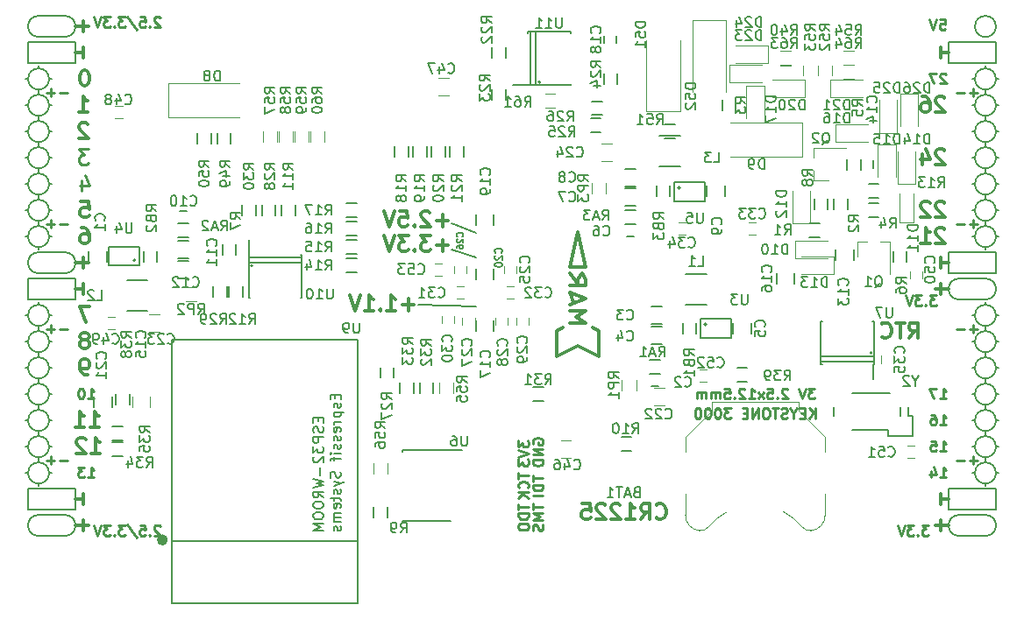
<source format=gbo>
G04 #@! TF.GenerationSoftware,KiCad,Pcbnew,5.0.0-rc2-dev-unknown+dfsg1+20180318-2*
G04 #@! TF.CreationDate,2018-04-18T14:44:27+02:00*
G04 #@! TF.ProjectId,ulx3s,756C7833732E6B696361645F70636200,rev?*
G04 #@! TF.SameCoordinates,Original*
G04 #@! TF.FileFunction,Legend,Bot*
G04 #@! TF.FilePolarity,Positive*
%FSLAX46Y46*%
G04 Gerber Fmt 4.6, Leading zero omitted, Abs format (unit mm)*
G04 Created by KiCad (PCBNEW 5.0.0-rc2-dev-unknown+dfsg1+20180318-2) date Wed Apr 18 14:44:27 2018*
%MOMM*%
%LPD*%
G01*
G04 APERTURE LIST*
%ADD10C,0.250000*%
%ADD11C,0.300000*%
%ADD12C,0.200000*%
%ADD13C,0.120000*%
%ADD14C,0.150000*%
%ADD15C,0.500000*%
G04 APERTURE END LIST*
D10*
X100132476Y-98702380D02*
X100703904Y-98702380D01*
X100418190Y-98702380D02*
X100418190Y-97702380D01*
X100513428Y-97845238D01*
X100608666Y-97940476D01*
X100703904Y-97988095D01*
X99513428Y-97702380D02*
X99418190Y-97702380D01*
X99322952Y-97750000D01*
X99275333Y-97797619D01*
X99227714Y-97892857D01*
X99180095Y-98083333D01*
X99180095Y-98321428D01*
X99227714Y-98511904D01*
X99275333Y-98607142D01*
X99322952Y-98654761D01*
X99418190Y-98702380D01*
X99513428Y-98702380D01*
X99608666Y-98654761D01*
X99656285Y-98607142D01*
X99703904Y-98511904D01*
X99751523Y-98321428D01*
X99751523Y-98083333D01*
X99703904Y-97892857D01*
X99656285Y-97797619D01*
X99608666Y-97750000D01*
X99513428Y-97702380D01*
D11*
X100481714Y-104008571D02*
X101338857Y-104008571D01*
X100910285Y-104008571D02*
X100910285Y-102508571D01*
X101053142Y-102722857D01*
X101196000Y-102865714D01*
X101338857Y-102937142D01*
X99910285Y-102651428D02*
X99838857Y-102580000D01*
X99696000Y-102508571D01*
X99338857Y-102508571D01*
X99196000Y-102580000D01*
X99124571Y-102651428D01*
X99053142Y-102794285D01*
X99053142Y-102937142D01*
X99124571Y-103151428D01*
X99981714Y-104008571D01*
X99053142Y-104008571D01*
X100354714Y-101468571D02*
X101211857Y-101468571D01*
X100783285Y-101468571D02*
X100783285Y-99968571D01*
X100926142Y-100182857D01*
X101069000Y-100325714D01*
X101211857Y-100397142D01*
X98926142Y-101468571D02*
X99783285Y-101468571D01*
X99354714Y-101468571D02*
X99354714Y-99968571D01*
X99497571Y-100182857D01*
X99640428Y-100325714D01*
X99783285Y-100397142D01*
X182872857Y-79791428D02*
X182801428Y-79720000D01*
X182658571Y-79648571D01*
X182301428Y-79648571D01*
X182158571Y-79720000D01*
X182087142Y-79791428D01*
X182015714Y-79934285D01*
X182015714Y-80077142D01*
X182087142Y-80291428D01*
X182944285Y-81148571D01*
X182015714Y-81148571D01*
X181444285Y-79791428D02*
X181372857Y-79720000D01*
X181230000Y-79648571D01*
X180872857Y-79648571D01*
X180730000Y-79720000D01*
X180658571Y-79791428D01*
X180587142Y-79934285D01*
X180587142Y-80077142D01*
X180658571Y-80291428D01*
X181515714Y-81148571D01*
X180587142Y-81148571D01*
X182872857Y-82331428D02*
X182801428Y-82260000D01*
X182658571Y-82188571D01*
X182301428Y-82188571D01*
X182158571Y-82260000D01*
X182087142Y-82331428D01*
X182015714Y-82474285D01*
X182015714Y-82617142D01*
X182087142Y-82831428D01*
X182944285Y-83688571D01*
X182015714Y-83688571D01*
X180587142Y-83688571D02*
X181444285Y-83688571D01*
X181015714Y-83688571D02*
X181015714Y-82188571D01*
X181158571Y-82402857D01*
X181301428Y-82545714D01*
X181444285Y-82617142D01*
D12*
X135248000Y-81740000D02*
X137661000Y-82629000D01*
X135248000Y-84280000D02*
X137661000Y-85042000D01*
X132073000Y-89614000D02*
X137661000Y-89741000D01*
D10*
X170323095Y-97702380D02*
X169704047Y-97702380D01*
X170037380Y-98083333D01*
X169894523Y-98083333D01*
X169799285Y-98130952D01*
X169751666Y-98178571D01*
X169704047Y-98273809D01*
X169704047Y-98511904D01*
X169751666Y-98607142D01*
X169799285Y-98654761D01*
X169894523Y-98702380D01*
X170180238Y-98702380D01*
X170275476Y-98654761D01*
X170323095Y-98607142D01*
X169418333Y-97702380D02*
X169085000Y-98702380D01*
X168751666Y-97702380D01*
X167704047Y-97797619D02*
X167656428Y-97750000D01*
X167561190Y-97702380D01*
X167323095Y-97702380D01*
X167227857Y-97750000D01*
X167180238Y-97797619D01*
X167132619Y-97892857D01*
X167132619Y-97988095D01*
X167180238Y-98130952D01*
X167751666Y-98702380D01*
X167132619Y-98702380D01*
X166704047Y-98607142D02*
X166656428Y-98654761D01*
X166704047Y-98702380D01*
X166751666Y-98654761D01*
X166704047Y-98607142D01*
X166704047Y-98702380D01*
X165751666Y-97702380D02*
X166227857Y-97702380D01*
X166275476Y-98178571D01*
X166227857Y-98130952D01*
X166132619Y-98083333D01*
X165894523Y-98083333D01*
X165799285Y-98130952D01*
X165751666Y-98178571D01*
X165704047Y-98273809D01*
X165704047Y-98511904D01*
X165751666Y-98607142D01*
X165799285Y-98654761D01*
X165894523Y-98702380D01*
X166132619Y-98702380D01*
X166227857Y-98654761D01*
X166275476Y-98607142D01*
X165370714Y-98702380D02*
X164846904Y-98035714D01*
X165370714Y-98035714D02*
X164846904Y-98702380D01*
X163942142Y-98702380D02*
X164513571Y-98702380D01*
X164227857Y-98702380D02*
X164227857Y-97702380D01*
X164323095Y-97845238D01*
X164418333Y-97940476D01*
X164513571Y-97988095D01*
X163561190Y-97797619D02*
X163513571Y-97750000D01*
X163418333Y-97702380D01*
X163180238Y-97702380D01*
X163085000Y-97750000D01*
X163037380Y-97797619D01*
X162989761Y-97892857D01*
X162989761Y-97988095D01*
X163037380Y-98130952D01*
X163608809Y-98702380D01*
X162989761Y-98702380D01*
X162561190Y-98607142D02*
X162513571Y-98654761D01*
X162561190Y-98702380D01*
X162608809Y-98654761D01*
X162561190Y-98607142D01*
X162561190Y-98702380D01*
X161608809Y-97702380D02*
X162085000Y-97702380D01*
X162132619Y-98178571D01*
X162085000Y-98130952D01*
X161989761Y-98083333D01*
X161751666Y-98083333D01*
X161656428Y-98130952D01*
X161608809Y-98178571D01*
X161561190Y-98273809D01*
X161561190Y-98511904D01*
X161608809Y-98607142D01*
X161656428Y-98654761D01*
X161751666Y-98702380D01*
X161989761Y-98702380D01*
X162085000Y-98654761D01*
X162132619Y-98607142D01*
X161132619Y-98702380D02*
X161132619Y-98035714D01*
X161132619Y-98130952D02*
X161085000Y-98083333D01*
X160989761Y-98035714D01*
X160846904Y-98035714D01*
X160751666Y-98083333D01*
X160704047Y-98178571D01*
X160704047Y-98702380D01*
X160704047Y-98178571D02*
X160656428Y-98083333D01*
X160561190Y-98035714D01*
X160418333Y-98035714D01*
X160323095Y-98083333D01*
X160275476Y-98178571D01*
X160275476Y-98702380D01*
X159799285Y-98702380D02*
X159799285Y-98035714D01*
X159799285Y-98130952D02*
X159751666Y-98083333D01*
X159656428Y-98035714D01*
X159513571Y-98035714D01*
X159418333Y-98083333D01*
X159370714Y-98178571D01*
X159370714Y-98702380D01*
X159370714Y-98178571D02*
X159323095Y-98083333D01*
X159227857Y-98035714D01*
X159085000Y-98035714D01*
X158989761Y-98083333D01*
X158942142Y-98178571D01*
X158942142Y-98702380D01*
D11*
X182492000Y-87582000D02*
X182492000Y-88598000D01*
X183254000Y-88090000D02*
X181984000Y-88090000D01*
X182492000Y-110442000D02*
X182492000Y-111458000D01*
X183254000Y-110950000D02*
X181984000Y-110950000D01*
X99688000Y-62182000D02*
X99688000Y-63198000D01*
X98926000Y-62690000D02*
X100196000Y-62690000D01*
X99688000Y-110442000D02*
X99688000Y-111458000D01*
X98926000Y-110950000D02*
X100196000Y-110950000D01*
X99688000Y-85042000D02*
X99688000Y-86058000D01*
X98926000Y-85550000D02*
X100196000Y-85550000D01*
D12*
X187826000Y-62690000D02*
G75*
G03X187826000Y-62690000I-1016000J0D01*
G01*
X184270000Y-87074000D02*
X186810000Y-87074000D01*
X184270000Y-89106000D02*
X186810000Y-89106000D01*
X184270000Y-87074000D02*
G75*
G03X184270000Y-89106000I0J-1016000D01*
G01*
X186810000Y-89106000D02*
G75*
G03X186810000Y-87074000I0J1016000D01*
G01*
X184270000Y-111966000D02*
X186810000Y-111966000D01*
X184270000Y-109934000D02*
X186810000Y-109934000D01*
X184270000Y-109934000D02*
G75*
G03X184270000Y-111966000I0J-1016000D01*
G01*
X186810000Y-111966000D02*
G75*
G03X186810000Y-109934000I0J1016000D01*
G01*
X97910000Y-63706000D02*
G75*
G03X97910000Y-61674000I0J1016000D01*
G01*
X95370000Y-61674000D02*
X97910000Y-61674000D01*
X95370000Y-63706000D02*
X97910000Y-63706000D01*
X95370000Y-61674000D02*
G75*
G03X95370000Y-63706000I0J-1016000D01*
G01*
X95370000Y-86566000D02*
X97910000Y-86566000D01*
X95370000Y-84534000D02*
X97910000Y-84534000D01*
X95370000Y-84534000D02*
G75*
G03X95370000Y-86566000I0J-1016000D01*
G01*
X97910000Y-86566000D02*
G75*
G03X97910000Y-84534000I0J1016000D01*
G01*
X95370000Y-111966000D02*
X97910000Y-111966000D01*
X95370000Y-109934000D02*
X97910000Y-109934000D01*
X95370000Y-109934000D02*
G75*
G03X95370000Y-111966000I0J-1016000D01*
G01*
X97910000Y-111966000D02*
G75*
G03X97910000Y-109934000I0J1016000D01*
G01*
X98926000Y-107394000D02*
X94354000Y-107394000D01*
X98926000Y-109426000D02*
X98926000Y-107394000D01*
X94354000Y-109426000D02*
X98926000Y-109426000D01*
X94354000Y-107394000D02*
X94354000Y-109426000D01*
X187826000Y-107394000D02*
X183254000Y-107394000D01*
X187826000Y-109426000D02*
X187826000Y-107394000D01*
X183254000Y-109426000D02*
X187826000Y-109426000D01*
X183254000Y-107394000D02*
X183254000Y-109426000D01*
X187826000Y-84534000D02*
X183254000Y-84534000D01*
X187826000Y-86566000D02*
X187826000Y-84534000D01*
X183254000Y-86566000D02*
X187826000Y-86566000D01*
X183254000Y-84534000D02*
X183254000Y-86566000D01*
X187826000Y-64214000D02*
X183254000Y-64214000D01*
X187826000Y-66246000D02*
X187826000Y-64214000D01*
X183254000Y-66246000D02*
X187826000Y-66246000D01*
X183254000Y-64214000D02*
X183254000Y-66246000D01*
X98926000Y-64214000D02*
X94354000Y-64214000D01*
X98926000Y-66246000D02*
X98926000Y-64214000D01*
X94354000Y-66246000D02*
X98926000Y-66246000D01*
X94354000Y-64214000D02*
X94354000Y-66246000D01*
X98926000Y-87074000D02*
X94354000Y-87074000D01*
X98926000Y-89106000D02*
X98926000Y-87074000D01*
X94354000Y-89106000D02*
X98926000Y-89106000D01*
X94354000Y-87074000D02*
X94354000Y-89106000D01*
D11*
X182872857Y-74711428D02*
X182801428Y-74640000D01*
X182658571Y-74568571D01*
X182301428Y-74568571D01*
X182158571Y-74640000D01*
X182087142Y-74711428D01*
X182015714Y-74854285D01*
X182015714Y-74997142D01*
X182087142Y-75211428D01*
X182944285Y-76068571D01*
X182015714Y-76068571D01*
X180730000Y-75068571D02*
X180730000Y-76068571D01*
X181087142Y-74497142D02*
X181444285Y-75568571D01*
X180515714Y-75568571D01*
D10*
X186032000Y-91971428D02*
X185270095Y-91971428D01*
X185651047Y-92352380D02*
X185651047Y-91590476D01*
X184793904Y-91971428D02*
X184032000Y-91971428D01*
X186032000Y-69111428D02*
X185270095Y-69111428D01*
X185651047Y-69492380D02*
X185651047Y-68730476D01*
X184793904Y-69111428D02*
X184032000Y-69111428D01*
X186032000Y-81811428D02*
X185270095Y-81811428D01*
X185651047Y-82192380D02*
X185651047Y-81430476D01*
X184793904Y-81811428D02*
X184032000Y-81811428D01*
X186032000Y-104671428D02*
X185270095Y-104671428D01*
X185651047Y-105052380D02*
X185651047Y-104290476D01*
X184793904Y-104671428D02*
X184032000Y-104671428D01*
X98148000Y-104671428D02*
X97386095Y-104671428D01*
X96909904Y-104671428D02*
X96148000Y-104671428D01*
X96528952Y-105052380D02*
X96528952Y-104290476D01*
X98148000Y-91971428D02*
X97386095Y-91971428D01*
X96909904Y-91971428D02*
X96148000Y-91971428D01*
X96528952Y-92352380D02*
X96528952Y-91590476D01*
X98148000Y-81811428D02*
X97386095Y-81811428D01*
X96909904Y-81811428D02*
X96148000Y-81811428D01*
X96528952Y-82192380D02*
X96528952Y-81430476D01*
X98148000Y-69111428D02*
X97386095Y-69111428D01*
X96909904Y-69111428D02*
X96148000Y-69111428D01*
X96528952Y-69492380D02*
X96528952Y-68730476D01*
D11*
X182492000Y-107902000D02*
X182492000Y-108918000D01*
X183254000Y-108410000D02*
X182492000Y-108410000D01*
D12*
X95370000Y-96726000D02*
X95370000Y-97234000D01*
X96386000Y-95710000D02*
X96640000Y-95710000D01*
X94354000Y-95710000D02*
X94100000Y-95710000D01*
X187826000Y-98250000D02*
X188080000Y-98250000D01*
X187826000Y-83010000D02*
X188080000Y-83010000D01*
X95370000Y-107140000D02*
X95370000Y-106886000D01*
X96386000Y-105870000D02*
X96640000Y-105870000D01*
X94354000Y-105870000D02*
X94100000Y-105870000D01*
X94354000Y-103330000D02*
X94100000Y-103330000D01*
X95370000Y-104346000D02*
X95370000Y-104854000D01*
X96386000Y-103330000D02*
X96640000Y-103330000D01*
X94354000Y-100790000D02*
X94100000Y-100790000D01*
X95370000Y-102314000D02*
X95370000Y-101806000D01*
X96386000Y-100790000D02*
X96640000Y-100790000D01*
X95370000Y-99266000D02*
X95370000Y-99774000D01*
X94354000Y-98250000D02*
X94100000Y-98250000D01*
X96386000Y-98250000D02*
X96640000Y-98250000D01*
X95370000Y-94186000D02*
X95370000Y-94694000D01*
X96386000Y-93170000D02*
X96640000Y-93170000D01*
X94354000Y-93170000D02*
X94100000Y-93170000D01*
X94354000Y-90630000D02*
X94100000Y-90630000D01*
X95370000Y-91646000D02*
X95370000Y-92154000D01*
X96640000Y-90630000D02*
X96386000Y-90630000D01*
X95370000Y-89360000D02*
X95370000Y-89614000D01*
X94354000Y-83010000D02*
X94100000Y-83010000D01*
X95370000Y-84280000D02*
X95370000Y-84026000D01*
X96386000Y-83010000D02*
X96640000Y-83010000D01*
X95370000Y-81486000D02*
X95370000Y-81994000D01*
X94354000Y-80470000D02*
X94100000Y-80470000D01*
X96640000Y-80470000D02*
X96386000Y-80470000D01*
X95370000Y-78946000D02*
X95370000Y-79454000D01*
X96386000Y-77930000D02*
X96640000Y-77930000D01*
X94354000Y-77930000D02*
X94100000Y-77930000D01*
X95370000Y-76406000D02*
X95370000Y-76914000D01*
X94354000Y-75390000D02*
X94100000Y-75390000D01*
X96386000Y-75390000D02*
X96640000Y-75390000D01*
X95370000Y-73866000D02*
X95370000Y-74374000D01*
X96386000Y-72850000D02*
X96640000Y-72850000D01*
X94100000Y-72850000D02*
X94354000Y-72850000D01*
X94354000Y-70310000D02*
X94100000Y-70310000D01*
X96640000Y-70310000D02*
X96386000Y-70310000D01*
X95370000Y-71326000D02*
X95370000Y-71834000D01*
X95370000Y-68786000D02*
X95370000Y-69294000D01*
X96386000Y-67770000D02*
X96640000Y-67770000D01*
X94354000Y-67770000D02*
X94100000Y-67770000D01*
X95370000Y-66500000D02*
X95370000Y-66754000D01*
X187826000Y-105870000D02*
X188080000Y-105870000D01*
X186810000Y-107140000D02*
X186810000Y-106886000D01*
X185540000Y-105870000D02*
X185794000Y-105870000D01*
X186810000Y-104346000D02*
X186810000Y-104854000D01*
X187826000Y-103330000D02*
X188080000Y-103330000D01*
X185540000Y-103330000D02*
X185794000Y-103330000D01*
X186810000Y-101806000D02*
X186810000Y-102314000D01*
X187826000Y-100790000D02*
X188080000Y-100790000D01*
X185540000Y-100790000D02*
X185794000Y-100790000D01*
X186810000Y-99266000D02*
X186810000Y-99774000D01*
X185540000Y-98250000D02*
X185794000Y-98250000D01*
X186810000Y-97234000D02*
X186810000Y-96726000D01*
X187826000Y-95710000D02*
X188080000Y-95710000D01*
X185540000Y-95710000D02*
X185794000Y-95710000D01*
X186810000Y-94694000D02*
X186810000Y-94186000D01*
X187826000Y-93170000D02*
X188080000Y-93170000D01*
X185540000Y-93170000D02*
X185794000Y-93170000D01*
X186810000Y-92154000D02*
X186810000Y-91646000D01*
X187826000Y-90630000D02*
X188080000Y-90630000D01*
X185540000Y-90630000D02*
X185794000Y-90630000D01*
X186810000Y-89360000D02*
X186810000Y-89614000D01*
X186810000Y-84280000D02*
X186810000Y-84026000D01*
X185540000Y-83010000D02*
X185794000Y-83010000D01*
X186810000Y-81994000D02*
X186810000Y-81486000D01*
X185794000Y-80470000D02*
X185540000Y-80470000D01*
X187826000Y-80470000D02*
X188080000Y-80470000D01*
X186810000Y-78946000D02*
X186810000Y-79454000D01*
X185794000Y-77930000D02*
X185540000Y-77930000D01*
X187826000Y-77930000D02*
X188080000Y-77930000D01*
X186810000Y-76406000D02*
X186810000Y-76914000D01*
X186810000Y-73866000D02*
X186810000Y-74374000D01*
X185794000Y-75390000D02*
X185540000Y-75390000D01*
X187826000Y-75390000D02*
X188080000Y-75390000D01*
X187826000Y-72850000D02*
X188080000Y-72850000D01*
X185540000Y-72850000D02*
X185794000Y-72850000D01*
X186810000Y-71834000D02*
X186810000Y-71326000D01*
X187826000Y-70310000D02*
X188080000Y-70310000D01*
X185540000Y-70310000D02*
X185794000Y-70310000D01*
X187826000Y-67770000D02*
X188080000Y-67770000D01*
X186810000Y-68786000D02*
X186810000Y-69294000D01*
X185540000Y-67770000D02*
X185794000Y-67770000D01*
X186810000Y-66500000D02*
X186810000Y-66754000D01*
X187826000Y-67770000D02*
G75*
G03X187826000Y-67770000I-1016000J0D01*
G01*
X187826000Y-70310000D02*
G75*
G03X187826000Y-70310000I-1016000J0D01*
G01*
X187826000Y-72850000D02*
G75*
G03X187826000Y-72850000I-1016000J0D01*
G01*
X187826000Y-75390000D02*
G75*
G03X187826000Y-75390000I-1016000J0D01*
G01*
X187826000Y-77930000D02*
G75*
G03X187826000Y-77930000I-1016000J0D01*
G01*
X187826000Y-80470000D02*
G75*
G03X187826000Y-80470000I-1016000J0D01*
G01*
X187826000Y-83010000D02*
G75*
G03X187826000Y-83010000I-1016000J0D01*
G01*
X187826000Y-90630000D02*
G75*
G03X187826000Y-90630000I-1016000J0D01*
G01*
X187826000Y-93170000D02*
G75*
G03X187826000Y-93170000I-1016000J0D01*
G01*
X187826000Y-95710000D02*
G75*
G03X187826000Y-95710000I-1016000J0D01*
G01*
X187826000Y-98250000D02*
G75*
G03X187826000Y-98250000I-1016000J0D01*
G01*
X187826000Y-100790000D02*
G75*
G03X187826000Y-100790000I-1016000J0D01*
G01*
X187826000Y-103330000D02*
G75*
G03X187826000Y-103330000I-1016000J0D01*
G01*
X187826000Y-105870000D02*
G75*
G03X187826000Y-105870000I-1016000J0D01*
G01*
X96386000Y-105870000D02*
G75*
G03X96386000Y-105870000I-1016000J0D01*
G01*
X96386000Y-103330000D02*
G75*
G03X96386000Y-103330000I-1016000J0D01*
G01*
X96386000Y-100790000D02*
G75*
G03X96386000Y-100790000I-1016000J0D01*
G01*
X96386000Y-98250000D02*
G75*
G03X96386000Y-98250000I-1016000J0D01*
G01*
X96386000Y-95710000D02*
G75*
G03X96386000Y-95710000I-1016000J0D01*
G01*
X96386000Y-93170000D02*
G75*
G03X96386000Y-93170000I-1016000J0D01*
G01*
X96386000Y-90630000D02*
G75*
G03X96386000Y-90630000I-1016000J0D01*
G01*
X96386000Y-83010000D02*
G75*
G03X96386000Y-83010000I-1016000J0D01*
G01*
X96386000Y-80470000D02*
G75*
G03X96386000Y-80470000I-1016000J0D01*
G01*
X96386000Y-77930000D02*
G75*
G03X96386000Y-77930000I-1016000J0D01*
G01*
X96386000Y-75390000D02*
G75*
G03X96386000Y-75390000I-1016000J0D01*
G01*
X96386000Y-72850000D02*
G75*
G03X96386000Y-72850000I-1016000J0D01*
G01*
X96386000Y-70310000D02*
G75*
G03X96386000Y-70310000I-1016000J0D01*
G01*
X96386000Y-67770000D02*
G75*
G03X96386000Y-67770000I-1016000J0D01*
G01*
D10*
X182428476Y-62015380D02*
X182904666Y-62015380D01*
X182952285Y-62491571D01*
X182904666Y-62443952D01*
X182809428Y-62396333D01*
X182571333Y-62396333D01*
X182476095Y-62443952D01*
X182428476Y-62491571D01*
X182380857Y-62586809D01*
X182380857Y-62824904D01*
X182428476Y-62920142D01*
X182476095Y-62967761D01*
X182571333Y-63015380D01*
X182809428Y-63015380D01*
X182904666Y-62967761D01*
X182952285Y-62920142D01*
X182095142Y-62015380D02*
X181761809Y-63015380D01*
X181428476Y-62015380D01*
D11*
X182492000Y-64722000D02*
X182492000Y-65738000D01*
X183254000Y-65230000D02*
X182492000Y-65230000D01*
D10*
X182999904Y-67317619D02*
X182952285Y-67270000D01*
X182857047Y-67222380D01*
X182618952Y-67222380D01*
X182523714Y-67270000D01*
X182476095Y-67317619D01*
X182428476Y-67412857D01*
X182428476Y-67508095D01*
X182476095Y-67650952D01*
X183047523Y-68222380D01*
X182428476Y-68222380D01*
X182095142Y-67222380D02*
X181428476Y-67222380D01*
X181857047Y-68222380D01*
D11*
X182872857Y-69631428D02*
X182801428Y-69560000D01*
X182658571Y-69488571D01*
X182301428Y-69488571D01*
X182158571Y-69560000D01*
X182087142Y-69631428D01*
X182015714Y-69774285D01*
X182015714Y-69917142D01*
X182087142Y-70131428D01*
X182944285Y-70988571D01*
X182015714Y-70988571D01*
X180730000Y-69488571D02*
X181015714Y-69488571D01*
X181158571Y-69560000D01*
X181230000Y-69631428D01*
X181372857Y-69845714D01*
X181444285Y-70131428D01*
X181444285Y-70702857D01*
X181372857Y-70845714D01*
X181301428Y-70917142D01*
X181158571Y-70988571D01*
X180872857Y-70988571D01*
X180730000Y-70917142D01*
X180658571Y-70845714D01*
X180587142Y-70702857D01*
X180587142Y-70345714D01*
X180658571Y-70202857D01*
X180730000Y-70131428D01*
X180872857Y-70060000D01*
X181158571Y-70060000D01*
X181301428Y-70131428D01*
X181372857Y-70202857D01*
X181444285Y-70345714D01*
X182492000Y-85042000D02*
X182492000Y-86058000D01*
X183254000Y-85550000D02*
X182492000Y-85550000D01*
D10*
X182078190Y-88703380D02*
X181459142Y-88703380D01*
X181792476Y-89084333D01*
X181649619Y-89084333D01*
X181554380Y-89131952D01*
X181506761Y-89179571D01*
X181459142Y-89274809D01*
X181459142Y-89512904D01*
X181506761Y-89608142D01*
X181554380Y-89655761D01*
X181649619Y-89703380D01*
X181935333Y-89703380D01*
X182030571Y-89655761D01*
X182078190Y-89608142D01*
X181030571Y-89608142D02*
X180982952Y-89655761D01*
X181030571Y-89703380D01*
X181078190Y-89655761D01*
X181030571Y-89608142D01*
X181030571Y-89703380D01*
X180649619Y-88703380D02*
X180030571Y-88703380D01*
X180363904Y-89084333D01*
X180221047Y-89084333D01*
X180125809Y-89131952D01*
X180078190Y-89179571D01*
X180030571Y-89274809D01*
X180030571Y-89512904D01*
X180078190Y-89608142D01*
X180125809Y-89655761D01*
X180221047Y-89703380D01*
X180506761Y-89703380D01*
X180602000Y-89655761D01*
X180649619Y-89608142D01*
X179744857Y-88703380D02*
X179411523Y-89703380D01*
X179078190Y-88703380D01*
X182428476Y-98702380D02*
X182999904Y-98702380D01*
X182714190Y-98702380D02*
X182714190Y-97702380D01*
X182809428Y-97845238D01*
X182904666Y-97940476D01*
X182999904Y-97988095D01*
X182095142Y-97702380D02*
X181428476Y-97702380D01*
X181857047Y-98702380D01*
X182428476Y-101242380D02*
X182999904Y-101242380D01*
X182714190Y-101242380D02*
X182714190Y-100242380D01*
X182809428Y-100385238D01*
X182904666Y-100480476D01*
X182999904Y-100528095D01*
X181571333Y-100242380D02*
X181761809Y-100242380D01*
X181857047Y-100290000D01*
X181904666Y-100337619D01*
X181999904Y-100480476D01*
X182047523Y-100670952D01*
X182047523Y-101051904D01*
X181999904Y-101147142D01*
X181952285Y-101194761D01*
X181857047Y-101242380D01*
X181666571Y-101242380D01*
X181571333Y-101194761D01*
X181523714Y-101147142D01*
X181476095Y-101051904D01*
X181476095Y-100813809D01*
X181523714Y-100718571D01*
X181571333Y-100670952D01*
X181666571Y-100623333D01*
X181857047Y-100623333D01*
X181952285Y-100670952D01*
X181999904Y-100718571D01*
X182047523Y-100813809D01*
X182428476Y-103782380D02*
X182999904Y-103782380D01*
X182714190Y-103782380D02*
X182714190Y-102782380D01*
X182809428Y-102925238D01*
X182904666Y-103020476D01*
X182999904Y-103068095D01*
X181523714Y-102782380D02*
X181999904Y-102782380D01*
X182047523Y-103258571D01*
X181999904Y-103210952D01*
X181904666Y-103163333D01*
X181666571Y-103163333D01*
X181571333Y-103210952D01*
X181523714Y-103258571D01*
X181476095Y-103353809D01*
X181476095Y-103591904D01*
X181523714Y-103687142D01*
X181571333Y-103734761D01*
X181666571Y-103782380D01*
X181904666Y-103782380D01*
X181999904Y-103734761D01*
X182047523Y-103687142D01*
X182428476Y-106322380D02*
X182999904Y-106322380D01*
X182714190Y-106322380D02*
X182714190Y-105322380D01*
X182809428Y-105465238D01*
X182904666Y-105560476D01*
X182999904Y-105608095D01*
X181571333Y-105655714D02*
X181571333Y-106322380D01*
X181809428Y-105274761D02*
X182047523Y-105989047D01*
X181428476Y-105989047D01*
X181312642Y-110928380D02*
X180693595Y-110928380D01*
X181026928Y-111309333D01*
X180884071Y-111309333D01*
X180788833Y-111356952D01*
X180741214Y-111404571D01*
X180693595Y-111499809D01*
X180693595Y-111737904D01*
X180741214Y-111833142D01*
X180788833Y-111880761D01*
X180884071Y-111928380D01*
X181169785Y-111928380D01*
X181265023Y-111880761D01*
X181312642Y-111833142D01*
X180265023Y-111833142D02*
X180217404Y-111880761D01*
X180265023Y-111928380D01*
X180312642Y-111880761D01*
X180265023Y-111833142D01*
X180265023Y-111928380D01*
X179884071Y-110928380D02*
X179265023Y-110928380D01*
X179598357Y-111309333D01*
X179455500Y-111309333D01*
X179360261Y-111356952D01*
X179312642Y-111404571D01*
X179265023Y-111499809D01*
X179265023Y-111737904D01*
X179312642Y-111833142D01*
X179360261Y-111880761D01*
X179455500Y-111928380D01*
X179741214Y-111928380D01*
X179836452Y-111880761D01*
X179884071Y-111833142D01*
X178979309Y-110928380D02*
X178645976Y-111928380D01*
X178312642Y-110928380D01*
D11*
X99688000Y-108918000D02*
X99688000Y-107902000D01*
X98926000Y-108410000D02*
X99688000Y-108410000D01*
X99688000Y-88598000D02*
X99688000Y-87582000D01*
X98926000Y-88090000D02*
X99688000Y-88090000D01*
X99688000Y-64722000D02*
X99688000Y-65738000D01*
X98926000Y-65230000D02*
X99688000Y-65230000D01*
D10*
X107103690Y-111023619D02*
X107056071Y-110976000D01*
X106960833Y-110928380D01*
X106722738Y-110928380D01*
X106627500Y-110976000D01*
X106579880Y-111023619D01*
X106532261Y-111118857D01*
X106532261Y-111214095D01*
X106579880Y-111356952D01*
X107151309Y-111928380D01*
X106532261Y-111928380D01*
X106103690Y-111833142D02*
X106056071Y-111880761D01*
X106103690Y-111928380D01*
X106151309Y-111880761D01*
X106103690Y-111833142D01*
X106103690Y-111928380D01*
X105151309Y-110928380D02*
X105627500Y-110928380D01*
X105675119Y-111404571D01*
X105627500Y-111356952D01*
X105532261Y-111309333D01*
X105294166Y-111309333D01*
X105198928Y-111356952D01*
X105151309Y-111404571D01*
X105103690Y-111499809D01*
X105103690Y-111737904D01*
X105151309Y-111833142D01*
X105198928Y-111880761D01*
X105294166Y-111928380D01*
X105532261Y-111928380D01*
X105627500Y-111880761D01*
X105675119Y-111833142D01*
X103960833Y-110880761D02*
X104817976Y-112166476D01*
X103722738Y-110928380D02*
X103103690Y-110928380D01*
X103437023Y-111309333D01*
X103294166Y-111309333D01*
X103198928Y-111356952D01*
X103151309Y-111404571D01*
X103103690Y-111499809D01*
X103103690Y-111737904D01*
X103151309Y-111833142D01*
X103198928Y-111880761D01*
X103294166Y-111928380D01*
X103579880Y-111928380D01*
X103675119Y-111880761D01*
X103722738Y-111833142D01*
X102675119Y-111833142D02*
X102627500Y-111880761D01*
X102675119Y-111928380D01*
X102722738Y-111880761D01*
X102675119Y-111833142D01*
X102675119Y-111928380D01*
X102294166Y-110928380D02*
X101675119Y-110928380D01*
X102008452Y-111309333D01*
X101865595Y-111309333D01*
X101770357Y-111356952D01*
X101722738Y-111404571D01*
X101675119Y-111499809D01*
X101675119Y-111737904D01*
X101722738Y-111833142D01*
X101770357Y-111880761D01*
X101865595Y-111928380D01*
X102151309Y-111928380D01*
X102246547Y-111880761D01*
X102294166Y-111833142D01*
X101389404Y-110928380D02*
X101056071Y-111928380D01*
X100722738Y-110928380D01*
X100132476Y-106322380D02*
X100703904Y-106322380D01*
X100418190Y-106322380D02*
X100418190Y-105322380D01*
X100513428Y-105465238D01*
X100608666Y-105560476D01*
X100703904Y-105608095D01*
X99799142Y-105322380D02*
X99180095Y-105322380D01*
X99513428Y-105703333D01*
X99370571Y-105703333D01*
X99275333Y-105750952D01*
X99227714Y-105798571D01*
X99180095Y-105893809D01*
X99180095Y-106131904D01*
X99227714Y-106227142D01*
X99275333Y-106274761D01*
X99370571Y-106322380D01*
X99656285Y-106322380D01*
X99751523Y-106274761D01*
X99799142Y-106227142D01*
D11*
X100100714Y-96388571D02*
X99815000Y-96388571D01*
X99672142Y-96317142D01*
X99600714Y-96245714D01*
X99457857Y-96031428D01*
X99386428Y-95745714D01*
X99386428Y-95174285D01*
X99457857Y-95031428D01*
X99529285Y-94960000D01*
X99672142Y-94888571D01*
X99957857Y-94888571D01*
X100100714Y-94960000D01*
X100172142Y-95031428D01*
X100243571Y-95174285D01*
X100243571Y-95531428D01*
X100172142Y-95674285D01*
X100100714Y-95745714D01*
X99957857Y-95817142D01*
X99672142Y-95817142D01*
X99529285Y-95745714D01*
X99457857Y-95674285D01*
X99386428Y-95531428D01*
X99957857Y-92991428D02*
X100100714Y-92920000D01*
X100172142Y-92848571D01*
X100243571Y-92705714D01*
X100243571Y-92634285D01*
X100172142Y-92491428D01*
X100100714Y-92420000D01*
X99957857Y-92348571D01*
X99672142Y-92348571D01*
X99529285Y-92420000D01*
X99457857Y-92491428D01*
X99386428Y-92634285D01*
X99386428Y-92705714D01*
X99457857Y-92848571D01*
X99529285Y-92920000D01*
X99672142Y-92991428D01*
X99957857Y-92991428D01*
X100100714Y-93062857D01*
X100172142Y-93134285D01*
X100243571Y-93277142D01*
X100243571Y-93562857D01*
X100172142Y-93705714D01*
X100100714Y-93777142D01*
X99957857Y-93848571D01*
X99672142Y-93848571D01*
X99529285Y-93777142D01*
X99457857Y-93705714D01*
X99386428Y-93562857D01*
X99386428Y-93277142D01*
X99457857Y-93134285D01*
X99529285Y-93062857D01*
X99672142Y-92991428D01*
X100315000Y-89808571D02*
X99315000Y-89808571D01*
X99957857Y-91308571D01*
X99529285Y-82188571D02*
X99815000Y-82188571D01*
X99957857Y-82260000D01*
X100029285Y-82331428D01*
X100172142Y-82545714D01*
X100243571Y-82831428D01*
X100243571Y-83402857D01*
X100172142Y-83545714D01*
X100100714Y-83617142D01*
X99957857Y-83688571D01*
X99672142Y-83688571D01*
X99529285Y-83617142D01*
X99457857Y-83545714D01*
X99386428Y-83402857D01*
X99386428Y-83045714D01*
X99457857Y-82902857D01*
X99529285Y-82831428D01*
X99672142Y-82760000D01*
X99957857Y-82760000D01*
X100100714Y-82831428D01*
X100172142Y-82902857D01*
X100243571Y-83045714D01*
X99457857Y-79648571D02*
X100172142Y-79648571D01*
X100243571Y-80362857D01*
X100172142Y-80291428D01*
X100029285Y-80220000D01*
X99672142Y-80220000D01*
X99529285Y-80291428D01*
X99457857Y-80362857D01*
X99386428Y-80505714D01*
X99386428Y-80862857D01*
X99457857Y-81005714D01*
X99529285Y-81077142D01*
X99672142Y-81148571D01*
X100029285Y-81148571D01*
X100172142Y-81077142D01*
X100243571Y-81005714D01*
D10*
X99529285Y-77608571D02*
X99529285Y-78608571D01*
X99886428Y-77037142D02*
X100243571Y-78108571D01*
X99315000Y-78108571D01*
X100188000Y-74568571D02*
X99259428Y-74568571D01*
X99759428Y-75140000D01*
X99545142Y-75140000D01*
X99402285Y-75211428D01*
X99330857Y-75282857D01*
X99259428Y-75425714D01*
X99259428Y-75782857D01*
X99330857Y-75925714D01*
X99402285Y-75997142D01*
X99545142Y-76068571D01*
X99973714Y-76068571D01*
X100116571Y-75997142D01*
X100188000Y-75925714D01*
D11*
X100116571Y-72171428D02*
X100045142Y-72100000D01*
X99902285Y-72028571D01*
X99545142Y-72028571D01*
X99402285Y-72100000D01*
X99330857Y-72171428D01*
X99259428Y-72314285D01*
X99259428Y-72457142D01*
X99330857Y-72671428D01*
X100188000Y-73528571D01*
X99259428Y-73528571D01*
X99259428Y-70988571D02*
X100116571Y-70988571D01*
X99688000Y-70988571D02*
X99688000Y-69488571D01*
X99830857Y-69702857D01*
X99973714Y-69845714D01*
X100116571Y-69917142D01*
X99886428Y-66948571D02*
X99743571Y-66948571D01*
X99600714Y-67020000D01*
X99529285Y-67091428D01*
X99457857Y-67234285D01*
X99386428Y-67520000D01*
X99386428Y-67877142D01*
X99457857Y-68162857D01*
X99529285Y-68305714D01*
X99600714Y-68377142D01*
X99743571Y-68448571D01*
X99886428Y-68448571D01*
X100029285Y-68377142D01*
X100100714Y-68305714D01*
X100172142Y-68162857D01*
X100243571Y-67877142D01*
X100243571Y-67520000D01*
X100172142Y-67234285D01*
X100100714Y-67091428D01*
X100029285Y-67020000D01*
X99886428Y-66948571D01*
D10*
X107103690Y-61874619D02*
X107056071Y-61827000D01*
X106960833Y-61779380D01*
X106722738Y-61779380D01*
X106627500Y-61827000D01*
X106579880Y-61874619D01*
X106532261Y-61969857D01*
X106532261Y-62065095D01*
X106579880Y-62207952D01*
X107151309Y-62779380D01*
X106532261Y-62779380D01*
X106103690Y-62684142D02*
X106056071Y-62731761D01*
X106103690Y-62779380D01*
X106151309Y-62731761D01*
X106103690Y-62684142D01*
X106103690Y-62779380D01*
X105151309Y-61779380D02*
X105627500Y-61779380D01*
X105675119Y-62255571D01*
X105627500Y-62207952D01*
X105532261Y-62160333D01*
X105294166Y-62160333D01*
X105198928Y-62207952D01*
X105151309Y-62255571D01*
X105103690Y-62350809D01*
X105103690Y-62588904D01*
X105151309Y-62684142D01*
X105198928Y-62731761D01*
X105294166Y-62779380D01*
X105532261Y-62779380D01*
X105627500Y-62731761D01*
X105675119Y-62684142D01*
X103960833Y-61731761D02*
X104817976Y-63017476D01*
X103722738Y-61779380D02*
X103103690Y-61779380D01*
X103437023Y-62160333D01*
X103294166Y-62160333D01*
X103198928Y-62207952D01*
X103151309Y-62255571D01*
X103103690Y-62350809D01*
X103103690Y-62588904D01*
X103151309Y-62684142D01*
X103198928Y-62731761D01*
X103294166Y-62779380D01*
X103579880Y-62779380D01*
X103675119Y-62731761D01*
X103722738Y-62684142D01*
X102675119Y-62684142D02*
X102627500Y-62731761D01*
X102675119Y-62779380D01*
X102722738Y-62731761D01*
X102675119Y-62684142D01*
X102675119Y-62779380D01*
X102294166Y-61779380D02*
X101675119Y-61779380D01*
X102008452Y-62160333D01*
X101865595Y-62160333D01*
X101770357Y-62207952D01*
X101722738Y-62255571D01*
X101675119Y-62350809D01*
X101675119Y-62588904D01*
X101722738Y-62684142D01*
X101770357Y-62731761D01*
X101865595Y-62779380D01*
X102151309Y-62779380D01*
X102246547Y-62731761D01*
X102294166Y-62684142D01*
X101389404Y-61779380D02*
X101056071Y-62779380D01*
X100722738Y-61779380D01*
X170370714Y-100607380D02*
X170370714Y-99607380D01*
X169799285Y-100607380D02*
X170227857Y-100035952D01*
X169799285Y-99607380D02*
X170370714Y-100178809D01*
X169370714Y-100083571D02*
X169037380Y-100083571D01*
X168894523Y-100607380D02*
X169370714Y-100607380D01*
X169370714Y-99607380D01*
X168894523Y-99607380D01*
X168275476Y-100131190D02*
X168275476Y-100607380D01*
X168608809Y-99607380D02*
X168275476Y-100131190D01*
X167942142Y-99607380D01*
X167656428Y-100559761D02*
X167513571Y-100607380D01*
X167275476Y-100607380D01*
X167180238Y-100559761D01*
X167132619Y-100512142D01*
X167085000Y-100416904D01*
X167085000Y-100321666D01*
X167132619Y-100226428D01*
X167180238Y-100178809D01*
X167275476Y-100131190D01*
X167465952Y-100083571D01*
X167561190Y-100035952D01*
X167608809Y-99988333D01*
X167656428Y-99893095D01*
X167656428Y-99797857D01*
X167608809Y-99702619D01*
X167561190Y-99655000D01*
X167465952Y-99607380D01*
X167227857Y-99607380D01*
X167085000Y-99655000D01*
X166799285Y-99607380D02*
X166227857Y-99607380D01*
X166513571Y-100607380D02*
X166513571Y-99607380D01*
X165704047Y-99607380D02*
X165513571Y-99607380D01*
X165418333Y-99655000D01*
X165323095Y-99750238D01*
X165275476Y-99940714D01*
X165275476Y-100274047D01*
X165323095Y-100464523D01*
X165418333Y-100559761D01*
X165513571Y-100607380D01*
X165704047Y-100607380D01*
X165799285Y-100559761D01*
X165894523Y-100464523D01*
X165942142Y-100274047D01*
X165942142Y-99940714D01*
X165894523Y-99750238D01*
X165799285Y-99655000D01*
X165704047Y-99607380D01*
X164846904Y-100607380D02*
X164846904Y-99607380D01*
X164275476Y-100607380D01*
X164275476Y-99607380D01*
X163799285Y-100083571D02*
X163465952Y-100083571D01*
X163323095Y-100607380D02*
X163799285Y-100607380D01*
X163799285Y-99607380D01*
X163323095Y-99607380D01*
X162227857Y-99607380D02*
X161608809Y-99607380D01*
X161942142Y-99988333D01*
X161799285Y-99988333D01*
X161704047Y-100035952D01*
X161656428Y-100083571D01*
X161608809Y-100178809D01*
X161608809Y-100416904D01*
X161656428Y-100512142D01*
X161704047Y-100559761D01*
X161799285Y-100607380D01*
X162085000Y-100607380D01*
X162180238Y-100559761D01*
X162227857Y-100512142D01*
X160989761Y-99607380D02*
X160894523Y-99607380D01*
X160799285Y-99655000D01*
X160751666Y-99702619D01*
X160704047Y-99797857D01*
X160656428Y-99988333D01*
X160656428Y-100226428D01*
X160704047Y-100416904D01*
X160751666Y-100512142D01*
X160799285Y-100559761D01*
X160894523Y-100607380D01*
X160989761Y-100607380D01*
X161085000Y-100559761D01*
X161132619Y-100512142D01*
X161180238Y-100416904D01*
X161227857Y-100226428D01*
X161227857Y-99988333D01*
X161180238Y-99797857D01*
X161132619Y-99702619D01*
X161085000Y-99655000D01*
X160989761Y-99607380D01*
X160037380Y-99607380D02*
X159942142Y-99607380D01*
X159846904Y-99655000D01*
X159799285Y-99702619D01*
X159751666Y-99797857D01*
X159704047Y-99988333D01*
X159704047Y-100226428D01*
X159751666Y-100416904D01*
X159799285Y-100512142D01*
X159846904Y-100559761D01*
X159942142Y-100607380D01*
X160037380Y-100607380D01*
X160132619Y-100559761D01*
X160180238Y-100512142D01*
X160227857Y-100416904D01*
X160275476Y-100226428D01*
X160275476Y-99988333D01*
X160227857Y-99797857D01*
X160180238Y-99702619D01*
X160132619Y-99655000D01*
X160037380Y-99607380D01*
X159085000Y-99607380D02*
X158989761Y-99607380D01*
X158894523Y-99655000D01*
X158846904Y-99702619D01*
X158799285Y-99797857D01*
X158751666Y-99988333D01*
X158751666Y-100226428D01*
X158799285Y-100416904D01*
X158846904Y-100512142D01*
X158894523Y-100559761D01*
X158989761Y-100607380D01*
X159085000Y-100607380D01*
X159180238Y-100559761D01*
X159227857Y-100512142D01*
X159275476Y-100416904D01*
X159323095Y-100226428D01*
X159323095Y-99988333D01*
X159275476Y-99797857D01*
X159227857Y-99702619D01*
X159180238Y-99655000D01*
X159085000Y-99607380D01*
D11*
X155027857Y-110215714D02*
X155099285Y-110287142D01*
X155313571Y-110358571D01*
X155456428Y-110358571D01*
X155670714Y-110287142D01*
X155813571Y-110144285D01*
X155885000Y-110001428D01*
X155956428Y-109715714D01*
X155956428Y-109501428D01*
X155885000Y-109215714D01*
X155813571Y-109072857D01*
X155670714Y-108930000D01*
X155456428Y-108858571D01*
X155313571Y-108858571D01*
X155099285Y-108930000D01*
X155027857Y-109001428D01*
X153527857Y-110358571D02*
X154027857Y-109644285D01*
X154385000Y-110358571D02*
X154385000Y-108858571D01*
X153813571Y-108858571D01*
X153670714Y-108930000D01*
X153599285Y-109001428D01*
X153527857Y-109144285D01*
X153527857Y-109358571D01*
X153599285Y-109501428D01*
X153670714Y-109572857D01*
X153813571Y-109644285D01*
X154385000Y-109644285D01*
X152099285Y-110358571D02*
X152956428Y-110358571D01*
X152527857Y-110358571D02*
X152527857Y-108858571D01*
X152670714Y-109072857D01*
X152813571Y-109215714D01*
X152956428Y-109287142D01*
X151527857Y-109001428D02*
X151456428Y-108930000D01*
X151313571Y-108858571D01*
X150956428Y-108858571D01*
X150813571Y-108930000D01*
X150742142Y-109001428D01*
X150670714Y-109144285D01*
X150670714Y-109287142D01*
X150742142Y-109501428D01*
X151599285Y-110358571D01*
X150670714Y-110358571D01*
X150099285Y-109001428D02*
X150027857Y-108930000D01*
X149885000Y-108858571D01*
X149527857Y-108858571D01*
X149385000Y-108930000D01*
X149313571Y-109001428D01*
X149242142Y-109144285D01*
X149242142Y-109287142D01*
X149313571Y-109501428D01*
X150170714Y-110358571D01*
X149242142Y-110358571D01*
X147885000Y-108858571D02*
X148599285Y-108858571D01*
X148670714Y-109572857D01*
X148599285Y-109501428D01*
X148456428Y-109430000D01*
X148099285Y-109430000D01*
X147956428Y-109501428D01*
X147885000Y-109572857D01*
X147813571Y-109715714D01*
X147813571Y-110072857D01*
X147885000Y-110215714D01*
X147956428Y-110287142D01*
X148099285Y-110358571D01*
X148456428Y-110358571D01*
X148599285Y-110287142D01*
X148670714Y-110215714D01*
X134946000Y-81466142D02*
X133803142Y-81466142D01*
X134374571Y-82037571D02*
X134374571Y-80894714D01*
X133160285Y-80680428D02*
X133088857Y-80609000D01*
X132946000Y-80537571D01*
X132588857Y-80537571D01*
X132446000Y-80609000D01*
X132374571Y-80680428D01*
X132303142Y-80823285D01*
X132303142Y-80966142D01*
X132374571Y-81180428D01*
X133231714Y-82037571D01*
X132303142Y-82037571D01*
X131660285Y-81894714D02*
X131588857Y-81966142D01*
X131660285Y-82037571D01*
X131731714Y-81966142D01*
X131660285Y-81894714D01*
X131660285Y-82037571D01*
X130231714Y-80537571D02*
X130946000Y-80537571D01*
X131017428Y-81251857D01*
X130946000Y-81180428D01*
X130803142Y-81109000D01*
X130446000Y-81109000D01*
X130303142Y-81180428D01*
X130231714Y-81251857D01*
X130160285Y-81394714D01*
X130160285Y-81751857D01*
X130231714Y-81894714D01*
X130303142Y-81966142D01*
X130446000Y-82037571D01*
X130803142Y-82037571D01*
X130946000Y-81966142D01*
X131017428Y-81894714D01*
X129731714Y-80537571D02*
X129231714Y-82037571D01*
X128731714Y-80537571D01*
X134946000Y-83879142D02*
X133803142Y-83879142D01*
X134374571Y-84450571D02*
X134374571Y-83307714D01*
X133231714Y-82950571D02*
X132303142Y-82950571D01*
X132803142Y-83522000D01*
X132588857Y-83522000D01*
X132446000Y-83593428D01*
X132374571Y-83664857D01*
X132303142Y-83807714D01*
X132303142Y-84164857D01*
X132374571Y-84307714D01*
X132446000Y-84379142D01*
X132588857Y-84450571D01*
X133017428Y-84450571D01*
X133160285Y-84379142D01*
X133231714Y-84307714D01*
X131660285Y-84307714D02*
X131588857Y-84379142D01*
X131660285Y-84450571D01*
X131731714Y-84379142D01*
X131660285Y-84307714D01*
X131660285Y-84450571D01*
X131088857Y-82950571D02*
X130160285Y-82950571D01*
X130660285Y-83522000D01*
X130446000Y-83522000D01*
X130303142Y-83593428D01*
X130231714Y-83664857D01*
X130160285Y-83807714D01*
X130160285Y-84164857D01*
X130231714Y-84307714D01*
X130303142Y-84379142D01*
X130446000Y-84450571D01*
X130874571Y-84450571D01*
X131017428Y-84379142D01*
X131088857Y-84307714D01*
X129731714Y-82950571D02*
X129231714Y-84450571D01*
X128731714Y-82950571D01*
X131644000Y-89594142D02*
X130501142Y-89594142D01*
X131072571Y-90165571D02*
X131072571Y-89022714D01*
X129001142Y-90165571D02*
X129858285Y-90165571D01*
X129429714Y-90165571D02*
X129429714Y-88665571D01*
X129572571Y-88879857D01*
X129715428Y-89022714D01*
X129858285Y-89094142D01*
X128358285Y-90022714D02*
X128286857Y-90094142D01*
X128358285Y-90165571D01*
X128429714Y-90094142D01*
X128358285Y-90022714D01*
X128358285Y-90165571D01*
X126858285Y-90165571D02*
X127715428Y-90165571D01*
X127286857Y-90165571D02*
X127286857Y-88665571D01*
X127429714Y-88879857D01*
X127572571Y-89022714D01*
X127715428Y-89094142D01*
X126429714Y-88665571D02*
X125929714Y-90165571D01*
X125429714Y-88665571D01*
D10*
X141685380Y-105854285D02*
X141685380Y-106425714D01*
X142685380Y-106140000D02*
X141685380Y-106140000D01*
X142590142Y-107330476D02*
X142637761Y-107282857D01*
X142685380Y-107140000D01*
X142685380Y-107044761D01*
X142637761Y-106901904D01*
X142542523Y-106806666D01*
X142447285Y-106759047D01*
X142256809Y-106711428D01*
X142113952Y-106711428D01*
X141923476Y-106759047D01*
X141828238Y-106806666D01*
X141733000Y-106901904D01*
X141685380Y-107044761D01*
X141685380Y-107140000D01*
X141733000Y-107282857D01*
X141780619Y-107330476D01*
X142685380Y-107759047D02*
X141685380Y-107759047D01*
X142685380Y-108330476D02*
X142113952Y-107901904D01*
X141685380Y-108330476D02*
X142256809Y-107759047D01*
X141685380Y-102726904D02*
X141685380Y-103345952D01*
X142066333Y-103012619D01*
X142066333Y-103155476D01*
X142113952Y-103250714D01*
X142161571Y-103298333D01*
X142256809Y-103345952D01*
X142494904Y-103345952D01*
X142590142Y-103298333D01*
X142637761Y-103250714D01*
X142685380Y-103155476D01*
X142685380Y-102869761D01*
X142637761Y-102774523D01*
X142590142Y-102726904D01*
X141685380Y-103631666D02*
X142685380Y-103965000D01*
X141685380Y-104298333D01*
X141685380Y-104536428D02*
X141685380Y-105155476D01*
X142066333Y-104822142D01*
X142066333Y-104965000D01*
X142113952Y-105060238D01*
X142161571Y-105107857D01*
X142256809Y-105155476D01*
X142494904Y-105155476D01*
X142590142Y-105107857D01*
X142637761Y-105060238D01*
X142685380Y-104965000D01*
X142685380Y-104679285D01*
X142637761Y-104584047D01*
X142590142Y-104536428D01*
X141685380Y-108878476D02*
X141685380Y-109449904D01*
X142685380Y-109164190D02*
X141685380Y-109164190D01*
X142685380Y-109783238D02*
X141685380Y-109783238D01*
X141685380Y-110021333D01*
X141733000Y-110164190D01*
X141828238Y-110259428D01*
X141923476Y-110307047D01*
X142113952Y-110354666D01*
X142256809Y-110354666D01*
X142447285Y-110307047D01*
X142542523Y-110259428D01*
X142637761Y-110164190D01*
X142685380Y-110021333D01*
X142685380Y-109783238D01*
X141685380Y-110973714D02*
X141685380Y-111164190D01*
X141733000Y-111259428D01*
X141828238Y-111354666D01*
X142018714Y-111402285D01*
X142352047Y-111402285D01*
X142542523Y-111354666D01*
X142637761Y-111259428D01*
X142685380Y-111164190D01*
X142685380Y-110973714D01*
X142637761Y-110878476D01*
X142542523Y-110783238D01*
X142352047Y-110735619D01*
X142018714Y-110735619D01*
X141828238Y-110783238D01*
X141733000Y-110878476D01*
X141685380Y-110973714D01*
X143130000Y-103076095D02*
X143082380Y-102980857D01*
X143082380Y-102838000D01*
X143130000Y-102695142D01*
X143225238Y-102599904D01*
X143320476Y-102552285D01*
X143510952Y-102504666D01*
X143653809Y-102504666D01*
X143844285Y-102552285D01*
X143939523Y-102599904D01*
X144034761Y-102695142D01*
X144082380Y-102838000D01*
X144082380Y-102933238D01*
X144034761Y-103076095D01*
X143987142Y-103123714D01*
X143653809Y-103123714D01*
X143653809Y-102933238D01*
X144082380Y-103552285D02*
X143082380Y-103552285D01*
X144082380Y-104123714D01*
X143082380Y-104123714D01*
X144082380Y-104599904D02*
X143082380Y-104599904D01*
X143082380Y-104838000D01*
X143130000Y-104980857D01*
X143225238Y-105076095D01*
X143320476Y-105123714D01*
X143510952Y-105171333D01*
X143653809Y-105171333D01*
X143844285Y-105123714D01*
X143939523Y-105076095D01*
X144034761Y-104980857D01*
X144082380Y-104838000D01*
X144082380Y-104599904D01*
X143082380Y-106116190D02*
X143082380Y-106687619D01*
X144082380Y-106401904D02*
X143082380Y-106401904D01*
X144082380Y-107020952D02*
X143082380Y-107020952D01*
X143082380Y-107259047D01*
X143130000Y-107401904D01*
X143225238Y-107497142D01*
X143320476Y-107544761D01*
X143510952Y-107592380D01*
X143653809Y-107592380D01*
X143844285Y-107544761D01*
X143939523Y-107497142D01*
X144034761Y-107401904D01*
X144082380Y-107259047D01*
X144082380Y-107020952D01*
X144082380Y-108020952D02*
X143082380Y-108020952D01*
X143082380Y-108854666D02*
X143082380Y-109426095D01*
X144082380Y-109140380D02*
X143082380Y-109140380D01*
X144082380Y-109759428D02*
X143082380Y-109759428D01*
X143796666Y-110092761D01*
X143082380Y-110426095D01*
X144082380Y-110426095D01*
X144034761Y-110854666D02*
X144082380Y-110997523D01*
X144082380Y-111235619D01*
X144034761Y-111330857D01*
X143987142Y-111378476D01*
X143891904Y-111426095D01*
X143796666Y-111426095D01*
X143701428Y-111378476D01*
X143653809Y-111330857D01*
X143606190Y-111235619D01*
X143558571Y-111045142D01*
X143510952Y-110949904D01*
X143463333Y-110902285D01*
X143368095Y-110854666D01*
X143272857Y-110854666D01*
X143177619Y-110902285D01*
X143130000Y-110949904D01*
X143082380Y-111045142D01*
X143082380Y-111283238D01*
X143130000Y-111426095D01*
D11*
X179427142Y-92850571D02*
X179927142Y-92136285D01*
X180284285Y-92850571D02*
X180284285Y-91350571D01*
X179712857Y-91350571D01*
X179570000Y-91422000D01*
X179498571Y-91493428D01*
X179427142Y-91636285D01*
X179427142Y-91850571D01*
X179498571Y-91993428D01*
X179570000Y-92064857D01*
X179712857Y-92136285D01*
X180284285Y-92136285D01*
X178998571Y-91350571D02*
X178141428Y-91350571D01*
X178570000Y-92850571D02*
X178570000Y-91350571D01*
X176784285Y-92707714D02*
X176855714Y-92779142D01*
X177070000Y-92850571D01*
X177212857Y-92850571D01*
X177427142Y-92779142D01*
X177570000Y-92636285D01*
X177641428Y-92493428D01*
X177712857Y-92207714D01*
X177712857Y-91993428D01*
X177641428Y-91707714D01*
X177570000Y-91564857D01*
X177427142Y-91422000D01*
X177212857Y-91350571D01*
X177070000Y-91350571D01*
X176855714Y-91422000D01*
X176784285Y-91493428D01*
D13*
X169239000Y-66465000D02*
X169239000Y-67465000D01*
X170599000Y-67465000D02*
X170599000Y-66465000D01*
D14*
X102823000Y-98258000D02*
X102823000Y-99258000D01*
X104173000Y-99258000D02*
X104173000Y-98258000D01*
D13*
X157345000Y-70900000D02*
X154045000Y-70900000D01*
X154045000Y-70900000D02*
X154045000Y-64000000D01*
X157345000Y-70900000D02*
X157345000Y-64000000D01*
D14*
X155830000Y-73525000D02*
X156830000Y-73525000D01*
X156830000Y-72175000D02*
X155830000Y-72175000D01*
X157870000Y-89565000D02*
X159870000Y-89565000D01*
X159870000Y-86615000D02*
X157870000Y-86615000D01*
X159886803Y-91500000D02*
G75*
G03X159886803Y-91500000I-111803J0D01*
G01*
X159275000Y-92800000D02*
X162275000Y-92800000D01*
X162275000Y-92800000D02*
X162275000Y-91000000D01*
X162275000Y-91000000D02*
X159275000Y-91000000D01*
X159275000Y-91000000D02*
X159275000Y-92800000D01*
X105895000Y-87250000D02*
X103895000Y-87250000D01*
X103895000Y-90200000D02*
X105895000Y-90200000D01*
X104736803Y-85315000D02*
G75*
G03X104736803Y-85315000I-111803J0D01*
G01*
X105125000Y-84015000D02*
X102125000Y-84015000D01*
X102125000Y-84015000D02*
X102125000Y-85815000D01*
X102125000Y-85815000D02*
X105125000Y-85815000D01*
X105125000Y-85815000D02*
X105125000Y-84015000D01*
X155330000Y-76230000D02*
X157330000Y-76230000D01*
X157330000Y-73280000D02*
X155330000Y-73280000D01*
X157346803Y-78292000D02*
G75*
G03X157346803Y-78292000I-111803J0D01*
G01*
X156735000Y-79592000D02*
X159735000Y-79592000D01*
X159735000Y-79592000D02*
X159735000Y-77792000D01*
X159735000Y-77792000D02*
X156735000Y-77792000D01*
X156735000Y-77792000D02*
X156735000Y-79592000D01*
X100235000Y-85415000D02*
X100235000Y-84415000D01*
X101935000Y-84415000D02*
X101935000Y-85415000D01*
X155560000Y-91480000D02*
X154560000Y-91480000D01*
X154560000Y-89780000D02*
X155560000Y-89780000D01*
X155560000Y-93385000D02*
X154560000Y-93385000D01*
X154560000Y-91685000D02*
X155560000Y-91685000D01*
X164165000Y-91400000D02*
X164165000Y-92400000D01*
X162465000Y-92400000D02*
X162465000Y-91400000D01*
X153020000Y-80050000D02*
X152020000Y-80050000D01*
X152020000Y-78350000D02*
X153020000Y-78350000D01*
X153020000Y-78145000D02*
X152020000Y-78145000D01*
X152020000Y-76445000D02*
X153020000Y-76445000D01*
X161625000Y-78065000D02*
X161625000Y-79065000D01*
X159925000Y-79065000D02*
X159925000Y-78065000D01*
X108840000Y-83430000D02*
X109840000Y-83430000D01*
X109840000Y-85130000D02*
X108840000Y-85130000D01*
X108840000Y-85335000D02*
X109840000Y-85335000D01*
X109840000Y-87035000D02*
X108840000Y-87035000D01*
X174071000Y-84288000D02*
X174071000Y-85288000D01*
X172371000Y-85288000D02*
X172371000Y-84288000D01*
D13*
X174435000Y-83520000D02*
X175365000Y-83520000D01*
X177595000Y-83520000D02*
X176665000Y-83520000D01*
X177595000Y-83520000D02*
X177595000Y-86680000D01*
X174435000Y-83520000D02*
X174435000Y-84980000D01*
X170175000Y-77605000D02*
X170175000Y-76675000D01*
X170175000Y-74445000D02*
X170175000Y-75375000D01*
X170175000Y-74445000D02*
X173335000Y-74445000D01*
X170175000Y-77605000D02*
X171635000Y-77605000D01*
D14*
X154510000Y-97510000D02*
X155210000Y-97510000D01*
X155210000Y-96310000D02*
X154510000Y-96310000D01*
X152170000Y-82975000D02*
X152870000Y-82975000D01*
X152870000Y-81775000D02*
X152170000Y-81775000D01*
X109690000Y-80505000D02*
X108990000Y-80505000D01*
X108990000Y-81705000D02*
X109690000Y-81705000D01*
X174780000Y-75675000D02*
X174780000Y-76375000D01*
X175980000Y-76375000D02*
X175980000Y-75675000D01*
X170800000Y-81700000D02*
X169800000Y-81700000D01*
X169800000Y-83050000D02*
X170800000Y-83050000D01*
X172165000Y-79335000D02*
X172165000Y-80335000D01*
X173515000Y-80335000D02*
X173515000Y-79335000D01*
X175515000Y-81145000D02*
X176515000Y-81145000D01*
X176515000Y-79795000D02*
X175515000Y-79795000D01*
X174785000Y-76525000D02*
X174785000Y-75525000D01*
X173435000Y-75525000D02*
X173435000Y-76525000D01*
X179230000Y-85415000D02*
X179230000Y-84415000D01*
X177880000Y-84415000D02*
X177880000Y-85415000D01*
X114460000Y-84780000D02*
X114460000Y-83780000D01*
X113110000Y-83780000D02*
X113110000Y-84780000D01*
X170260000Y-79335000D02*
X170260000Y-80335000D01*
X171610000Y-80335000D02*
X171610000Y-79335000D01*
X129065000Y-110180000D02*
X129065000Y-109180000D01*
X127715000Y-109180000D02*
X127715000Y-110180000D01*
X151639000Y-103751000D02*
X152639000Y-103751000D01*
X152639000Y-102401000D02*
X151639000Y-102401000D01*
X175515000Y-79240000D02*
X176515000Y-79240000D01*
X176515000Y-77890000D02*
X175515000Y-77890000D01*
X155360000Y-94965000D02*
X154360000Y-94965000D01*
X154360000Y-96315000D02*
X155360000Y-96315000D01*
X108840000Y-83050000D02*
X109840000Y-83050000D01*
X109840000Y-81700000D02*
X108840000Y-81700000D01*
X153020000Y-80430000D02*
X152020000Y-80430000D01*
X152020000Y-81780000D02*
X153020000Y-81780000D01*
X158910000Y-92400000D02*
X158910000Y-91400000D01*
X157560000Y-91400000D02*
X157560000Y-92400000D01*
X105490000Y-84415000D02*
X105490000Y-85415000D01*
X106840000Y-85415000D02*
X106840000Y-84415000D01*
X156370000Y-79065000D02*
X156370000Y-78065000D01*
X155020000Y-78065000D02*
X155020000Y-79065000D01*
X125096000Y-86479000D02*
X126096000Y-86479000D01*
X126096000Y-85129000D02*
X125096000Y-85129000D01*
X125096000Y-84701000D02*
X126096000Y-84701000D01*
X126096000Y-83351000D02*
X125096000Y-83351000D01*
X125096000Y-82923000D02*
X126096000Y-82923000D01*
X126096000Y-81573000D02*
X125096000Y-81573000D01*
X125096000Y-81145000D02*
X126096000Y-81145000D01*
X126096000Y-79795000D02*
X125096000Y-79795000D01*
X129747000Y-74273000D02*
X129747000Y-75273000D01*
X131097000Y-75273000D02*
X131097000Y-74273000D01*
X131525000Y-74273000D02*
X131525000Y-75273000D01*
X132875000Y-75273000D02*
X132875000Y-74273000D01*
X133318000Y-74273000D02*
X133318000Y-75273000D01*
X134668000Y-75273000D02*
X134668000Y-74273000D01*
X135096000Y-74273000D02*
X135096000Y-75273000D01*
X136446000Y-75273000D02*
X136446000Y-74273000D01*
X151189600Y-64310000D02*
X151189600Y-63610000D01*
X149989600Y-63610000D02*
X149989600Y-64310000D01*
X161370000Y-69810000D02*
X161370000Y-70810000D01*
X162720000Y-70810000D02*
X162720000Y-69810000D01*
X139145000Y-64730000D02*
X139145000Y-65730000D01*
X140495000Y-65730000D02*
X140495000Y-64730000D01*
X140510000Y-69812000D02*
X140510000Y-68812000D01*
X139160000Y-68812000D02*
X139160000Y-69812000D01*
X149940000Y-67270000D02*
X149940000Y-68270000D01*
X151290000Y-68270000D02*
X151290000Y-67270000D01*
X148675000Y-72890000D02*
X149675000Y-72890000D01*
X149675000Y-71540000D02*
X148675000Y-71540000D01*
X148780000Y-71275000D02*
X149780000Y-71275000D01*
X149780000Y-69925000D02*
X148780000Y-69925000D01*
X130510000Y-103690000D02*
X130510000Y-103790000D01*
X130510000Y-110515000D02*
X130510000Y-110490000D01*
X135160000Y-110515000D02*
X135160000Y-110490000D01*
X136235000Y-103690000D02*
X130510000Y-103690000D01*
X135160000Y-110515000D02*
X130510000Y-110515000D01*
X120175000Y-80970000D02*
X120175000Y-79970000D01*
X118825000Y-79970000D02*
X118825000Y-80970000D01*
X113745000Y-87844000D02*
X113745000Y-88844000D01*
X115095000Y-88844000D02*
X115095000Y-87844000D01*
X128350000Y-95675000D02*
X128350000Y-96675000D01*
X129700000Y-96675000D02*
X129700000Y-95675000D01*
X118270000Y-80970000D02*
X118270000Y-79970000D01*
X116920000Y-79970000D02*
X116920000Y-80970000D01*
X112221000Y-87844000D02*
X112221000Y-88844000D01*
X113571000Y-88844000D02*
X113571000Y-87844000D01*
X116365000Y-80970000D02*
X116365000Y-79970000D01*
X115015000Y-79970000D02*
X115015000Y-80970000D01*
X143130000Y-98925000D02*
X144130000Y-98925000D01*
X144130000Y-97575000D02*
X143130000Y-97575000D01*
X132160000Y-97115000D02*
X132160000Y-98115000D01*
X133510000Y-98115000D02*
X133510000Y-97115000D01*
X130255000Y-97115000D02*
X130255000Y-98115000D01*
X131605000Y-98115000D02*
X131605000Y-97115000D01*
X103490000Y-102925000D02*
X102490000Y-102925000D01*
X102490000Y-104275000D02*
X103490000Y-104275000D01*
X102490000Y-102735000D02*
X103490000Y-102735000D01*
X103490000Y-101385000D02*
X102490000Y-101385000D01*
X168356000Y-86574000D02*
X168356000Y-87574000D01*
X166656000Y-87574000D02*
X166656000Y-86574000D01*
X162815000Y-97020000D02*
X163815000Y-97020000D01*
X163815000Y-95670000D02*
X162815000Y-95670000D01*
X137650000Y-92120000D02*
X137650000Y-91120000D01*
X139350000Y-91120000D02*
X139350000Y-92120000D01*
X139350000Y-80920000D02*
X139350000Y-81920000D01*
X137650000Y-81920000D02*
X137650000Y-80920000D01*
X137650000Y-87120000D02*
X137650000Y-86120000D01*
X139350000Y-86120000D02*
X139350000Y-87120000D01*
X100743000Y-99512000D02*
X100743000Y-98512000D01*
X102443000Y-98512000D02*
X102443000Y-99512000D01*
X112602000Y-72985000D02*
X112602000Y-73985000D01*
X113952000Y-73985000D02*
X113952000Y-72985000D01*
X110697000Y-72985000D02*
X110697000Y-73985000D01*
X112047000Y-73985000D02*
X112047000Y-72985000D01*
D13*
X170636000Y-66465000D02*
X170636000Y-67465000D01*
X171996000Y-67465000D02*
X171996000Y-66465000D01*
X106126000Y-98512000D02*
X106126000Y-99512000D01*
X104426000Y-99512000D02*
X104426000Y-98512000D01*
X107861000Y-71452000D02*
X107861000Y-68152000D01*
X107861000Y-68152000D02*
X114761000Y-68152000D01*
X107861000Y-71452000D02*
X114761000Y-71452000D01*
X169112000Y-71962000D02*
X169112000Y-75262000D01*
X169112000Y-75262000D02*
X162212000Y-75262000D01*
X169112000Y-71962000D02*
X162212000Y-71962000D01*
X158490000Y-62100000D02*
X161790000Y-62100000D01*
X161790000Y-62100000D02*
X161790000Y-69000000D01*
X158490000Y-62100000D02*
X158490000Y-69000000D01*
X155814000Y-99354000D02*
X154814000Y-99354000D01*
X154814000Y-97654000D02*
X155814000Y-97654000D01*
X106046000Y-90542000D02*
X107046000Y-90542000D01*
X107046000Y-92242000D02*
X106046000Y-92242000D01*
X149734000Y-74032000D02*
X150734000Y-74032000D01*
X150734000Y-75732000D02*
X149734000Y-75732000D01*
X135420000Y-98115000D02*
X135420000Y-97115000D01*
X134060000Y-97115000D02*
X134060000Y-98115000D01*
X160091264Y-111074552D02*
G75*
G02X161785000Y-109670000I4493736J-3695448D01*
G01*
X167317553Y-109624793D02*
G75*
G02X169085000Y-111070000I-2732553J-5145207D01*
G01*
X159170385Y-111454160D02*
G75*
G03X160085000Y-111070000I124615J984160D01*
G01*
X169999615Y-111454160D02*
G75*
G02X169085000Y-111070000I-124615J984160D01*
G01*
X157835000Y-109920000D02*
G75*
G03X159285000Y-111470000I1500000J-50000D01*
G01*
X171335000Y-109920000D02*
G75*
G02X169885000Y-111470000I-1500000J-50000D01*
G01*
X157835000Y-107870000D02*
X157835000Y-109970000D01*
X171335000Y-107870000D02*
X171335000Y-109970000D01*
X171335000Y-103870000D02*
X171335000Y-102420000D01*
X171335000Y-102420000D02*
X168735000Y-99820000D01*
X168735000Y-99820000D02*
X168735000Y-99020000D01*
X168735000Y-99020000D02*
X160435000Y-99020000D01*
X160435000Y-99020000D02*
X160435000Y-99820000D01*
X160435000Y-99820000D02*
X157835000Y-102420000D01*
X157835000Y-102420000D02*
X157835000Y-103870000D01*
X169406000Y-67809000D02*
X169406000Y-69509000D01*
X169406000Y-69509000D02*
X166256000Y-69509000D01*
X169406000Y-67809000D02*
X166256000Y-67809000D01*
X171829000Y-69509000D02*
X171829000Y-67809000D01*
X171829000Y-67809000D02*
X174979000Y-67809000D01*
X171829000Y-69509000D02*
X174979000Y-69509000D01*
X168400000Y-85130000D02*
X168400000Y-83430000D01*
X168400000Y-83430000D02*
X171550000Y-83430000D01*
X168400000Y-85130000D02*
X171550000Y-85130000D01*
X169880000Y-81735000D02*
X168180000Y-81735000D01*
X168180000Y-81735000D02*
X168180000Y-78585000D01*
X169880000Y-81735000D02*
X169880000Y-78585000D01*
X172200000Y-84954000D02*
X172200000Y-86654000D01*
X172200000Y-86654000D02*
X169050000Y-86654000D01*
X172200000Y-84954000D02*
X169050000Y-84954000D01*
X180040000Y-77925000D02*
X178340000Y-77925000D01*
X178340000Y-77925000D02*
X178340000Y-74775000D01*
X180040000Y-77925000D02*
X180040000Y-74775000D01*
X176435000Y-74125000D02*
X178135000Y-74125000D01*
X178135000Y-74125000D02*
X178135000Y-77275000D01*
X176435000Y-74125000D02*
X176435000Y-77275000D01*
X172337000Y-73827000D02*
X172337000Y-72127000D01*
X172337000Y-72127000D02*
X175487000Y-72127000D01*
X172337000Y-73827000D02*
X175487000Y-73827000D01*
X163735000Y-68410000D02*
X165435000Y-68410000D01*
X165435000Y-68410000D02*
X165435000Y-71560000D01*
X163735000Y-68410000D02*
X163735000Y-71560000D01*
X127710000Y-104946000D02*
X127710000Y-105946000D01*
X129070000Y-105946000D02*
X129070000Y-104946000D01*
X117042000Y-72858000D02*
X117042000Y-73858000D01*
X118402000Y-73858000D02*
X118402000Y-72858000D01*
X118566000Y-72858000D02*
X118566000Y-73858000D01*
X119926000Y-73858000D02*
X119926000Y-72858000D01*
X120090000Y-72858000D02*
X120090000Y-73858000D01*
X121450000Y-73858000D02*
X121450000Y-72858000D01*
X121614000Y-72858000D02*
X121614000Y-73858000D01*
X122974000Y-73858000D02*
X122974000Y-72858000D01*
X144280000Y-70580000D02*
X145280000Y-70580000D01*
X145280000Y-69220000D02*
X144280000Y-69220000D01*
D14*
X175865803Y-94267500D02*
G75*
G03X175865803Y-94267500I-89803J0D01*
G01*
X170950000Y-95093000D02*
X176030000Y-95093000D01*
X176030000Y-94585000D02*
X170950000Y-94585000D01*
X176065000Y-95390000D02*
X176015000Y-95390000D01*
X176065000Y-91240000D02*
X175920000Y-91240000D01*
X170915000Y-91240000D02*
X171060000Y-91240000D01*
X170915000Y-95390000D02*
X171060000Y-95390000D01*
X176065000Y-95390000D02*
X176065000Y-91240000D01*
X170915000Y-95390000D02*
X170915000Y-91240000D01*
X176015000Y-95390000D02*
X176015000Y-96790000D01*
X143817303Y-68087500D02*
G75*
G03X143817303Y-68087500I-89803J0D01*
G01*
X142902000Y-63261500D02*
X142902000Y-68341500D01*
X143410000Y-68341500D02*
X143410000Y-63261500D01*
X142605000Y-68376500D02*
X142605000Y-68326500D01*
X146755000Y-68376500D02*
X146755000Y-68231500D01*
X146755000Y-63226500D02*
X146755000Y-63371500D01*
X142605000Y-63226500D02*
X142605000Y-63371500D01*
X142605000Y-68376500D02*
X146755000Y-68376500D01*
X142605000Y-63226500D02*
X146755000Y-63226500D01*
X142605000Y-68326500D02*
X141205000Y-68326500D01*
X116033803Y-85867500D02*
G75*
G03X116033803Y-85867500I-89803J0D01*
G01*
X120770000Y-85042000D02*
X115690000Y-85042000D01*
X115690000Y-85550000D02*
X120770000Y-85550000D01*
X115655000Y-84745000D02*
X115705000Y-84745000D01*
X115655000Y-88895000D02*
X115800000Y-88895000D01*
X120805000Y-88895000D02*
X120660000Y-88895000D01*
X120805000Y-84745000D02*
X120660000Y-84745000D01*
X115655000Y-84745000D02*
X115655000Y-88895000D01*
X120805000Y-84745000D02*
X120805000Y-88895000D01*
X115705000Y-84745000D02*
X115705000Y-83345000D01*
D15*
X107607981Y-112354000D02*
G75*
G03X107607981Y-112354000I-283981J0D01*
G01*
D14*
X126230000Y-112500000D02*
X108230000Y-112500000D01*
X108230000Y-118500000D02*
X108230000Y-93000000D01*
X126230000Y-118500000D02*
X126230000Y-93000000D01*
X126230000Y-93000000D02*
X108230000Y-93000000D01*
X126230000Y-118500000D02*
X108230000Y-118500000D01*
X179776000Y-100322000D02*
X179376000Y-100322000D01*
X179776000Y-102322000D02*
X179776000Y-100322000D01*
X177376000Y-102322000D02*
X179776000Y-102322000D01*
X177376000Y-101722000D02*
X177376000Y-102322000D01*
X172176000Y-99522000D02*
X172176000Y-100322000D01*
X177576000Y-98122000D02*
X173976000Y-98122000D01*
X177376000Y-101722000D02*
X173976000Y-101722000D01*
X178576000Y-99522000D02*
X178576000Y-100322000D01*
X179376000Y-99522000D02*
X179376000Y-100322000D01*
D11*
X148240000Y-90179000D02*
X146640000Y-90179000D01*
X147240000Y-90779000D02*
X148240000Y-90179000D01*
X148240000Y-91379000D02*
X147240000Y-90779000D01*
X146640000Y-91379000D02*
X148240000Y-91379000D01*
X145440000Y-92179000D02*
X146040000Y-91779000D01*
X149440000Y-92179000D02*
X148840000Y-91779000D01*
X149440000Y-94579000D02*
X149440000Y-92179000D01*
X147440000Y-82579000D02*
X148240000Y-85979000D01*
X146640000Y-85979000D02*
X147440000Y-82579000D01*
X148240000Y-85979000D02*
X146640000Y-85979000D01*
X147440000Y-87579000D02*
X146640000Y-86579000D01*
X147440000Y-87179000D02*
X147440000Y-87779000D01*
X147840000Y-86579000D02*
X147440000Y-87179000D01*
X148240000Y-87179000D02*
X147840000Y-86579000D01*
X148240000Y-87779000D02*
X148240000Y-87179000D01*
X148240000Y-87779000D02*
X146640000Y-87779000D01*
X146640000Y-88379000D02*
X147040000Y-89379000D01*
X148240000Y-88979000D02*
X146640000Y-88379000D01*
X146640000Y-89579000D02*
X148240000Y-88979000D01*
X145440000Y-94579000D02*
X145440000Y-92179000D01*
X147440000Y-93579000D02*
X145440000Y-94579000D01*
X149440000Y-94579000D02*
X147440000Y-93579000D01*
D13*
X179890000Y-81635000D02*
X178490000Y-81635000D01*
X178490000Y-81635000D02*
X178490000Y-78835000D01*
X179890000Y-81635000D02*
X179890000Y-78835000D01*
X141500000Y-86570000D02*
X141500000Y-85870000D01*
X140300000Y-85870000D02*
X140300000Y-86570000D01*
X136700000Y-86570000D02*
X136700000Y-85870000D01*
X135500000Y-85870000D02*
X135500000Y-86570000D01*
X137500000Y-91570000D02*
X137500000Y-90870000D01*
X136300000Y-90870000D02*
X136300000Y-91570000D01*
X140700000Y-91570000D02*
X140700000Y-90870000D01*
X139500000Y-90870000D02*
X139500000Y-91570000D01*
X142700000Y-91570000D02*
X142700000Y-90870000D01*
X141500000Y-90870000D02*
X141500000Y-91570000D01*
X135500000Y-91370000D02*
X135500000Y-90670000D01*
X134300000Y-90670000D02*
X134300000Y-91370000D01*
X136450000Y-87820000D02*
X135750000Y-87820000D01*
X135750000Y-89020000D02*
X136450000Y-89020000D01*
X140550000Y-89020000D02*
X141250000Y-89020000D01*
X141250000Y-87820000D02*
X140550000Y-87820000D01*
X163950000Y-82820000D02*
X164650000Y-82820000D01*
X164650000Y-81620000D02*
X163950000Y-81620000D01*
X157850000Y-81620000D02*
X157150000Y-81620000D01*
X157150000Y-82820000D02*
X157850000Y-82820000D01*
X176700000Y-94550000D02*
X176700000Y-95250000D01*
X177900000Y-95250000D02*
X177900000Y-94550000D01*
X168006000Y-66455000D02*
X167006000Y-66455000D01*
X167006000Y-67815000D02*
X168006000Y-67815000D01*
X173100000Y-67800000D02*
X174100000Y-67800000D01*
X174100000Y-66440000D02*
X173100000Y-66440000D01*
X162050000Y-68112000D02*
X162050000Y-66412000D01*
X162050000Y-66412000D02*
X165200000Y-66412000D01*
X162050000Y-68112000D02*
X165200000Y-68112000D01*
X165850000Y-64507000D02*
X165850000Y-66207000D01*
X165850000Y-66207000D02*
X162700000Y-66207000D01*
X165850000Y-64507000D02*
X162700000Y-64507000D01*
X178262000Y-72972000D02*
X176562000Y-72972000D01*
X176562000Y-72972000D02*
X176562000Y-69822000D01*
X178262000Y-72972000D02*
X178262000Y-69822000D01*
X178594000Y-69172000D02*
X180294000Y-69172000D01*
X180294000Y-69172000D02*
X180294000Y-72322000D01*
X178594000Y-69172000D02*
X178594000Y-72322000D01*
X168006000Y-65058000D02*
X167006000Y-65058000D01*
X167006000Y-66418000D02*
X168006000Y-66418000D01*
X174102000Y-65058000D02*
X173102000Y-65058000D01*
X173102000Y-66418000D02*
X174102000Y-66418000D01*
X153073000Y-97861000D02*
X153073000Y-96861000D01*
X151713000Y-96861000D02*
X151713000Y-97861000D01*
X110602000Y-87918000D02*
X109602000Y-87918000D01*
X109602000Y-89278000D02*
X110602000Y-89278000D01*
X150152000Y-78811000D02*
X150152000Y-77811000D01*
X148792000Y-77811000D02*
X148792000Y-78811000D01*
X146797000Y-104434000D02*
X145797000Y-104434000D01*
X145797000Y-102734000D02*
X146797000Y-102734000D01*
X135001000Y-69400000D02*
X134001000Y-69400000D01*
X134001000Y-67700000D02*
X135001000Y-67700000D01*
X103470000Y-70363000D02*
X102770000Y-70363000D01*
X102770000Y-71563000D02*
X103470000Y-71563000D01*
X102720000Y-90810000D02*
X102020000Y-90810000D01*
X102020000Y-92010000D02*
X102720000Y-92010000D01*
X179494000Y-86361000D02*
X179494000Y-87061000D01*
X180694000Y-87061000D02*
X180694000Y-86361000D01*
X179248000Y-104456000D02*
X179948000Y-104456000D01*
X179948000Y-103256000D02*
X179248000Y-103256000D01*
X159170000Y-97090000D02*
X159870000Y-97090000D01*
X159870000Y-95890000D02*
X159170000Y-95890000D01*
X133630000Y-86800000D02*
X134330000Y-86800000D01*
X134330000Y-85600000D02*
X133630000Y-85600000D01*
D14*
X170371380Y-63063142D02*
X169895190Y-62729809D01*
X170371380Y-62491714D02*
X169371380Y-62491714D01*
X169371380Y-62872666D01*
X169419000Y-62967904D01*
X169466619Y-63015523D01*
X169561857Y-63063142D01*
X169704714Y-63063142D01*
X169799952Y-63015523D01*
X169847571Y-62967904D01*
X169895190Y-62872666D01*
X169895190Y-62491714D01*
X169371380Y-63967904D02*
X169371380Y-63491714D01*
X169847571Y-63444095D01*
X169799952Y-63491714D01*
X169752333Y-63586952D01*
X169752333Y-63825047D01*
X169799952Y-63920285D01*
X169847571Y-63967904D01*
X169942809Y-64015523D01*
X170180904Y-64015523D01*
X170276142Y-63967904D01*
X170323761Y-63920285D01*
X170371380Y-63825047D01*
X170371380Y-63586952D01*
X170323761Y-63491714D01*
X170276142Y-63444095D01*
X169371380Y-64348857D02*
X169371380Y-64967904D01*
X169752333Y-64634571D01*
X169752333Y-64777428D01*
X169799952Y-64872666D01*
X169847571Y-64920285D01*
X169942809Y-64967904D01*
X170180904Y-64967904D01*
X170276142Y-64920285D01*
X170323761Y-64872666D01*
X170371380Y-64777428D01*
X170371380Y-64491714D01*
X170323761Y-64396476D01*
X170276142Y-64348857D01*
X104346380Y-92781142D02*
X103870190Y-92447809D01*
X104346380Y-92209714D02*
X103346380Y-92209714D01*
X103346380Y-92590666D01*
X103394000Y-92685904D01*
X103441619Y-92733523D01*
X103536857Y-92781142D01*
X103679714Y-92781142D01*
X103774952Y-92733523D01*
X103822571Y-92685904D01*
X103870190Y-92590666D01*
X103870190Y-92209714D01*
X103346380Y-93114476D02*
X103346380Y-93733523D01*
X103727333Y-93400190D01*
X103727333Y-93543047D01*
X103774952Y-93638285D01*
X103822571Y-93685904D01*
X103917809Y-93733523D01*
X104155904Y-93733523D01*
X104251142Y-93685904D01*
X104298761Y-93638285D01*
X104346380Y-93543047D01*
X104346380Y-93257333D01*
X104298761Y-93162095D01*
X104251142Y-93114476D01*
X103774952Y-94304952D02*
X103727333Y-94209714D01*
X103679714Y-94162095D01*
X103584476Y-94114476D01*
X103536857Y-94114476D01*
X103441619Y-94162095D01*
X103394000Y-94209714D01*
X103346380Y-94304952D01*
X103346380Y-94495428D01*
X103394000Y-94590666D01*
X103441619Y-94638285D01*
X103536857Y-94685904D01*
X103584476Y-94685904D01*
X103679714Y-94638285D01*
X103727333Y-94590666D01*
X103774952Y-94495428D01*
X103774952Y-94304952D01*
X103822571Y-94209714D01*
X103870190Y-94162095D01*
X103965428Y-94114476D01*
X104155904Y-94114476D01*
X104251142Y-94162095D01*
X104298761Y-94209714D01*
X104346380Y-94304952D01*
X104346380Y-94495428D01*
X104298761Y-94590666D01*
X104251142Y-94638285D01*
X104155904Y-94685904D01*
X103965428Y-94685904D01*
X103870190Y-94638285D01*
X103822571Y-94590666D01*
X103774952Y-94495428D01*
X153988380Y-62237714D02*
X152988380Y-62237714D01*
X152988380Y-62475809D01*
X153036000Y-62618666D01*
X153131238Y-62713904D01*
X153226476Y-62761523D01*
X153416952Y-62809142D01*
X153559809Y-62809142D01*
X153750285Y-62761523D01*
X153845523Y-62713904D01*
X153940761Y-62618666D01*
X153988380Y-62475809D01*
X153988380Y-62237714D01*
X152988380Y-63713904D02*
X152988380Y-63237714D01*
X153464571Y-63190095D01*
X153416952Y-63237714D01*
X153369333Y-63332952D01*
X153369333Y-63571047D01*
X153416952Y-63666285D01*
X153464571Y-63713904D01*
X153559809Y-63761523D01*
X153797904Y-63761523D01*
X153893142Y-63713904D01*
X153940761Y-63666285D01*
X153988380Y-63571047D01*
X153988380Y-63332952D01*
X153940761Y-63237714D01*
X153893142Y-63190095D01*
X153988380Y-64713904D02*
X153988380Y-64142476D01*
X153988380Y-64428190D02*
X152988380Y-64428190D01*
X153131238Y-64332952D01*
X153226476Y-64237714D01*
X153274095Y-64142476D01*
X155067857Y-72159380D02*
X155401190Y-71683190D01*
X155639285Y-72159380D02*
X155639285Y-71159380D01*
X155258333Y-71159380D01*
X155163095Y-71207000D01*
X155115476Y-71254619D01*
X155067857Y-71349857D01*
X155067857Y-71492714D01*
X155115476Y-71587952D01*
X155163095Y-71635571D01*
X155258333Y-71683190D01*
X155639285Y-71683190D01*
X154163095Y-71159380D02*
X154639285Y-71159380D01*
X154686904Y-71635571D01*
X154639285Y-71587952D01*
X154544047Y-71540333D01*
X154305952Y-71540333D01*
X154210714Y-71587952D01*
X154163095Y-71635571D01*
X154115476Y-71730809D01*
X154115476Y-71968904D01*
X154163095Y-72064142D01*
X154210714Y-72111761D01*
X154305952Y-72159380D01*
X154544047Y-72159380D01*
X154639285Y-72111761D01*
X154686904Y-72064142D01*
X153163095Y-72159380D02*
X153734523Y-72159380D01*
X153448809Y-72159380D02*
X153448809Y-71159380D01*
X153544047Y-71302238D01*
X153639285Y-71397476D01*
X153734523Y-71445095D01*
X159036666Y-85842380D02*
X159512857Y-85842380D01*
X159512857Y-84842380D01*
X158179523Y-85842380D02*
X158750952Y-85842380D01*
X158465238Y-85842380D02*
X158465238Y-84842380D01*
X158560476Y-84985238D01*
X158655714Y-85080476D01*
X158750952Y-85128095D01*
D12*
X163837904Y-88576380D02*
X163837904Y-89385904D01*
X163790285Y-89481142D01*
X163742666Y-89528761D01*
X163647428Y-89576380D01*
X163456952Y-89576380D01*
X163361714Y-89528761D01*
X163314095Y-89481142D01*
X163266476Y-89385904D01*
X163266476Y-88576380D01*
X162885523Y-88576380D02*
X162266476Y-88576380D01*
X162599809Y-88957333D01*
X162456952Y-88957333D01*
X162361714Y-89004952D01*
X162314095Y-89052571D01*
X162266476Y-89147809D01*
X162266476Y-89385904D01*
X162314095Y-89481142D01*
X162361714Y-89528761D01*
X162456952Y-89576380D01*
X162742666Y-89576380D01*
X162837904Y-89528761D01*
X162885523Y-89481142D01*
D14*
X100997666Y-89177380D02*
X101473857Y-89177380D01*
X101473857Y-88177380D01*
X100711952Y-88272619D02*
X100664333Y-88225000D01*
X100569095Y-88177380D01*
X100331000Y-88177380D01*
X100235761Y-88225000D01*
X100188142Y-88272619D01*
X100140523Y-88367857D01*
X100140523Y-88463095D01*
X100188142Y-88605952D01*
X100759571Y-89177380D01*
X100140523Y-89177380D01*
D12*
X104386904Y-81670380D02*
X104386904Y-82479904D01*
X104339285Y-82575142D01*
X104291666Y-82622761D01*
X104196428Y-82670380D01*
X104005952Y-82670380D01*
X103910714Y-82622761D01*
X103863095Y-82575142D01*
X103815476Y-82479904D01*
X103815476Y-81670380D01*
X102910714Y-82003714D02*
X102910714Y-82670380D01*
X103148809Y-81622761D02*
X103386904Y-82337047D01*
X102767857Y-82337047D01*
D14*
X160560666Y-75842380D02*
X161036857Y-75842380D01*
X161036857Y-74842380D01*
X160322571Y-74842380D02*
X159703523Y-74842380D01*
X160036857Y-75223333D01*
X159894000Y-75223333D01*
X159798761Y-75270952D01*
X159751142Y-75318571D01*
X159703523Y-75413809D01*
X159703523Y-75651904D01*
X159751142Y-75747142D01*
X159798761Y-75794761D01*
X159894000Y-75842380D01*
X160179714Y-75842380D01*
X160274952Y-75794761D01*
X160322571Y-75747142D01*
D12*
X159519904Y-80702380D02*
X159519904Y-81511904D01*
X159472285Y-81607142D01*
X159424666Y-81654761D01*
X159329428Y-81702380D01*
X159138952Y-81702380D01*
X159043714Y-81654761D01*
X158996095Y-81607142D01*
X158948476Y-81511904D01*
X158948476Y-80702380D01*
X157996095Y-80702380D02*
X158472285Y-80702380D01*
X158519904Y-81178571D01*
X158472285Y-81130952D01*
X158377047Y-81083333D01*
X158138952Y-81083333D01*
X158043714Y-81130952D01*
X157996095Y-81178571D01*
X157948476Y-81273809D01*
X157948476Y-81511904D01*
X157996095Y-81607142D01*
X158043714Y-81654761D01*
X158138952Y-81702380D01*
X158377047Y-81702380D01*
X158472285Y-81654761D01*
X158519904Y-81607142D01*
D14*
X101696142Y-81446333D02*
X101743761Y-81398714D01*
X101791380Y-81255857D01*
X101791380Y-81160619D01*
X101743761Y-81017761D01*
X101648523Y-80922523D01*
X101553285Y-80874904D01*
X101362809Y-80827285D01*
X101219952Y-80827285D01*
X101029476Y-80874904D01*
X100934238Y-80922523D01*
X100839000Y-81017761D01*
X100791380Y-81160619D01*
X100791380Y-81255857D01*
X100839000Y-81398714D01*
X100886619Y-81446333D01*
X101791380Y-82398714D02*
X101791380Y-81827285D01*
X101791380Y-82113000D02*
X100791380Y-82113000D01*
X100934238Y-82017761D01*
X101029476Y-81922523D01*
X101077095Y-81827285D01*
X152178666Y-90987142D02*
X152226285Y-91034761D01*
X152369142Y-91082380D01*
X152464380Y-91082380D01*
X152607238Y-91034761D01*
X152702476Y-90939523D01*
X152750095Y-90844285D01*
X152797714Y-90653809D01*
X152797714Y-90510952D01*
X152750095Y-90320476D01*
X152702476Y-90225238D01*
X152607238Y-90130000D01*
X152464380Y-90082380D01*
X152369142Y-90082380D01*
X152226285Y-90130000D01*
X152178666Y-90177619D01*
X151845333Y-90082380D02*
X151226285Y-90082380D01*
X151559619Y-90463333D01*
X151416761Y-90463333D01*
X151321523Y-90510952D01*
X151273904Y-90558571D01*
X151226285Y-90653809D01*
X151226285Y-90891904D01*
X151273904Y-90987142D01*
X151321523Y-91034761D01*
X151416761Y-91082380D01*
X151702476Y-91082380D01*
X151797714Y-91034761D01*
X151845333Y-90987142D01*
X152178666Y-93019142D02*
X152226285Y-93066761D01*
X152369142Y-93114380D01*
X152464380Y-93114380D01*
X152607238Y-93066761D01*
X152702476Y-92971523D01*
X152750095Y-92876285D01*
X152797714Y-92685809D01*
X152797714Y-92542952D01*
X152750095Y-92352476D01*
X152702476Y-92257238D01*
X152607238Y-92162000D01*
X152464380Y-92114380D01*
X152369142Y-92114380D01*
X152226285Y-92162000D01*
X152178666Y-92209619D01*
X151321523Y-92447714D02*
X151321523Y-93114380D01*
X151559619Y-92066761D02*
X151797714Y-92781047D01*
X151178666Y-92781047D01*
X165437142Y-91733333D02*
X165484761Y-91685714D01*
X165532380Y-91542857D01*
X165532380Y-91447619D01*
X165484761Y-91304761D01*
X165389523Y-91209523D01*
X165294285Y-91161904D01*
X165103809Y-91114285D01*
X164960952Y-91114285D01*
X164770476Y-91161904D01*
X164675238Y-91209523D01*
X164580000Y-91304761D01*
X164532380Y-91447619D01*
X164532380Y-91542857D01*
X164580000Y-91685714D01*
X164627619Y-91733333D01*
X164532380Y-92638095D02*
X164532380Y-92161904D01*
X165008571Y-92114285D01*
X164960952Y-92161904D01*
X164913333Y-92257142D01*
X164913333Y-92495238D01*
X164960952Y-92590476D01*
X165008571Y-92638095D01*
X165103809Y-92685714D01*
X165341904Y-92685714D01*
X165437142Y-92638095D01*
X165484761Y-92590476D01*
X165532380Y-92495238D01*
X165532380Y-92257142D01*
X165484761Y-92161904D01*
X165437142Y-92114285D01*
X146590666Y-79557142D02*
X146638285Y-79604761D01*
X146781142Y-79652380D01*
X146876380Y-79652380D01*
X147019238Y-79604761D01*
X147114476Y-79509523D01*
X147162095Y-79414285D01*
X147209714Y-79223809D01*
X147209714Y-79080952D01*
X147162095Y-78890476D01*
X147114476Y-78795238D01*
X147019238Y-78700000D01*
X146876380Y-78652380D01*
X146781142Y-78652380D01*
X146638285Y-78700000D01*
X146590666Y-78747619D01*
X146257333Y-78652380D02*
X145590666Y-78652380D01*
X146019238Y-79652380D01*
X146590666Y-77652142D02*
X146638285Y-77699761D01*
X146781142Y-77747380D01*
X146876380Y-77747380D01*
X147019238Y-77699761D01*
X147114476Y-77604523D01*
X147162095Y-77509285D01*
X147209714Y-77318809D01*
X147209714Y-77175952D01*
X147162095Y-76985476D01*
X147114476Y-76890238D01*
X147019238Y-76795000D01*
X146876380Y-76747380D01*
X146781142Y-76747380D01*
X146638285Y-76795000D01*
X146590666Y-76842619D01*
X146019238Y-77175952D02*
X146114476Y-77128333D01*
X146162095Y-77080714D01*
X146209714Y-76985476D01*
X146209714Y-76937857D01*
X146162095Y-76842619D01*
X146114476Y-76795000D01*
X146019238Y-76747380D01*
X145828761Y-76747380D01*
X145733523Y-76795000D01*
X145685904Y-76842619D01*
X145638285Y-76937857D01*
X145638285Y-76985476D01*
X145685904Y-77080714D01*
X145733523Y-77128333D01*
X145828761Y-77175952D01*
X146019238Y-77175952D01*
X146114476Y-77223571D01*
X146162095Y-77271190D01*
X146209714Y-77366428D01*
X146209714Y-77556904D01*
X146162095Y-77652142D01*
X146114476Y-77699761D01*
X146019238Y-77747380D01*
X145828761Y-77747380D01*
X145733523Y-77699761D01*
X145685904Y-77652142D01*
X145638285Y-77556904D01*
X145638285Y-77366428D01*
X145685904Y-77271190D01*
X145733523Y-77223571D01*
X145828761Y-77175952D01*
X161259142Y-81827333D02*
X161306761Y-81779714D01*
X161354380Y-81636857D01*
X161354380Y-81541619D01*
X161306761Y-81398761D01*
X161211523Y-81303523D01*
X161116285Y-81255904D01*
X160925809Y-81208285D01*
X160782952Y-81208285D01*
X160592476Y-81255904D01*
X160497238Y-81303523D01*
X160402000Y-81398761D01*
X160354380Y-81541619D01*
X160354380Y-81636857D01*
X160402000Y-81779714D01*
X160449619Y-81827333D01*
X161354380Y-82303523D02*
X161354380Y-82494000D01*
X161306761Y-82589238D01*
X161259142Y-82636857D01*
X161116285Y-82732095D01*
X160925809Y-82779714D01*
X160544857Y-82779714D01*
X160449619Y-82732095D01*
X160402000Y-82684476D01*
X160354380Y-82589238D01*
X160354380Y-82398761D01*
X160402000Y-82303523D01*
X160449619Y-82255904D01*
X160544857Y-82208285D01*
X160782952Y-82208285D01*
X160878190Y-82255904D01*
X160925809Y-82303523D01*
X160973428Y-82398761D01*
X160973428Y-82589238D01*
X160925809Y-82684476D01*
X160878190Y-82732095D01*
X160782952Y-82779714D01*
X112491142Y-83891142D02*
X112538761Y-83843523D01*
X112586380Y-83700666D01*
X112586380Y-83605428D01*
X112538761Y-83462571D01*
X112443523Y-83367333D01*
X112348285Y-83319714D01*
X112157809Y-83272095D01*
X112014952Y-83272095D01*
X111824476Y-83319714D01*
X111729238Y-83367333D01*
X111634000Y-83462571D01*
X111586380Y-83605428D01*
X111586380Y-83700666D01*
X111634000Y-83843523D01*
X111681619Y-83891142D01*
X112586380Y-84843523D02*
X112586380Y-84272095D01*
X112586380Y-84557809D02*
X111586380Y-84557809D01*
X111729238Y-84462571D01*
X111824476Y-84367333D01*
X111872095Y-84272095D01*
X112586380Y-85795904D02*
X112586380Y-85224476D01*
X112586380Y-85510190D02*
X111586380Y-85510190D01*
X111729238Y-85414952D01*
X111824476Y-85319714D01*
X111872095Y-85224476D01*
X110236857Y-87812142D02*
X110284476Y-87859761D01*
X110427333Y-87907380D01*
X110522571Y-87907380D01*
X110665428Y-87859761D01*
X110760666Y-87764523D01*
X110808285Y-87669285D01*
X110855904Y-87478809D01*
X110855904Y-87335952D01*
X110808285Y-87145476D01*
X110760666Y-87050238D01*
X110665428Y-86955000D01*
X110522571Y-86907380D01*
X110427333Y-86907380D01*
X110284476Y-86955000D01*
X110236857Y-87002619D01*
X109284476Y-87907380D02*
X109855904Y-87907380D01*
X109570190Y-87907380D02*
X109570190Y-86907380D01*
X109665428Y-87050238D01*
X109760666Y-87145476D01*
X109855904Y-87193095D01*
X108903523Y-87002619D02*
X108855904Y-86955000D01*
X108760666Y-86907380D01*
X108522571Y-86907380D01*
X108427333Y-86955000D01*
X108379714Y-87002619D01*
X108332095Y-87097857D01*
X108332095Y-87193095D01*
X108379714Y-87335952D01*
X108951142Y-87907380D01*
X108332095Y-87907380D01*
X173466142Y-87701142D02*
X173513761Y-87653523D01*
X173561380Y-87510666D01*
X173561380Y-87415428D01*
X173513761Y-87272571D01*
X173418523Y-87177333D01*
X173323285Y-87129714D01*
X173132809Y-87082095D01*
X172989952Y-87082095D01*
X172799476Y-87129714D01*
X172704238Y-87177333D01*
X172609000Y-87272571D01*
X172561380Y-87415428D01*
X172561380Y-87510666D01*
X172609000Y-87653523D01*
X172656619Y-87701142D01*
X173561380Y-88653523D02*
X173561380Y-88082095D01*
X173561380Y-88367809D02*
X172561380Y-88367809D01*
X172704238Y-88272571D01*
X172799476Y-88177333D01*
X172847095Y-88082095D01*
X172561380Y-88986857D02*
X172561380Y-89605904D01*
X172942333Y-89272571D01*
X172942333Y-89415428D01*
X172989952Y-89510666D01*
X173037571Y-89558285D01*
X173132809Y-89605904D01*
X173370904Y-89605904D01*
X173466142Y-89558285D01*
X173513761Y-89510666D01*
X173561380Y-89415428D01*
X173561380Y-89129714D01*
X173513761Y-89034476D01*
X173466142Y-88986857D01*
X176110238Y-87939119D02*
X176205476Y-87891500D01*
X176300714Y-87796261D01*
X176443571Y-87653404D01*
X176538809Y-87605785D01*
X176634047Y-87605785D01*
X176586428Y-87843880D02*
X176681666Y-87796261D01*
X176776904Y-87701023D01*
X176824523Y-87510547D01*
X176824523Y-87177214D01*
X176776904Y-86986738D01*
X176681666Y-86891500D01*
X176586428Y-86843880D01*
X176395952Y-86843880D01*
X176300714Y-86891500D01*
X176205476Y-86986738D01*
X176157857Y-87177214D01*
X176157857Y-87510547D01*
X176205476Y-87701023D01*
X176300714Y-87796261D01*
X176395952Y-87843880D01*
X176586428Y-87843880D01*
X175205476Y-87843880D02*
X175776904Y-87843880D01*
X175491190Y-87843880D02*
X175491190Y-86843880D01*
X175586428Y-86986738D01*
X175681666Y-87081976D01*
X175776904Y-87129595D01*
X171030238Y-74072619D02*
X171125476Y-74025000D01*
X171220714Y-73929761D01*
X171363571Y-73786904D01*
X171458809Y-73739285D01*
X171554047Y-73739285D01*
X171506428Y-73977380D02*
X171601666Y-73929761D01*
X171696904Y-73834523D01*
X171744523Y-73644047D01*
X171744523Y-73310714D01*
X171696904Y-73120238D01*
X171601666Y-73025000D01*
X171506428Y-72977380D01*
X171315952Y-72977380D01*
X171220714Y-73025000D01*
X171125476Y-73120238D01*
X171077857Y-73310714D01*
X171077857Y-73644047D01*
X171125476Y-73834523D01*
X171220714Y-73929761D01*
X171315952Y-73977380D01*
X171506428Y-73977380D01*
X170696904Y-73072619D02*
X170649285Y-73025000D01*
X170554047Y-72977380D01*
X170315952Y-72977380D01*
X170220714Y-73025000D01*
X170173095Y-73072619D01*
X170125476Y-73167857D01*
X170125476Y-73263095D01*
X170173095Y-73405952D01*
X170744523Y-73977380D01*
X170125476Y-73977380D01*
X157766666Y-97464142D02*
X157814285Y-97511761D01*
X157957142Y-97559380D01*
X158052380Y-97559380D01*
X158195238Y-97511761D01*
X158290476Y-97416523D01*
X158338095Y-97321285D01*
X158385714Y-97130809D01*
X158385714Y-96987952D01*
X158338095Y-96797476D01*
X158290476Y-96702238D01*
X158195238Y-96607000D01*
X158052380Y-96559380D01*
X157957142Y-96559380D01*
X157814285Y-96607000D01*
X157766666Y-96654619D01*
X157385714Y-96654619D02*
X157338095Y-96607000D01*
X157242857Y-96559380D01*
X157004761Y-96559380D01*
X156909523Y-96607000D01*
X156861904Y-96654619D01*
X156814285Y-96749857D01*
X156814285Y-96845095D01*
X156861904Y-96987952D01*
X157433333Y-97559380D01*
X156814285Y-97559380D01*
X149892666Y-82859142D02*
X149940285Y-82906761D01*
X150083142Y-82954380D01*
X150178380Y-82954380D01*
X150321238Y-82906761D01*
X150416476Y-82811523D01*
X150464095Y-82716285D01*
X150511714Y-82525809D01*
X150511714Y-82382952D01*
X150464095Y-82192476D01*
X150416476Y-82097238D01*
X150321238Y-82002000D01*
X150178380Y-81954380D01*
X150083142Y-81954380D01*
X149940285Y-82002000D01*
X149892666Y-82049619D01*
X149035523Y-81954380D02*
X149226000Y-81954380D01*
X149321238Y-82002000D01*
X149368857Y-82049619D01*
X149464095Y-82192476D01*
X149511714Y-82382952D01*
X149511714Y-82763904D01*
X149464095Y-82859142D01*
X149416476Y-82906761D01*
X149321238Y-82954380D01*
X149130761Y-82954380D01*
X149035523Y-82906761D01*
X148987904Y-82859142D01*
X148940285Y-82763904D01*
X148940285Y-82525809D01*
X148987904Y-82430571D01*
X149035523Y-82382952D01*
X149130761Y-82335333D01*
X149321238Y-82335333D01*
X149416476Y-82382952D01*
X149464095Y-82430571D01*
X149511714Y-82525809D01*
X110022857Y-79957142D02*
X110070476Y-80004761D01*
X110213333Y-80052380D01*
X110308571Y-80052380D01*
X110451428Y-80004761D01*
X110546666Y-79909523D01*
X110594285Y-79814285D01*
X110641904Y-79623809D01*
X110641904Y-79480952D01*
X110594285Y-79290476D01*
X110546666Y-79195238D01*
X110451428Y-79100000D01*
X110308571Y-79052380D01*
X110213333Y-79052380D01*
X110070476Y-79100000D01*
X110022857Y-79147619D01*
X109070476Y-80052380D02*
X109641904Y-80052380D01*
X109356190Y-80052380D02*
X109356190Y-79052380D01*
X109451428Y-79195238D01*
X109546666Y-79290476D01*
X109641904Y-79338095D01*
X108451428Y-79052380D02*
X108356190Y-79052380D01*
X108260952Y-79100000D01*
X108213333Y-79147619D01*
X108165714Y-79242857D01*
X108118095Y-79433333D01*
X108118095Y-79671428D01*
X108165714Y-79861904D01*
X108213333Y-79957142D01*
X108260952Y-80004761D01*
X108356190Y-80052380D01*
X108451428Y-80052380D01*
X108546666Y-80004761D01*
X108594285Y-79957142D01*
X108641904Y-79861904D01*
X108689523Y-79671428D01*
X108689523Y-79433333D01*
X108641904Y-79242857D01*
X108594285Y-79147619D01*
X108546666Y-79100000D01*
X108451428Y-79052380D01*
X176245142Y-70048142D02*
X176292761Y-70000523D01*
X176340380Y-69857666D01*
X176340380Y-69762428D01*
X176292761Y-69619571D01*
X176197523Y-69524333D01*
X176102285Y-69476714D01*
X175911809Y-69429095D01*
X175768952Y-69429095D01*
X175578476Y-69476714D01*
X175483238Y-69524333D01*
X175388000Y-69619571D01*
X175340380Y-69762428D01*
X175340380Y-69857666D01*
X175388000Y-70000523D01*
X175435619Y-70048142D01*
X176340380Y-71000523D02*
X176340380Y-70429095D01*
X176340380Y-70714809D02*
X175340380Y-70714809D01*
X175483238Y-70619571D01*
X175578476Y-70524333D01*
X175626095Y-70429095D01*
X175673714Y-71857666D02*
X176340380Y-71857666D01*
X175292761Y-71619571D02*
X176007047Y-71381476D01*
X176007047Y-72000523D01*
X167418666Y-82827380D02*
X167752000Y-82351190D01*
X167990095Y-82827380D02*
X167990095Y-81827380D01*
X167609142Y-81827380D01*
X167513904Y-81875000D01*
X167466285Y-81922619D01*
X167418666Y-82017857D01*
X167418666Y-82160714D01*
X167466285Y-82255952D01*
X167513904Y-82303571D01*
X167609142Y-82351190D01*
X167990095Y-82351190D01*
X166466285Y-82827380D02*
X167037714Y-82827380D01*
X166752000Y-82827380D02*
X166752000Y-81827380D01*
X166847238Y-81970238D01*
X166942476Y-82065476D01*
X167037714Y-82113095D01*
X174562380Y-81573333D02*
X174086190Y-81240000D01*
X174562380Y-81001904D02*
X173562380Y-81001904D01*
X173562380Y-81382857D01*
X173610000Y-81478095D01*
X173657619Y-81525714D01*
X173752857Y-81573333D01*
X173895714Y-81573333D01*
X173990952Y-81525714D01*
X174038571Y-81478095D01*
X174086190Y-81382857D01*
X174086190Y-81001904D01*
X173657619Y-81954285D02*
X173610000Y-82001904D01*
X173562380Y-82097142D01*
X173562380Y-82335238D01*
X173610000Y-82430476D01*
X173657619Y-82478095D01*
X173752857Y-82525714D01*
X173848095Y-82525714D01*
X173990952Y-82478095D01*
X174562380Y-81906666D01*
X174562380Y-82525714D01*
X177578666Y-82192380D02*
X177912000Y-81716190D01*
X178150095Y-82192380D02*
X178150095Y-81192380D01*
X177769142Y-81192380D01*
X177673904Y-81240000D01*
X177626285Y-81287619D01*
X177578666Y-81382857D01*
X177578666Y-81525714D01*
X177626285Y-81620952D01*
X177673904Y-81668571D01*
X177769142Y-81716190D01*
X178150095Y-81716190D01*
X176721523Y-81525714D02*
X176721523Y-82192380D01*
X176959619Y-81144761D02*
X177197714Y-81859047D01*
X176578666Y-81859047D01*
X174943380Y-70397333D02*
X174467190Y-70064000D01*
X174943380Y-69825904D02*
X173943380Y-69825904D01*
X173943380Y-70206857D01*
X173991000Y-70302095D01*
X174038619Y-70349714D01*
X174133857Y-70397333D01*
X174276714Y-70397333D01*
X174371952Y-70349714D01*
X174419571Y-70302095D01*
X174467190Y-70206857D01*
X174467190Y-69825904D01*
X173943380Y-71302095D02*
X173943380Y-70825904D01*
X174419571Y-70778285D01*
X174371952Y-70825904D01*
X174324333Y-70921142D01*
X174324333Y-71159238D01*
X174371952Y-71254476D01*
X174419571Y-71302095D01*
X174514809Y-71349714D01*
X174752904Y-71349714D01*
X174848142Y-71302095D01*
X174895761Y-71254476D01*
X174943380Y-71159238D01*
X174943380Y-70921142D01*
X174895761Y-70825904D01*
X174848142Y-70778285D01*
X179149380Y-87560333D02*
X178673190Y-87227000D01*
X179149380Y-86988904D02*
X178149380Y-86988904D01*
X178149380Y-87369857D01*
X178197000Y-87465095D01*
X178244619Y-87512714D01*
X178339857Y-87560333D01*
X178482714Y-87560333D01*
X178577952Y-87512714D01*
X178625571Y-87465095D01*
X178673190Y-87369857D01*
X178673190Y-86988904D01*
X178149380Y-88417476D02*
X178149380Y-88227000D01*
X178197000Y-88131761D01*
X178244619Y-88084142D01*
X178387476Y-87988904D01*
X178577952Y-87941285D01*
X178958904Y-87941285D01*
X179054142Y-87988904D01*
X179101761Y-88036523D01*
X179149380Y-88131761D01*
X179149380Y-88322238D01*
X179101761Y-88417476D01*
X179054142Y-88465095D01*
X178958904Y-88512714D01*
X178720809Y-88512714D01*
X178625571Y-88465095D01*
X178577952Y-88417476D01*
X178530333Y-88322238D01*
X178530333Y-88131761D01*
X178577952Y-88036523D01*
X178625571Y-87988904D01*
X178720809Y-87941285D01*
X114872380Y-81319333D02*
X114396190Y-80986000D01*
X114872380Y-80747904D02*
X113872380Y-80747904D01*
X113872380Y-81128857D01*
X113920000Y-81224095D01*
X113967619Y-81271714D01*
X114062857Y-81319333D01*
X114205714Y-81319333D01*
X114300952Y-81271714D01*
X114348571Y-81224095D01*
X114396190Y-81128857D01*
X114396190Y-80747904D01*
X113872380Y-81652666D02*
X113872380Y-82319333D01*
X114872380Y-81890761D01*
X170117380Y-77128333D02*
X169641190Y-76795000D01*
X170117380Y-76556904D02*
X169117380Y-76556904D01*
X169117380Y-76937857D01*
X169165000Y-77033095D01*
X169212619Y-77080714D01*
X169307857Y-77128333D01*
X169450714Y-77128333D01*
X169545952Y-77080714D01*
X169593571Y-77033095D01*
X169641190Y-76937857D01*
X169641190Y-76556904D01*
X169545952Y-77699761D02*
X169498333Y-77604523D01*
X169450714Y-77556904D01*
X169355476Y-77509285D01*
X169307857Y-77509285D01*
X169212619Y-77556904D01*
X169165000Y-77604523D01*
X169117380Y-77699761D01*
X169117380Y-77890238D01*
X169165000Y-77985476D01*
X169212619Y-78033095D01*
X169307857Y-78080714D01*
X169355476Y-78080714D01*
X169450714Y-78033095D01*
X169498333Y-77985476D01*
X169545952Y-77890238D01*
X169545952Y-77699761D01*
X169593571Y-77604523D01*
X169641190Y-77556904D01*
X169736428Y-77509285D01*
X169926904Y-77509285D01*
X170022142Y-77556904D01*
X170069761Y-77604523D01*
X170117380Y-77699761D01*
X170117380Y-77890238D01*
X170069761Y-77985476D01*
X170022142Y-78033095D01*
X169926904Y-78080714D01*
X169736428Y-78080714D01*
X169641190Y-78033095D01*
X169593571Y-77985476D01*
X169545952Y-77890238D01*
X130334666Y-111656380D02*
X130668000Y-111180190D01*
X130906095Y-111656380D02*
X130906095Y-110656380D01*
X130525142Y-110656380D01*
X130429904Y-110704000D01*
X130382285Y-110751619D01*
X130334666Y-110846857D01*
X130334666Y-110989714D01*
X130382285Y-111084952D01*
X130429904Y-111132571D01*
X130525142Y-111180190D01*
X130906095Y-111180190D01*
X129858476Y-111656380D02*
X129668000Y-111656380D01*
X129572761Y-111608761D01*
X129525142Y-111561142D01*
X129429904Y-111418285D01*
X129382285Y-111227809D01*
X129382285Y-110846857D01*
X129429904Y-110751619D01*
X129477523Y-110704000D01*
X129572761Y-110656380D01*
X129763238Y-110656380D01*
X129858476Y-110704000D01*
X129906095Y-110751619D01*
X129953714Y-110846857D01*
X129953714Y-111084952D01*
X129906095Y-111180190D01*
X129858476Y-111227809D01*
X129763238Y-111275428D01*
X129572761Y-111275428D01*
X129477523Y-111227809D01*
X129429904Y-111180190D01*
X129382285Y-111084952D01*
X152722857Y-102052380D02*
X153056190Y-101576190D01*
X153294285Y-102052380D02*
X153294285Y-101052380D01*
X152913333Y-101052380D01*
X152818095Y-101100000D01*
X152770476Y-101147619D01*
X152722857Y-101242857D01*
X152722857Y-101385714D01*
X152770476Y-101480952D01*
X152818095Y-101528571D01*
X152913333Y-101576190D01*
X153294285Y-101576190D01*
X151770476Y-102052380D02*
X152341904Y-102052380D01*
X152056190Y-102052380D02*
X152056190Y-101052380D01*
X152151428Y-101195238D01*
X152246666Y-101290476D01*
X152341904Y-101338095D01*
X151151428Y-101052380D02*
X151056190Y-101052380D01*
X150960952Y-101100000D01*
X150913333Y-101147619D01*
X150865714Y-101242857D01*
X150818095Y-101433333D01*
X150818095Y-101671428D01*
X150865714Y-101861904D01*
X150913333Y-101957142D01*
X150960952Y-102004761D01*
X151056190Y-102052380D01*
X151151428Y-102052380D01*
X151246666Y-102004761D01*
X151294285Y-101957142D01*
X151341904Y-101861904D01*
X151389523Y-101671428D01*
X151389523Y-101433333D01*
X151341904Y-101242857D01*
X151294285Y-101147619D01*
X151246666Y-101100000D01*
X151151428Y-101052380D01*
X182245857Y-78255380D02*
X182579190Y-77779190D01*
X182817285Y-78255380D02*
X182817285Y-77255380D01*
X182436333Y-77255380D01*
X182341095Y-77303000D01*
X182293476Y-77350619D01*
X182245857Y-77445857D01*
X182245857Y-77588714D01*
X182293476Y-77683952D01*
X182341095Y-77731571D01*
X182436333Y-77779190D01*
X182817285Y-77779190D01*
X181293476Y-78255380D02*
X181864904Y-78255380D01*
X181579190Y-78255380D02*
X181579190Y-77255380D01*
X181674428Y-77398238D01*
X181769666Y-77493476D01*
X181864904Y-77541095D01*
X180960142Y-77255380D02*
X180341095Y-77255380D01*
X180674428Y-77636333D01*
X180531571Y-77636333D01*
X180436333Y-77683952D01*
X180388714Y-77731571D01*
X180341095Y-77826809D01*
X180341095Y-78064904D01*
X180388714Y-78160142D01*
X180436333Y-78207761D01*
X180531571Y-78255380D01*
X180817285Y-78255380D01*
X180912523Y-78207761D01*
X180960142Y-78160142D01*
X155274238Y-94638380D02*
X155607571Y-94162190D01*
X155845666Y-94638380D02*
X155845666Y-93638380D01*
X155464714Y-93638380D01*
X155369476Y-93686000D01*
X155321857Y-93733619D01*
X155274238Y-93828857D01*
X155274238Y-93971714D01*
X155321857Y-94066952D01*
X155369476Y-94114571D01*
X155464714Y-94162190D01*
X155845666Y-94162190D01*
X154893285Y-94352666D02*
X154417095Y-94352666D01*
X154988523Y-94638380D02*
X154655190Y-93638380D01*
X154321857Y-94638380D01*
X153464714Y-94638380D02*
X154036142Y-94638380D01*
X153750428Y-94638380D02*
X153750428Y-93638380D01*
X153845666Y-93781238D01*
X153940904Y-93876476D01*
X154036142Y-93924095D01*
X112983238Y-82446380D02*
X113316571Y-81970190D01*
X113554666Y-82446380D02*
X113554666Y-81446380D01*
X113173714Y-81446380D01*
X113078476Y-81494000D01*
X113030857Y-81541619D01*
X112983238Y-81636857D01*
X112983238Y-81779714D01*
X113030857Y-81874952D01*
X113078476Y-81922571D01*
X113173714Y-81970190D01*
X113554666Y-81970190D01*
X112602285Y-82160666D02*
X112126095Y-82160666D01*
X112697523Y-82446380D02*
X112364190Y-81446380D01*
X112030857Y-82446380D01*
X111745142Y-81541619D02*
X111697523Y-81494000D01*
X111602285Y-81446380D01*
X111364190Y-81446380D01*
X111268952Y-81494000D01*
X111221333Y-81541619D01*
X111173714Y-81636857D01*
X111173714Y-81732095D01*
X111221333Y-81874952D01*
X111792761Y-82446380D01*
X111173714Y-82446380D01*
X149813238Y-81430380D02*
X150146571Y-80954190D01*
X150384666Y-81430380D02*
X150384666Y-80430380D01*
X150003714Y-80430380D01*
X149908476Y-80478000D01*
X149860857Y-80525619D01*
X149813238Y-80620857D01*
X149813238Y-80763714D01*
X149860857Y-80858952D01*
X149908476Y-80906571D01*
X150003714Y-80954190D01*
X150384666Y-80954190D01*
X149432285Y-81144666D02*
X148956095Y-81144666D01*
X149527523Y-81430380D02*
X149194190Y-80430380D01*
X148860857Y-81430380D01*
X148622761Y-80430380D02*
X148003714Y-80430380D01*
X148337047Y-80811333D01*
X148194190Y-80811333D01*
X148098952Y-80858952D01*
X148051333Y-80906571D01*
X148003714Y-81001809D01*
X148003714Y-81239904D01*
X148051333Y-81335142D01*
X148098952Y-81382761D01*
X148194190Y-81430380D01*
X148479904Y-81430380D01*
X148575142Y-81382761D01*
X148622761Y-81335142D01*
X158687380Y-94535333D02*
X158211190Y-94202000D01*
X158687380Y-93963904D02*
X157687380Y-93963904D01*
X157687380Y-94344857D01*
X157735000Y-94440095D01*
X157782619Y-94487714D01*
X157877857Y-94535333D01*
X158020714Y-94535333D01*
X158115952Y-94487714D01*
X158163571Y-94440095D01*
X158211190Y-94344857D01*
X158211190Y-93963904D01*
X158163571Y-95297238D02*
X158211190Y-95440095D01*
X158258809Y-95487714D01*
X158354047Y-95535333D01*
X158496904Y-95535333D01*
X158592142Y-95487714D01*
X158639761Y-95440095D01*
X158687380Y-95344857D01*
X158687380Y-94963904D01*
X157687380Y-94963904D01*
X157687380Y-95297238D01*
X157735000Y-95392476D01*
X157782619Y-95440095D01*
X157877857Y-95487714D01*
X157973095Y-95487714D01*
X158068333Y-95440095D01*
X158115952Y-95392476D01*
X158163571Y-95297238D01*
X158163571Y-94963904D01*
X158687380Y-96487714D02*
X158687380Y-95916285D01*
X158687380Y-96202000D02*
X157687380Y-96202000D01*
X157830238Y-96106761D01*
X157925476Y-96011523D01*
X157973095Y-95916285D01*
X106744380Y-80565333D02*
X106268190Y-80232000D01*
X106744380Y-79993904D02*
X105744380Y-79993904D01*
X105744380Y-80374857D01*
X105792000Y-80470095D01*
X105839619Y-80517714D01*
X105934857Y-80565333D01*
X106077714Y-80565333D01*
X106172952Y-80517714D01*
X106220571Y-80470095D01*
X106268190Y-80374857D01*
X106268190Y-79993904D01*
X106220571Y-81327238D02*
X106268190Y-81470095D01*
X106315809Y-81517714D01*
X106411047Y-81565333D01*
X106553904Y-81565333D01*
X106649142Y-81517714D01*
X106696761Y-81470095D01*
X106744380Y-81374857D01*
X106744380Y-80993904D01*
X105744380Y-80993904D01*
X105744380Y-81327238D01*
X105792000Y-81422476D01*
X105839619Y-81470095D01*
X105934857Y-81517714D01*
X106030095Y-81517714D01*
X106125333Y-81470095D01*
X106172952Y-81422476D01*
X106220571Y-81327238D01*
X106220571Y-80993904D01*
X105839619Y-81946285D02*
X105792000Y-81993904D01*
X105744380Y-82089142D01*
X105744380Y-82327238D01*
X105792000Y-82422476D01*
X105839619Y-82470095D01*
X105934857Y-82517714D01*
X106030095Y-82517714D01*
X106172952Y-82470095D01*
X106744380Y-81898666D01*
X106744380Y-82517714D01*
X155752380Y-81327333D02*
X155276190Y-80994000D01*
X155752380Y-80755904D02*
X154752380Y-80755904D01*
X154752380Y-81136857D01*
X154800000Y-81232095D01*
X154847619Y-81279714D01*
X154942857Y-81327333D01*
X155085714Y-81327333D01*
X155180952Y-81279714D01*
X155228571Y-81232095D01*
X155276190Y-81136857D01*
X155276190Y-80755904D01*
X155228571Y-82089238D02*
X155276190Y-82232095D01*
X155323809Y-82279714D01*
X155419047Y-82327333D01*
X155561904Y-82327333D01*
X155657142Y-82279714D01*
X155704761Y-82232095D01*
X155752380Y-82136857D01*
X155752380Y-81755904D01*
X154752380Y-81755904D01*
X154752380Y-82089238D01*
X154800000Y-82184476D01*
X154847619Y-82232095D01*
X154942857Y-82279714D01*
X155038095Y-82279714D01*
X155133333Y-82232095D01*
X155180952Y-82184476D01*
X155228571Y-82089238D01*
X155228571Y-81755904D01*
X154752380Y-82660666D02*
X154752380Y-83279714D01*
X155133333Y-82946380D01*
X155133333Y-83089238D01*
X155180952Y-83184476D01*
X155228571Y-83232095D01*
X155323809Y-83279714D01*
X155561904Y-83279714D01*
X155657142Y-83232095D01*
X155704761Y-83184476D01*
X155752380Y-83089238D01*
X155752380Y-82803523D01*
X155704761Y-82708285D01*
X155657142Y-82660666D01*
X123063857Y-86256380D02*
X123397190Y-85780190D01*
X123635285Y-86256380D02*
X123635285Y-85256380D01*
X123254333Y-85256380D01*
X123159095Y-85304000D01*
X123111476Y-85351619D01*
X123063857Y-85446857D01*
X123063857Y-85589714D01*
X123111476Y-85684952D01*
X123159095Y-85732571D01*
X123254333Y-85780190D01*
X123635285Y-85780190D01*
X122111476Y-86256380D02*
X122682904Y-86256380D01*
X122397190Y-86256380D02*
X122397190Y-85256380D01*
X122492428Y-85399238D01*
X122587666Y-85494476D01*
X122682904Y-85542095D01*
X121254333Y-85589714D02*
X121254333Y-86256380D01*
X121492428Y-85208761D02*
X121730523Y-85923047D01*
X121111476Y-85923047D01*
X123063857Y-84479380D02*
X123397190Y-84003190D01*
X123635285Y-84479380D02*
X123635285Y-83479380D01*
X123254333Y-83479380D01*
X123159095Y-83527000D01*
X123111476Y-83574619D01*
X123063857Y-83669857D01*
X123063857Y-83812714D01*
X123111476Y-83907952D01*
X123159095Y-83955571D01*
X123254333Y-84003190D01*
X123635285Y-84003190D01*
X122111476Y-84479380D02*
X122682904Y-84479380D01*
X122397190Y-84479380D02*
X122397190Y-83479380D01*
X122492428Y-83622238D01*
X122587666Y-83717476D01*
X122682904Y-83765095D01*
X121206714Y-83479380D02*
X121682904Y-83479380D01*
X121730523Y-83955571D01*
X121682904Y-83907952D01*
X121587666Y-83860333D01*
X121349571Y-83860333D01*
X121254333Y-83907952D01*
X121206714Y-83955571D01*
X121159095Y-84050809D01*
X121159095Y-84288904D01*
X121206714Y-84384142D01*
X121254333Y-84431761D01*
X121349571Y-84479380D01*
X121587666Y-84479380D01*
X121682904Y-84431761D01*
X121730523Y-84384142D01*
X123063857Y-82700380D02*
X123397190Y-82224190D01*
X123635285Y-82700380D02*
X123635285Y-81700380D01*
X123254333Y-81700380D01*
X123159095Y-81748000D01*
X123111476Y-81795619D01*
X123063857Y-81890857D01*
X123063857Y-82033714D01*
X123111476Y-82128952D01*
X123159095Y-82176571D01*
X123254333Y-82224190D01*
X123635285Y-82224190D01*
X122111476Y-82700380D02*
X122682904Y-82700380D01*
X122397190Y-82700380D02*
X122397190Y-81700380D01*
X122492428Y-81843238D01*
X122587666Y-81938476D01*
X122682904Y-81986095D01*
X121254333Y-81700380D02*
X121444809Y-81700380D01*
X121540047Y-81748000D01*
X121587666Y-81795619D01*
X121682904Y-81938476D01*
X121730523Y-82128952D01*
X121730523Y-82509904D01*
X121682904Y-82605142D01*
X121635285Y-82652761D01*
X121540047Y-82700380D01*
X121349571Y-82700380D01*
X121254333Y-82652761D01*
X121206714Y-82605142D01*
X121159095Y-82509904D01*
X121159095Y-82271809D01*
X121206714Y-82176571D01*
X121254333Y-82128952D01*
X121349571Y-82081333D01*
X121540047Y-82081333D01*
X121635285Y-82128952D01*
X121682904Y-82176571D01*
X121730523Y-82271809D01*
X123063857Y-80922380D02*
X123397190Y-80446190D01*
X123635285Y-80922380D02*
X123635285Y-79922380D01*
X123254333Y-79922380D01*
X123159095Y-79970000D01*
X123111476Y-80017619D01*
X123063857Y-80112857D01*
X123063857Y-80255714D01*
X123111476Y-80350952D01*
X123159095Y-80398571D01*
X123254333Y-80446190D01*
X123635285Y-80446190D01*
X122111476Y-80922380D02*
X122682904Y-80922380D01*
X122397190Y-80922380D02*
X122397190Y-79922380D01*
X122492428Y-80065238D01*
X122587666Y-80160476D01*
X122682904Y-80208095D01*
X121778142Y-79922380D02*
X121111476Y-79922380D01*
X121540047Y-80922380D01*
X130874380Y-77686142D02*
X130398190Y-77352809D01*
X130874380Y-77114714D02*
X129874380Y-77114714D01*
X129874380Y-77495666D01*
X129922000Y-77590904D01*
X129969619Y-77638523D01*
X130064857Y-77686142D01*
X130207714Y-77686142D01*
X130302952Y-77638523D01*
X130350571Y-77590904D01*
X130398190Y-77495666D01*
X130398190Y-77114714D01*
X130874380Y-78638523D02*
X130874380Y-78067095D01*
X130874380Y-78352809D02*
X129874380Y-78352809D01*
X130017238Y-78257571D01*
X130112476Y-78162333D01*
X130160095Y-78067095D01*
X130302952Y-79209952D02*
X130255333Y-79114714D01*
X130207714Y-79067095D01*
X130112476Y-79019476D01*
X130064857Y-79019476D01*
X129969619Y-79067095D01*
X129922000Y-79114714D01*
X129874380Y-79209952D01*
X129874380Y-79400428D01*
X129922000Y-79495666D01*
X129969619Y-79543285D01*
X130064857Y-79590904D01*
X130112476Y-79590904D01*
X130207714Y-79543285D01*
X130255333Y-79495666D01*
X130302952Y-79400428D01*
X130302952Y-79209952D01*
X130350571Y-79114714D01*
X130398190Y-79067095D01*
X130493428Y-79019476D01*
X130683904Y-79019476D01*
X130779142Y-79067095D01*
X130826761Y-79114714D01*
X130874380Y-79209952D01*
X130874380Y-79400428D01*
X130826761Y-79495666D01*
X130779142Y-79543285D01*
X130683904Y-79590904D01*
X130493428Y-79590904D01*
X130398190Y-79543285D01*
X130350571Y-79495666D01*
X130302952Y-79400428D01*
X132652380Y-77686142D02*
X132176190Y-77352809D01*
X132652380Y-77114714D02*
X131652380Y-77114714D01*
X131652380Y-77495666D01*
X131700000Y-77590904D01*
X131747619Y-77638523D01*
X131842857Y-77686142D01*
X131985714Y-77686142D01*
X132080952Y-77638523D01*
X132128571Y-77590904D01*
X132176190Y-77495666D01*
X132176190Y-77114714D01*
X132652380Y-78638523D02*
X132652380Y-78067095D01*
X132652380Y-78352809D02*
X131652380Y-78352809D01*
X131795238Y-78257571D01*
X131890476Y-78162333D01*
X131938095Y-78067095D01*
X132652380Y-79114714D02*
X132652380Y-79305190D01*
X132604761Y-79400428D01*
X132557142Y-79448047D01*
X132414285Y-79543285D01*
X132223809Y-79590904D01*
X131842857Y-79590904D01*
X131747619Y-79543285D01*
X131700000Y-79495666D01*
X131652380Y-79400428D01*
X131652380Y-79209952D01*
X131700000Y-79114714D01*
X131747619Y-79067095D01*
X131842857Y-79019476D01*
X132080952Y-79019476D01*
X132176190Y-79067095D01*
X132223809Y-79114714D01*
X132271428Y-79209952D01*
X132271428Y-79400428D01*
X132223809Y-79495666D01*
X132176190Y-79543285D01*
X132080952Y-79590904D01*
X134445380Y-77686142D02*
X133969190Y-77352809D01*
X134445380Y-77114714D02*
X133445380Y-77114714D01*
X133445380Y-77495666D01*
X133493000Y-77590904D01*
X133540619Y-77638523D01*
X133635857Y-77686142D01*
X133778714Y-77686142D01*
X133873952Y-77638523D01*
X133921571Y-77590904D01*
X133969190Y-77495666D01*
X133969190Y-77114714D01*
X133540619Y-78067095D02*
X133493000Y-78114714D01*
X133445380Y-78209952D01*
X133445380Y-78448047D01*
X133493000Y-78543285D01*
X133540619Y-78590904D01*
X133635857Y-78638523D01*
X133731095Y-78638523D01*
X133873952Y-78590904D01*
X134445380Y-78019476D01*
X134445380Y-78638523D01*
X133445380Y-79257571D02*
X133445380Y-79352809D01*
X133493000Y-79448047D01*
X133540619Y-79495666D01*
X133635857Y-79543285D01*
X133826333Y-79590904D01*
X134064428Y-79590904D01*
X134254904Y-79543285D01*
X134350142Y-79495666D01*
X134397761Y-79448047D01*
X134445380Y-79352809D01*
X134445380Y-79257571D01*
X134397761Y-79162333D01*
X134350142Y-79114714D01*
X134254904Y-79067095D01*
X134064428Y-79019476D01*
X133826333Y-79019476D01*
X133635857Y-79067095D01*
X133540619Y-79114714D01*
X133493000Y-79162333D01*
X133445380Y-79257571D01*
X136223380Y-77686142D02*
X135747190Y-77352809D01*
X136223380Y-77114714D02*
X135223380Y-77114714D01*
X135223380Y-77495666D01*
X135271000Y-77590904D01*
X135318619Y-77638523D01*
X135413857Y-77686142D01*
X135556714Y-77686142D01*
X135651952Y-77638523D01*
X135699571Y-77590904D01*
X135747190Y-77495666D01*
X135747190Y-77114714D01*
X135318619Y-78067095D02*
X135271000Y-78114714D01*
X135223380Y-78209952D01*
X135223380Y-78448047D01*
X135271000Y-78543285D01*
X135318619Y-78590904D01*
X135413857Y-78638523D01*
X135509095Y-78638523D01*
X135651952Y-78590904D01*
X136223380Y-78019476D01*
X136223380Y-78638523D01*
X136223380Y-79590904D02*
X136223380Y-79019476D01*
X136223380Y-79305190D02*
X135223380Y-79305190D01*
X135366238Y-79209952D01*
X135461476Y-79114714D01*
X135509095Y-79019476D01*
X149575142Y-63317142D02*
X149622761Y-63269523D01*
X149670380Y-63126666D01*
X149670380Y-63031428D01*
X149622761Y-62888571D01*
X149527523Y-62793333D01*
X149432285Y-62745714D01*
X149241809Y-62698095D01*
X149098952Y-62698095D01*
X148908476Y-62745714D01*
X148813238Y-62793333D01*
X148718000Y-62888571D01*
X148670380Y-63031428D01*
X148670380Y-63126666D01*
X148718000Y-63269523D01*
X148765619Y-63317142D01*
X149670380Y-64269523D02*
X149670380Y-63698095D01*
X149670380Y-63983809D02*
X148670380Y-63983809D01*
X148813238Y-63888571D01*
X148908476Y-63793333D01*
X148956095Y-63698095D01*
X149098952Y-64840952D02*
X149051333Y-64745714D01*
X149003714Y-64698095D01*
X148908476Y-64650476D01*
X148860857Y-64650476D01*
X148765619Y-64698095D01*
X148718000Y-64745714D01*
X148670380Y-64840952D01*
X148670380Y-65031428D01*
X148718000Y-65126666D01*
X148765619Y-65174285D01*
X148860857Y-65221904D01*
X148908476Y-65221904D01*
X149003714Y-65174285D01*
X149051333Y-65126666D01*
X149098952Y-65031428D01*
X149098952Y-64840952D01*
X149146571Y-64745714D01*
X149194190Y-64698095D01*
X149289428Y-64650476D01*
X149479904Y-64650476D01*
X149575142Y-64698095D01*
X149622761Y-64745714D01*
X149670380Y-64840952D01*
X149670380Y-65031428D01*
X149622761Y-65126666D01*
X149575142Y-65174285D01*
X149479904Y-65221904D01*
X149289428Y-65221904D01*
X149194190Y-65174285D01*
X149146571Y-65126666D01*
X149098952Y-65031428D01*
X163640380Y-70143333D02*
X163164190Y-69810000D01*
X163640380Y-69571904D02*
X162640380Y-69571904D01*
X162640380Y-69952857D01*
X162688000Y-70048095D01*
X162735619Y-70095714D01*
X162830857Y-70143333D01*
X162973714Y-70143333D01*
X163068952Y-70095714D01*
X163116571Y-70048095D01*
X163164190Y-69952857D01*
X163164190Y-69571904D01*
X162640380Y-70476666D02*
X162640380Y-71095714D01*
X163021333Y-70762380D01*
X163021333Y-70905238D01*
X163068952Y-71000476D01*
X163116571Y-71048095D01*
X163211809Y-71095714D01*
X163449904Y-71095714D01*
X163545142Y-71048095D01*
X163592761Y-71000476D01*
X163640380Y-70905238D01*
X163640380Y-70619523D01*
X163592761Y-70524285D01*
X163545142Y-70476666D01*
X139132380Y-62357142D02*
X138656190Y-62023809D01*
X139132380Y-61785714D02*
X138132380Y-61785714D01*
X138132380Y-62166666D01*
X138180000Y-62261904D01*
X138227619Y-62309523D01*
X138322857Y-62357142D01*
X138465714Y-62357142D01*
X138560952Y-62309523D01*
X138608571Y-62261904D01*
X138656190Y-62166666D01*
X138656190Y-61785714D01*
X138227619Y-62738095D02*
X138180000Y-62785714D01*
X138132380Y-62880952D01*
X138132380Y-63119047D01*
X138180000Y-63214285D01*
X138227619Y-63261904D01*
X138322857Y-63309523D01*
X138418095Y-63309523D01*
X138560952Y-63261904D01*
X139132380Y-62690476D01*
X139132380Y-63309523D01*
X138227619Y-63690476D02*
X138180000Y-63738095D01*
X138132380Y-63833333D01*
X138132380Y-64071428D01*
X138180000Y-64166666D01*
X138227619Y-64214285D01*
X138322857Y-64261904D01*
X138418095Y-64261904D01*
X138560952Y-64214285D01*
X139132380Y-63642857D01*
X139132380Y-64261904D01*
X138932380Y-67957142D02*
X138456190Y-67623809D01*
X138932380Y-67385714D02*
X137932380Y-67385714D01*
X137932380Y-67766666D01*
X137980000Y-67861904D01*
X138027619Y-67909523D01*
X138122857Y-67957142D01*
X138265714Y-67957142D01*
X138360952Y-67909523D01*
X138408571Y-67861904D01*
X138456190Y-67766666D01*
X138456190Y-67385714D01*
X138027619Y-68338095D02*
X137980000Y-68385714D01*
X137932380Y-68480952D01*
X137932380Y-68719047D01*
X137980000Y-68814285D01*
X138027619Y-68861904D01*
X138122857Y-68909523D01*
X138218095Y-68909523D01*
X138360952Y-68861904D01*
X138932380Y-68290476D01*
X138932380Y-68909523D01*
X137932380Y-69242857D02*
X137932380Y-69861904D01*
X138313333Y-69528571D01*
X138313333Y-69671428D01*
X138360952Y-69766666D01*
X138408571Y-69814285D01*
X138503809Y-69861904D01*
X138741904Y-69861904D01*
X138837142Y-69814285D01*
X138884761Y-69766666D01*
X138932380Y-69671428D01*
X138932380Y-69385714D01*
X138884761Y-69290476D01*
X138837142Y-69242857D01*
X149670380Y-66619142D02*
X149194190Y-66285809D01*
X149670380Y-66047714D02*
X148670380Y-66047714D01*
X148670380Y-66428666D01*
X148718000Y-66523904D01*
X148765619Y-66571523D01*
X148860857Y-66619142D01*
X149003714Y-66619142D01*
X149098952Y-66571523D01*
X149146571Y-66523904D01*
X149194190Y-66428666D01*
X149194190Y-66047714D01*
X148765619Y-67000095D02*
X148718000Y-67047714D01*
X148670380Y-67142952D01*
X148670380Y-67381047D01*
X148718000Y-67476285D01*
X148765619Y-67523904D01*
X148860857Y-67571523D01*
X148956095Y-67571523D01*
X149098952Y-67523904D01*
X149670380Y-66952476D01*
X149670380Y-67571523D01*
X149003714Y-68428666D02*
X149670380Y-68428666D01*
X148622761Y-68190571D02*
X149337047Y-67952476D01*
X149337047Y-68571523D01*
X146558857Y-73352380D02*
X146892190Y-72876190D01*
X147130285Y-73352380D02*
X147130285Y-72352380D01*
X146749333Y-72352380D01*
X146654095Y-72400000D01*
X146606476Y-72447619D01*
X146558857Y-72542857D01*
X146558857Y-72685714D01*
X146606476Y-72780952D01*
X146654095Y-72828571D01*
X146749333Y-72876190D01*
X147130285Y-72876190D01*
X146177904Y-72447619D02*
X146130285Y-72400000D01*
X146035047Y-72352380D01*
X145796952Y-72352380D01*
X145701714Y-72400000D01*
X145654095Y-72447619D01*
X145606476Y-72542857D01*
X145606476Y-72638095D01*
X145654095Y-72780952D01*
X146225523Y-73352380D01*
X145606476Y-73352380D01*
X144701714Y-72352380D02*
X145177904Y-72352380D01*
X145225523Y-72828571D01*
X145177904Y-72780952D01*
X145082666Y-72733333D01*
X144844571Y-72733333D01*
X144749333Y-72780952D01*
X144701714Y-72828571D01*
X144654095Y-72923809D01*
X144654095Y-73161904D01*
X144701714Y-73257142D01*
X144749333Y-73304761D01*
X144844571Y-73352380D01*
X145082666Y-73352380D01*
X145177904Y-73304761D01*
X145225523Y-73257142D01*
X146422857Y-71852380D02*
X146756190Y-71376190D01*
X146994285Y-71852380D02*
X146994285Y-70852380D01*
X146613333Y-70852380D01*
X146518095Y-70900000D01*
X146470476Y-70947619D01*
X146422857Y-71042857D01*
X146422857Y-71185714D01*
X146470476Y-71280952D01*
X146518095Y-71328571D01*
X146613333Y-71376190D01*
X146994285Y-71376190D01*
X146041904Y-70947619D02*
X145994285Y-70900000D01*
X145899047Y-70852380D01*
X145660952Y-70852380D01*
X145565714Y-70900000D01*
X145518095Y-70947619D01*
X145470476Y-71042857D01*
X145470476Y-71138095D01*
X145518095Y-71280952D01*
X146089523Y-71852380D01*
X145470476Y-71852380D01*
X144613333Y-70852380D02*
X144803809Y-70852380D01*
X144899047Y-70900000D01*
X144946666Y-70947619D01*
X145041904Y-71090476D01*
X145089523Y-71280952D01*
X145089523Y-71661904D01*
X145041904Y-71757142D01*
X144994285Y-71804761D01*
X144899047Y-71852380D01*
X144708571Y-71852380D01*
X144613333Y-71804761D01*
X144565714Y-71757142D01*
X144518095Y-71661904D01*
X144518095Y-71423809D01*
X144565714Y-71328571D01*
X144613333Y-71280952D01*
X144708571Y-71233333D01*
X144899047Y-71233333D01*
X144994285Y-71280952D01*
X145041904Y-71328571D01*
X145089523Y-71423809D01*
X136771904Y-102274380D02*
X136771904Y-103083904D01*
X136724285Y-103179142D01*
X136676666Y-103226761D01*
X136581428Y-103274380D01*
X136390952Y-103274380D01*
X136295714Y-103226761D01*
X136248095Y-103179142D01*
X136200476Y-103083904D01*
X136200476Y-102274380D01*
X135295714Y-102274380D02*
X135486190Y-102274380D01*
X135581428Y-102322000D01*
X135629047Y-102369619D01*
X135724285Y-102512476D01*
X135771904Y-102702952D01*
X135771904Y-103083904D01*
X135724285Y-103179142D01*
X135676666Y-103226761D01*
X135581428Y-103274380D01*
X135390952Y-103274380D01*
X135295714Y-103226761D01*
X135248095Y-103179142D01*
X135200476Y-103083904D01*
X135200476Y-102845809D01*
X135248095Y-102750571D01*
X135295714Y-102702952D01*
X135390952Y-102655333D01*
X135581428Y-102655333D01*
X135676666Y-102702952D01*
X135724285Y-102750571D01*
X135771904Y-102845809D01*
X119952380Y-76525142D02*
X119476190Y-76191809D01*
X119952380Y-75953714D02*
X118952380Y-75953714D01*
X118952380Y-76334666D01*
X119000000Y-76429904D01*
X119047619Y-76477523D01*
X119142857Y-76525142D01*
X119285714Y-76525142D01*
X119380952Y-76477523D01*
X119428571Y-76429904D01*
X119476190Y-76334666D01*
X119476190Y-75953714D01*
X119952380Y-77477523D02*
X119952380Y-76906095D01*
X119952380Y-77191809D02*
X118952380Y-77191809D01*
X119095238Y-77096571D01*
X119190476Y-77001333D01*
X119238095Y-76906095D01*
X119952380Y-78429904D02*
X119952380Y-77858476D01*
X119952380Y-78144190D02*
X118952380Y-78144190D01*
X119095238Y-78048952D01*
X119190476Y-77953714D01*
X119238095Y-77858476D01*
X115697857Y-91463380D02*
X116031190Y-90987190D01*
X116269285Y-91463380D02*
X116269285Y-90463380D01*
X115888333Y-90463380D01*
X115793095Y-90511000D01*
X115745476Y-90558619D01*
X115697857Y-90653857D01*
X115697857Y-90796714D01*
X115745476Y-90891952D01*
X115793095Y-90939571D01*
X115888333Y-90987190D01*
X116269285Y-90987190D01*
X114745476Y-91463380D02*
X115316904Y-91463380D01*
X115031190Y-91463380D02*
X115031190Y-90463380D01*
X115126428Y-90606238D01*
X115221666Y-90701476D01*
X115316904Y-90749095D01*
X114364523Y-90558619D02*
X114316904Y-90511000D01*
X114221666Y-90463380D01*
X113983571Y-90463380D01*
X113888333Y-90511000D01*
X113840714Y-90558619D01*
X113793095Y-90653857D01*
X113793095Y-90749095D01*
X113840714Y-90891952D01*
X114412142Y-91463380D01*
X113793095Y-91463380D01*
X129477380Y-98750142D02*
X129001190Y-98416809D01*
X129477380Y-98178714D02*
X128477380Y-98178714D01*
X128477380Y-98559666D01*
X128525000Y-98654904D01*
X128572619Y-98702523D01*
X128667857Y-98750142D01*
X128810714Y-98750142D01*
X128905952Y-98702523D01*
X128953571Y-98654904D01*
X129001190Y-98559666D01*
X129001190Y-98178714D01*
X128572619Y-99131095D02*
X128525000Y-99178714D01*
X128477380Y-99273952D01*
X128477380Y-99512047D01*
X128525000Y-99607285D01*
X128572619Y-99654904D01*
X128667857Y-99702523D01*
X128763095Y-99702523D01*
X128905952Y-99654904D01*
X129477380Y-99083476D01*
X129477380Y-99702523D01*
X128477380Y-100035857D02*
X128477380Y-100702523D01*
X129477380Y-100273952D01*
X118174380Y-76525142D02*
X117698190Y-76191809D01*
X118174380Y-75953714D02*
X117174380Y-75953714D01*
X117174380Y-76334666D01*
X117222000Y-76429904D01*
X117269619Y-76477523D01*
X117364857Y-76525142D01*
X117507714Y-76525142D01*
X117602952Y-76477523D01*
X117650571Y-76429904D01*
X117698190Y-76334666D01*
X117698190Y-75953714D01*
X117269619Y-76906095D02*
X117222000Y-76953714D01*
X117174380Y-77048952D01*
X117174380Y-77287047D01*
X117222000Y-77382285D01*
X117269619Y-77429904D01*
X117364857Y-77477523D01*
X117460095Y-77477523D01*
X117602952Y-77429904D01*
X118174380Y-76858476D01*
X118174380Y-77477523D01*
X117602952Y-78048952D02*
X117555333Y-77953714D01*
X117507714Y-77906095D01*
X117412476Y-77858476D01*
X117364857Y-77858476D01*
X117269619Y-77906095D01*
X117222000Y-77953714D01*
X117174380Y-78048952D01*
X117174380Y-78239428D01*
X117222000Y-78334666D01*
X117269619Y-78382285D01*
X117364857Y-78429904D01*
X117412476Y-78429904D01*
X117507714Y-78382285D01*
X117555333Y-78334666D01*
X117602952Y-78239428D01*
X117602952Y-78048952D01*
X117650571Y-77953714D01*
X117698190Y-77906095D01*
X117793428Y-77858476D01*
X117983904Y-77858476D01*
X118079142Y-77906095D01*
X118126761Y-77953714D01*
X118174380Y-78048952D01*
X118174380Y-78239428D01*
X118126761Y-78334666D01*
X118079142Y-78382285D01*
X117983904Y-78429904D01*
X117793428Y-78429904D01*
X117698190Y-78382285D01*
X117650571Y-78334666D01*
X117602952Y-78239428D01*
X112903857Y-91463380D02*
X113237190Y-90987190D01*
X113475285Y-91463380D02*
X113475285Y-90463380D01*
X113094333Y-90463380D01*
X112999095Y-90511000D01*
X112951476Y-90558619D01*
X112903857Y-90653857D01*
X112903857Y-90796714D01*
X112951476Y-90891952D01*
X112999095Y-90939571D01*
X113094333Y-90987190D01*
X113475285Y-90987190D01*
X112522904Y-90558619D02*
X112475285Y-90511000D01*
X112380047Y-90463380D01*
X112141952Y-90463380D01*
X112046714Y-90511000D01*
X111999095Y-90558619D01*
X111951476Y-90653857D01*
X111951476Y-90749095D01*
X111999095Y-90891952D01*
X112570523Y-91463380D01*
X111951476Y-91463380D01*
X111475285Y-91463380D02*
X111284809Y-91463380D01*
X111189571Y-91415761D01*
X111141952Y-91368142D01*
X111046714Y-91225285D01*
X110999095Y-91034809D01*
X110999095Y-90653857D01*
X111046714Y-90558619D01*
X111094333Y-90511000D01*
X111189571Y-90463380D01*
X111380047Y-90463380D01*
X111475285Y-90511000D01*
X111522904Y-90558619D01*
X111570523Y-90653857D01*
X111570523Y-90891952D01*
X111522904Y-90987190D01*
X111475285Y-91034809D01*
X111380047Y-91082428D01*
X111189571Y-91082428D01*
X111094333Y-91034809D01*
X111046714Y-90987190D01*
X110999095Y-90891952D01*
X116142380Y-76525142D02*
X115666190Y-76191809D01*
X116142380Y-75953714D02*
X115142380Y-75953714D01*
X115142380Y-76334666D01*
X115190000Y-76429904D01*
X115237619Y-76477523D01*
X115332857Y-76525142D01*
X115475714Y-76525142D01*
X115570952Y-76477523D01*
X115618571Y-76429904D01*
X115666190Y-76334666D01*
X115666190Y-75953714D01*
X115142380Y-76858476D02*
X115142380Y-77477523D01*
X115523333Y-77144190D01*
X115523333Y-77287047D01*
X115570952Y-77382285D01*
X115618571Y-77429904D01*
X115713809Y-77477523D01*
X115951904Y-77477523D01*
X116047142Y-77429904D01*
X116094761Y-77382285D01*
X116142380Y-77287047D01*
X116142380Y-77001333D01*
X116094761Y-76906095D01*
X116047142Y-76858476D01*
X115142380Y-78096571D02*
X115142380Y-78191809D01*
X115190000Y-78287047D01*
X115237619Y-78334666D01*
X115332857Y-78382285D01*
X115523333Y-78429904D01*
X115761428Y-78429904D01*
X115951904Y-78382285D01*
X116047142Y-78334666D01*
X116094761Y-78287047D01*
X116142380Y-78191809D01*
X116142380Y-78096571D01*
X116094761Y-78001333D01*
X116047142Y-77953714D01*
X115951904Y-77906095D01*
X115761428Y-77858476D01*
X115523333Y-77858476D01*
X115332857Y-77906095D01*
X115237619Y-77953714D01*
X115190000Y-78001333D01*
X115142380Y-78096571D01*
X144272857Y-97305380D02*
X144606190Y-96829190D01*
X144844285Y-97305380D02*
X144844285Y-96305380D01*
X144463333Y-96305380D01*
X144368095Y-96353000D01*
X144320476Y-96400619D01*
X144272857Y-96495857D01*
X144272857Y-96638714D01*
X144320476Y-96733952D01*
X144368095Y-96781571D01*
X144463333Y-96829190D01*
X144844285Y-96829190D01*
X143939523Y-96305380D02*
X143320476Y-96305380D01*
X143653809Y-96686333D01*
X143510952Y-96686333D01*
X143415714Y-96733952D01*
X143368095Y-96781571D01*
X143320476Y-96876809D01*
X143320476Y-97114904D01*
X143368095Y-97210142D01*
X143415714Y-97257761D01*
X143510952Y-97305380D01*
X143796666Y-97305380D01*
X143891904Y-97257761D01*
X143939523Y-97210142D01*
X142368095Y-97305380D02*
X142939523Y-97305380D01*
X142653809Y-97305380D02*
X142653809Y-96305380D01*
X142749047Y-96448238D01*
X142844285Y-96543476D01*
X142939523Y-96591095D01*
X133287380Y-93543142D02*
X132811190Y-93209809D01*
X133287380Y-92971714D02*
X132287380Y-92971714D01*
X132287380Y-93352666D01*
X132335000Y-93447904D01*
X132382619Y-93495523D01*
X132477857Y-93543142D01*
X132620714Y-93543142D01*
X132715952Y-93495523D01*
X132763571Y-93447904D01*
X132811190Y-93352666D01*
X132811190Y-92971714D01*
X132287380Y-93876476D02*
X132287380Y-94495523D01*
X132668333Y-94162190D01*
X132668333Y-94305047D01*
X132715952Y-94400285D01*
X132763571Y-94447904D01*
X132858809Y-94495523D01*
X133096904Y-94495523D01*
X133192142Y-94447904D01*
X133239761Y-94400285D01*
X133287380Y-94305047D01*
X133287380Y-94019333D01*
X133239761Y-93924095D01*
X133192142Y-93876476D01*
X132382619Y-94876476D02*
X132335000Y-94924095D01*
X132287380Y-95019333D01*
X132287380Y-95257428D01*
X132335000Y-95352666D01*
X132382619Y-95400285D01*
X132477857Y-95447904D01*
X132573095Y-95447904D01*
X132715952Y-95400285D01*
X133287380Y-94828857D01*
X133287380Y-95447904D01*
X131509380Y-93416142D02*
X131033190Y-93082809D01*
X131509380Y-92844714D02*
X130509380Y-92844714D01*
X130509380Y-93225666D01*
X130557000Y-93320904D01*
X130604619Y-93368523D01*
X130699857Y-93416142D01*
X130842714Y-93416142D01*
X130937952Y-93368523D01*
X130985571Y-93320904D01*
X131033190Y-93225666D01*
X131033190Y-92844714D01*
X130509380Y-93749476D02*
X130509380Y-94368523D01*
X130890333Y-94035190D01*
X130890333Y-94178047D01*
X130937952Y-94273285D01*
X130985571Y-94320904D01*
X131080809Y-94368523D01*
X131318904Y-94368523D01*
X131414142Y-94320904D01*
X131461761Y-94273285D01*
X131509380Y-94178047D01*
X131509380Y-93892333D01*
X131461761Y-93797095D01*
X131414142Y-93749476D01*
X130509380Y-94701857D02*
X130509380Y-95320904D01*
X130890333Y-94987571D01*
X130890333Y-95130428D01*
X130937952Y-95225666D01*
X130985571Y-95273285D01*
X131080809Y-95320904D01*
X131318904Y-95320904D01*
X131414142Y-95273285D01*
X131461761Y-95225666D01*
X131509380Y-95130428D01*
X131509380Y-94844714D01*
X131461761Y-94749476D01*
X131414142Y-94701857D01*
X105791857Y-105322380D02*
X106125190Y-104846190D01*
X106363285Y-105322380D02*
X106363285Y-104322380D01*
X105982333Y-104322380D01*
X105887095Y-104370000D01*
X105839476Y-104417619D01*
X105791857Y-104512857D01*
X105791857Y-104655714D01*
X105839476Y-104750952D01*
X105887095Y-104798571D01*
X105982333Y-104846190D01*
X106363285Y-104846190D01*
X105458523Y-104322380D02*
X104839476Y-104322380D01*
X105172809Y-104703333D01*
X105029952Y-104703333D01*
X104934714Y-104750952D01*
X104887095Y-104798571D01*
X104839476Y-104893809D01*
X104839476Y-105131904D01*
X104887095Y-105227142D01*
X104934714Y-105274761D01*
X105029952Y-105322380D01*
X105315666Y-105322380D01*
X105410904Y-105274761D01*
X105458523Y-105227142D01*
X103982333Y-104655714D02*
X103982333Y-105322380D01*
X104220428Y-104274761D02*
X104458523Y-104989047D01*
X103839476Y-104989047D01*
X106109380Y-101925142D02*
X105633190Y-101591809D01*
X106109380Y-101353714D02*
X105109380Y-101353714D01*
X105109380Y-101734666D01*
X105157000Y-101829904D01*
X105204619Y-101877523D01*
X105299857Y-101925142D01*
X105442714Y-101925142D01*
X105537952Y-101877523D01*
X105585571Y-101829904D01*
X105633190Y-101734666D01*
X105633190Y-101353714D01*
X105109380Y-102258476D02*
X105109380Y-102877523D01*
X105490333Y-102544190D01*
X105490333Y-102687047D01*
X105537952Y-102782285D01*
X105585571Y-102829904D01*
X105680809Y-102877523D01*
X105918904Y-102877523D01*
X106014142Y-102829904D01*
X106061761Y-102782285D01*
X106109380Y-102687047D01*
X106109380Y-102401333D01*
X106061761Y-102306095D01*
X106014142Y-102258476D01*
X105109380Y-103782285D02*
X105109380Y-103306095D01*
X105585571Y-103258476D01*
X105537952Y-103306095D01*
X105490333Y-103401333D01*
X105490333Y-103639428D01*
X105537952Y-103734666D01*
X105585571Y-103782285D01*
X105680809Y-103829904D01*
X105918904Y-103829904D01*
X106014142Y-103782285D01*
X106061761Y-103734666D01*
X106109380Y-103639428D01*
X106109380Y-103401333D01*
X106061761Y-103306095D01*
X106014142Y-103258476D01*
X166085142Y-86431142D02*
X166132761Y-86383523D01*
X166180380Y-86240666D01*
X166180380Y-86145428D01*
X166132761Y-86002571D01*
X166037523Y-85907333D01*
X165942285Y-85859714D01*
X165751809Y-85812095D01*
X165608952Y-85812095D01*
X165418476Y-85859714D01*
X165323238Y-85907333D01*
X165228000Y-86002571D01*
X165180380Y-86145428D01*
X165180380Y-86240666D01*
X165228000Y-86383523D01*
X165275619Y-86431142D01*
X166180380Y-87383523D02*
X166180380Y-86812095D01*
X166180380Y-87097809D02*
X165180380Y-87097809D01*
X165323238Y-87002571D01*
X165418476Y-86907333D01*
X165466095Y-86812095D01*
X165180380Y-88240666D02*
X165180380Y-88050190D01*
X165228000Y-87954952D01*
X165275619Y-87907333D01*
X165418476Y-87812095D01*
X165608952Y-87764476D01*
X165989904Y-87764476D01*
X166085142Y-87812095D01*
X166132761Y-87859714D01*
X166180380Y-87954952D01*
X166180380Y-88145428D01*
X166132761Y-88240666D01*
X166085142Y-88288285D01*
X165989904Y-88335904D01*
X165751809Y-88335904D01*
X165656571Y-88288285D01*
X165608952Y-88240666D01*
X165561333Y-88145428D01*
X165561333Y-87954952D01*
X165608952Y-87859714D01*
X165656571Y-87812095D01*
X165751809Y-87764476D01*
X167386857Y-96924380D02*
X167720190Y-96448190D01*
X167958285Y-96924380D02*
X167958285Y-95924380D01*
X167577333Y-95924380D01*
X167482095Y-95972000D01*
X167434476Y-96019619D01*
X167386857Y-96114857D01*
X167386857Y-96257714D01*
X167434476Y-96352952D01*
X167482095Y-96400571D01*
X167577333Y-96448190D01*
X167958285Y-96448190D01*
X167053523Y-95924380D02*
X166434476Y-95924380D01*
X166767809Y-96305333D01*
X166624952Y-96305333D01*
X166529714Y-96352952D01*
X166482095Y-96400571D01*
X166434476Y-96495809D01*
X166434476Y-96733904D01*
X166482095Y-96829142D01*
X166529714Y-96876761D01*
X166624952Y-96924380D01*
X166910666Y-96924380D01*
X167005904Y-96876761D01*
X167053523Y-96829142D01*
X165958285Y-96924380D02*
X165767809Y-96924380D01*
X165672571Y-96876761D01*
X165624952Y-96829142D01*
X165529714Y-96686285D01*
X165482095Y-96495809D01*
X165482095Y-96114857D01*
X165529714Y-96019619D01*
X165577333Y-95972000D01*
X165672571Y-95924380D01*
X165863047Y-95924380D01*
X165958285Y-95972000D01*
X166005904Y-96019619D01*
X166053523Y-96114857D01*
X166053523Y-96352952D01*
X166005904Y-96448190D01*
X165958285Y-96495809D01*
X165863047Y-96543428D01*
X165672571Y-96543428D01*
X165577333Y-96495809D01*
X165529714Y-96448190D01*
X165482095Y-96352952D01*
X138907142Y-94686142D02*
X138954761Y-94638523D01*
X139002380Y-94495666D01*
X139002380Y-94400428D01*
X138954761Y-94257571D01*
X138859523Y-94162333D01*
X138764285Y-94114714D01*
X138573809Y-94067095D01*
X138430952Y-94067095D01*
X138240476Y-94114714D01*
X138145238Y-94162333D01*
X138050000Y-94257571D01*
X138002380Y-94400428D01*
X138002380Y-94495666D01*
X138050000Y-94638523D01*
X138097619Y-94686142D01*
X139002380Y-95638523D02*
X139002380Y-95067095D01*
X139002380Y-95352809D02*
X138002380Y-95352809D01*
X138145238Y-95257571D01*
X138240476Y-95162333D01*
X138288095Y-95067095D01*
X138002380Y-95971857D02*
X138002380Y-96638523D01*
X139002380Y-96209952D01*
X138907142Y-77033142D02*
X138954761Y-76985523D01*
X139002380Y-76842666D01*
X139002380Y-76747428D01*
X138954761Y-76604571D01*
X138859523Y-76509333D01*
X138764285Y-76461714D01*
X138573809Y-76414095D01*
X138430952Y-76414095D01*
X138240476Y-76461714D01*
X138145238Y-76509333D01*
X138050000Y-76604571D01*
X138002380Y-76747428D01*
X138002380Y-76842666D01*
X138050000Y-76985523D01*
X138097619Y-77033142D01*
X139002380Y-77985523D02*
X139002380Y-77414095D01*
X139002380Y-77699809D02*
X138002380Y-77699809D01*
X138145238Y-77604571D01*
X138240476Y-77509333D01*
X138288095Y-77414095D01*
X139002380Y-78461714D02*
X139002380Y-78652190D01*
X138954761Y-78747428D01*
X138907142Y-78795047D01*
X138764285Y-78890285D01*
X138573809Y-78937904D01*
X138192857Y-78937904D01*
X138097619Y-78890285D01*
X138050000Y-78842666D01*
X138002380Y-78747428D01*
X138002380Y-78556952D01*
X138050000Y-78461714D01*
X138097619Y-78414095D01*
X138192857Y-78366476D01*
X138430952Y-78366476D01*
X138526190Y-78414095D01*
X138573809Y-78461714D01*
X138621428Y-78556952D01*
X138621428Y-78747428D01*
X138573809Y-78842666D01*
X138526190Y-78890285D01*
X138430952Y-78937904D01*
X140070000Y-84592000D02*
X140103333Y-84558666D01*
X140136666Y-84458666D01*
X140136666Y-84392000D01*
X140103333Y-84292000D01*
X140036666Y-84225333D01*
X139970000Y-84192000D01*
X139836666Y-84158666D01*
X139736666Y-84158666D01*
X139603333Y-84192000D01*
X139536666Y-84225333D01*
X139470000Y-84292000D01*
X139436666Y-84392000D01*
X139436666Y-84458666D01*
X139470000Y-84558666D01*
X139503333Y-84592000D01*
X139503333Y-84858666D02*
X139470000Y-84892000D01*
X139436666Y-84958666D01*
X139436666Y-85125333D01*
X139470000Y-85192000D01*
X139503333Y-85225333D01*
X139570000Y-85258666D01*
X139636666Y-85258666D01*
X139736666Y-85225333D01*
X140136666Y-84825333D01*
X140136666Y-85258666D01*
X139436666Y-85692000D02*
X139436666Y-85758666D01*
X139470000Y-85825333D01*
X139503333Y-85858666D01*
X139570000Y-85892000D01*
X139703333Y-85925333D01*
X139870000Y-85925333D01*
X140003333Y-85892000D01*
X140070000Y-85858666D01*
X140103333Y-85825333D01*
X140136666Y-85758666D01*
X140136666Y-85692000D01*
X140103333Y-85625333D01*
X140070000Y-85592000D01*
X140003333Y-85558666D01*
X139870000Y-85525333D01*
X139703333Y-85525333D01*
X139570000Y-85558666D01*
X139503333Y-85592000D01*
X139470000Y-85625333D01*
X139436666Y-85692000D01*
X101823142Y-94813142D02*
X101870761Y-94765523D01*
X101918380Y-94622666D01*
X101918380Y-94527428D01*
X101870761Y-94384571D01*
X101775523Y-94289333D01*
X101680285Y-94241714D01*
X101489809Y-94194095D01*
X101346952Y-94194095D01*
X101156476Y-94241714D01*
X101061238Y-94289333D01*
X100966000Y-94384571D01*
X100918380Y-94527428D01*
X100918380Y-94622666D01*
X100966000Y-94765523D01*
X101013619Y-94813142D01*
X101013619Y-95194095D02*
X100966000Y-95241714D01*
X100918380Y-95336952D01*
X100918380Y-95575047D01*
X100966000Y-95670285D01*
X101013619Y-95717904D01*
X101108857Y-95765523D01*
X101204095Y-95765523D01*
X101346952Y-95717904D01*
X101918380Y-95146476D01*
X101918380Y-95765523D01*
X101918380Y-96717904D02*
X101918380Y-96146476D01*
X101918380Y-96432190D02*
X100918380Y-96432190D01*
X101061238Y-96336952D01*
X101156476Y-96241714D01*
X101204095Y-96146476D01*
X113856380Y-76271142D02*
X113380190Y-75937809D01*
X113856380Y-75699714D02*
X112856380Y-75699714D01*
X112856380Y-76080666D01*
X112904000Y-76175904D01*
X112951619Y-76223523D01*
X113046857Y-76271142D01*
X113189714Y-76271142D01*
X113284952Y-76223523D01*
X113332571Y-76175904D01*
X113380190Y-76080666D01*
X113380190Y-75699714D01*
X113189714Y-77128285D02*
X113856380Y-77128285D01*
X112808761Y-76890190D02*
X113523047Y-76652095D01*
X113523047Y-77271142D01*
X113856380Y-77699714D02*
X113856380Y-77890190D01*
X113808761Y-77985428D01*
X113761142Y-78033047D01*
X113618285Y-78128285D01*
X113427809Y-78175904D01*
X113046857Y-78175904D01*
X112951619Y-78128285D01*
X112904000Y-78080666D01*
X112856380Y-77985428D01*
X112856380Y-77794952D01*
X112904000Y-77699714D01*
X112951619Y-77652095D01*
X113046857Y-77604476D01*
X113284952Y-77604476D01*
X113380190Y-77652095D01*
X113427809Y-77699714D01*
X113475428Y-77794952D01*
X113475428Y-77985428D01*
X113427809Y-78080666D01*
X113380190Y-78128285D01*
X113284952Y-78175904D01*
X111824380Y-76271142D02*
X111348190Y-75937809D01*
X111824380Y-75699714D02*
X110824380Y-75699714D01*
X110824380Y-76080666D01*
X110872000Y-76175904D01*
X110919619Y-76223523D01*
X111014857Y-76271142D01*
X111157714Y-76271142D01*
X111252952Y-76223523D01*
X111300571Y-76175904D01*
X111348190Y-76080666D01*
X111348190Y-75699714D01*
X110824380Y-77175904D02*
X110824380Y-76699714D01*
X111300571Y-76652095D01*
X111252952Y-76699714D01*
X111205333Y-76794952D01*
X111205333Y-77033047D01*
X111252952Y-77128285D01*
X111300571Y-77175904D01*
X111395809Y-77223523D01*
X111633904Y-77223523D01*
X111729142Y-77175904D01*
X111776761Y-77128285D01*
X111824380Y-77033047D01*
X111824380Y-76794952D01*
X111776761Y-76699714D01*
X111729142Y-76652095D01*
X110824380Y-77842571D02*
X110824380Y-77937809D01*
X110872000Y-78033047D01*
X110919619Y-78080666D01*
X111014857Y-78128285D01*
X111205333Y-78175904D01*
X111443428Y-78175904D01*
X111633904Y-78128285D01*
X111729142Y-78080666D01*
X111776761Y-78033047D01*
X111824380Y-77937809D01*
X111824380Y-77842571D01*
X111776761Y-77747333D01*
X111729142Y-77699714D01*
X111633904Y-77652095D01*
X111443428Y-77604476D01*
X111205333Y-77604476D01*
X111014857Y-77652095D01*
X110919619Y-77699714D01*
X110872000Y-77747333D01*
X110824380Y-77842571D01*
X171768380Y-63063142D02*
X171292190Y-62729809D01*
X171768380Y-62491714D02*
X170768380Y-62491714D01*
X170768380Y-62872666D01*
X170816000Y-62967904D01*
X170863619Y-63015523D01*
X170958857Y-63063142D01*
X171101714Y-63063142D01*
X171196952Y-63015523D01*
X171244571Y-62967904D01*
X171292190Y-62872666D01*
X171292190Y-62491714D01*
X170768380Y-63967904D02*
X170768380Y-63491714D01*
X171244571Y-63444095D01*
X171196952Y-63491714D01*
X171149333Y-63586952D01*
X171149333Y-63825047D01*
X171196952Y-63920285D01*
X171244571Y-63967904D01*
X171339809Y-64015523D01*
X171577904Y-64015523D01*
X171673142Y-63967904D01*
X171720761Y-63920285D01*
X171768380Y-63825047D01*
X171768380Y-63586952D01*
X171720761Y-63491714D01*
X171673142Y-63444095D01*
X170863619Y-64396476D02*
X170816000Y-64444095D01*
X170768380Y-64539333D01*
X170768380Y-64777428D01*
X170816000Y-64872666D01*
X170863619Y-64920285D01*
X170958857Y-64967904D01*
X171054095Y-64967904D01*
X171196952Y-64920285D01*
X171768380Y-64348857D01*
X171768380Y-64967904D01*
X105633142Y-92781142D02*
X105680761Y-92733523D01*
X105728380Y-92590666D01*
X105728380Y-92495428D01*
X105680761Y-92352571D01*
X105585523Y-92257333D01*
X105490285Y-92209714D01*
X105299809Y-92162095D01*
X105156952Y-92162095D01*
X104966476Y-92209714D01*
X104871238Y-92257333D01*
X104776000Y-92352571D01*
X104728380Y-92495428D01*
X104728380Y-92590666D01*
X104776000Y-92733523D01*
X104823619Y-92781142D01*
X105728380Y-93733523D02*
X105728380Y-93162095D01*
X105728380Y-93447809D02*
X104728380Y-93447809D01*
X104871238Y-93352571D01*
X104966476Y-93257333D01*
X105014095Y-93162095D01*
X104728380Y-94638285D02*
X104728380Y-94162095D01*
X105204571Y-94114476D01*
X105156952Y-94162095D01*
X105109333Y-94257333D01*
X105109333Y-94495428D01*
X105156952Y-94590666D01*
X105204571Y-94638285D01*
X105299809Y-94685904D01*
X105537904Y-94685904D01*
X105633142Y-94638285D01*
X105680761Y-94590666D01*
X105728380Y-94495428D01*
X105728380Y-94257333D01*
X105680761Y-94162095D01*
X105633142Y-94114476D01*
X112872095Y-67968380D02*
X112872095Y-66968380D01*
X112634000Y-66968380D01*
X112491142Y-67016000D01*
X112395904Y-67111238D01*
X112348285Y-67206476D01*
X112300666Y-67396952D01*
X112300666Y-67539809D01*
X112348285Y-67730285D01*
X112395904Y-67825523D01*
X112491142Y-67920761D01*
X112634000Y-67968380D01*
X112872095Y-67968380D01*
X111729238Y-67396952D02*
X111824476Y-67349333D01*
X111872095Y-67301714D01*
X111919714Y-67206476D01*
X111919714Y-67158857D01*
X111872095Y-67063619D01*
X111824476Y-67016000D01*
X111729238Y-66968380D01*
X111538761Y-66968380D01*
X111443523Y-67016000D01*
X111395904Y-67063619D01*
X111348285Y-67158857D01*
X111348285Y-67206476D01*
X111395904Y-67301714D01*
X111443523Y-67349333D01*
X111538761Y-67396952D01*
X111729238Y-67396952D01*
X111824476Y-67444571D01*
X111872095Y-67492190D01*
X111919714Y-67587428D01*
X111919714Y-67777904D01*
X111872095Y-67873142D01*
X111824476Y-67920761D01*
X111729238Y-67968380D01*
X111538761Y-67968380D01*
X111443523Y-67920761D01*
X111395904Y-67873142D01*
X111348285Y-67777904D01*
X111348285Y-67587428D01*
X111395904Y-67492190D01*
X111443523Y-67444571D01*
X111538761Y-67396952D01*
X165450095Y-76477380D02*
X165450095Y-75477380D01*
X165212000Y-75477380D01*
X165069142Y-75525000D01*
X164973904Y-75620238D01*
X164926285Y-75715476D01*
X164878666Y-75905952D01*
X164878666Y-76048809D01*
X164926285Y-76239285D01*
X164973904Y-76334523D01*
X165069142Y-76429761D01*
X165212000Y-76477380D01*
X165450095Y-76477380D01*
X164402476Y-76477380D02*
X164212000Y-76477380D01*
X164116761Y-76429761D01*
X164069142Y-76382142D01*
X163973904Y-76239285D01*
X163926285Y-76048809D01*
X163926285Y-75667857D01*
X163973904Y-75572619D01*
X164021523Y-75525000D01*
X164116761Y-75477380D01*
X164307238Y-75477380D01*
X164402476Y-75525000D01*
X164450095Y-75572619D01*
X164497714Y-75667857D01*
X164497714Y-75905952D01*
X164450095Y-76001190D01*
X164402476Y-76048809D01*
X164307238Y-76096428D01*
X164116761Y-76096428D01*
X164021523Y-76048809D01*
X163973904Y-76001190D01*
X163926285Y-75905952D01*
X158814380Y-68206714D02*
X157814380Y-68206714D01*
X157814380Y-68444809D01*
X157862000Y-68587666D01*
X157957238Y-68682904D01*
X158052476Y-68730523D01*
X158242952Y-68778142D01*
X158385809Y-68778142D01*
X158576285Y-68730523D01*
X158671523Y-68682904D01*
X158766761Y-68587666D01*
X158814380Y-68444809D01*
X158814380Y-68206714D01*
X157814380Y-69682904D02*
X157814380Y-69206714D01*
X158290571Y-69159095D01*
X158242952Y-69206714D01*
X158195333Y-69301952D01*
X158195333Y-69540047D01*
X158242952Y-69635285D01*
X158290571Y-69682904D01*
X158385809Y-69730523D01*
X158623904Y-69730523D01*
X158719142Y-69682904D01*
X158766761Y-69635285D01*
X158814380Y-69540047D01*
X158814380Y-69301952D01*
X158766761Y-69206714D01*
X158719142Y-69159095D01*
X157909619Y-70111476D02*
X157862000Y-70159095D01*
X157814380Y-70254333D01*
X157814380Y-70492428D01*
X157862000Y-70587666D01*
X157909619Y-70635285D01*
X158004857Y-70682904D01*
X158100095Y-70682904D01*
X158242952Y-70635285D01*
X158814380Y-70063857D01*
X158814380Y-70682904D01*
X155893357Y-100557142D02*
X155940976Y-100604761D01*
X156083833Y-100652380D01*
X156179071Y-100652380D01*
X156321928Y-100604761D01*
X156417166Y-100509523D01*
X156464785Y-100414285D01*
X156512404Y-100223809D01*
X156512404Y-100080952D01*
X156464785Y-99890476D01*
X156417166Y-99795238D01*
X156321928Y-99700000D01*
X156179071Y-99652380D01*
X156083833Y-99652380D01*
X155940976Y-99700000D01*
X155893357Y-99747619D01*
X155512404Y-99747619D02*
X155464785Y-99700000D01*
X155369547Y-99652380D01*
X155131452Y-99652380D01*
X155036214Y-99700000D01*
X154988595Y-99747619D01*
X154940976Y-99842857D01*
X154940976Y-99938095D01*
X154988595Y-100080952D01*
X155560023Y-100652380D01*
X154940976Y-100652380D01*
X154560023Y-99747619D02*
X154512404Y-99700000D01*
X154417166Y-99652380D01*
X154179071Y-99652380D01*
X154083833Y-99700000D01*
X154036214Y-99747619D01*
X153988595Y-99842857D01*
X153988595Y-99938095D01*
X154036214Y-100080952D01*
X154607642Y-100652380D01*
X153988595Y-100652380D01*
X107838857Y-93291142D02*
X107886476Y-93338761D01*
X108029333Y-93386380D01*
X108124571Y-93386380D01*
X108267428Y-93338761D01*
X108362666Y-93243523D01*
X108410285Y-93148285D01*
X108457904Y-92957809D01*
X108457904Y-92814952D01*
X108410285Y-92624476D01*
X108362666Y-92529238D01*
X108267428Y-92434000D01*
X108124571Y-92386380D01*
X108029333Y-92386380D01*
X107886476Y-92434000D01*
X107838857Y-92481619D01*
X107457904Y-92481619D02*
X107410285Y-92434000D01*
X107315047Y-92386380D01*
X107076952Y-92386380D01*
X106981714Y-92434000D01*
X106934095Y-92481619D01*
X106886476Y-92576857D01*
X106886476Y-92672095D01*
X106934095Y-92814952D01*
X107505523Y-93386380D01*
X106886476Y-93386380D01*
X106553142Y-92386380D02*
X105934095Y-92386380D01*
X106267428Y-92767333D01*
X106124571Y-92767333D01*
X106029333Y-92814952D01*
X105981714Y-92862571D01*
X105934095Y-92957809D01*
X105934095Y-93195904D01*
X105981714Y-93291142D01*
X106029333Y-93338761D01*
X106124571Y-93386380D01*
X106410285Y-93386380D01*
X106505523Y-93338761D01*
X106553142Y-93291142D01*
X147322857Y-75239142D02*
X147370476Y-75286761D01*
X147513333Y-75334380D01*
X147608571Y-75334380D01*
X147751428Y-75286761D01*
X147846666Y-75191523D01*
X147894285Y-75096285D01*
X147941904Y-74905809D01*
X147941904Y-74762952D01*
X147894285Y-74572476D01*
X147846666Y-74477238D01*
X147751428Y-74382000D01*
X147608571Y-74334380D01*
X147513333Y-74334380D01*
X147370476Y-74382000D01*
X147322857Y-74429619D01*
X146941904Y-74429619D02*
X146894285Y-74382000D01*
X146799047Y-74334380D01*
X146560952Y-74334380D01*
X146465714Y-74382000D01*
X146418095Y-74429619D01*
X146370476Y-74524857D01*
X146370476Y-74620095D01*
X146418095Y-74762952D01*
X146989523Y-75334380D01*
X146370476Y-75334380D01*
X145513333Y-74667714D02*
X145513333Y-75334380D01*
X145751428Y-74286761D02*
X145989523Y-75001047D01*
X145370476Y-75001047D01*
X136732380Y-97099142D02*
X136256190Y-96765809D01*
X136732380Y-96527714D02*
X135732380Y-96527714D01*
X135732380Y-96908666D01*
X135780000Y-97003904D01*
X135827619Y-97051523D01*
X135922857Y-97099142D01*
X136065714Y-97099142D01*
X136160952Y-97051523D01*
X136208571Y-97003904D01*
X136256190Y-96908666D01*
X136256190Y-96527714D01*
X135732380Y-98003904D02*
X135732380Y-97527714D01*
X136208571Y-97480095D01*
X136160952Y-97527714D01*
X136113333Y-97622952D01*
X136113333Y-97861047D01*
X136160952Y-97956285D01*
X136208571Y-98003904D01*
X136303809Y-98051523D01*
X136541904Y-98051523D01*
X136637142Y-98003904D01*
X136684761Y-97956285D01*
X136732380Y-97861047D01*
X136732380Y-97622952D01*
X136684761Y-97527714D01*
X136637142Y-97480095D01*
X135732380Y-98956285D02*
X135732380Y-98480095D01*
X136208571Y-98432476D01*
X136160952Y-98480095D01*
X136113333Y-98575333D01*
X136113333Y-98813428D01*
X136160952Y-98908666D01*
X136208571Y-98956285D01*
X136303809Y-99003904D01*
X136541904Y-99003904D01*
X136637142Y-98956285D01*
X136684761Y-98908666D01*
X136732380Y-98813428D01*
X136732380Y-98575333D01*
X136684761Y-98480095D01*
X136637142Y-98432476D01*
X153099285Y-107703571D02*
X152956428Y-107751190D01*
X152908809Y-107798809D01*
X152861190Y-107894047D01*
X152861190Y-108036904D01*
X152908809Y-108132142D01*
X152956428Y-108179761D01*
X153051666Y-108227380D01*
X153432619Y-108227380D01*
X153432619Y-107227380D01*
X153099285Y-107227380D01*
X153004047Y-107275000D01*
X152956428Y-107322619D01*
X152908809Y-107417857D01*
X152908809Y-107513095D01*
X152956428Y-107608333D01*
X153004047Y-107655952D01*
X153099285Y-107703571D01*
X153432619Y-107703571D01*
X152480238Y-107941666D02*
X152004047Y-107941666D01*
X152575476Y-108227380D02*
X152242142Y-107227380D01*
X151908809Y-108227380D01*
X151718333Y-107227380D02*
X151146904Y-107227380D01*
X151432619Y-108227380D02*
X151432619Y-107227380D01*
X150289761Y-108227380D02*
X150861190Y-108227380D01*
X150575476Y-108227380D02*
X150575476Y-107227380D01*
X150670714Y-107370238D01*
X150765952Y-107465476D01*
X150861190Y-107513095D01*
X169355285Y-70762380D02*
X169355285Y-69762380D01*
X169117190Y-69762380D01*
X168974333Y-69810000D01*
X168879095Y-69905238D01*
X168831476Y-70000476D01*
X168783857Y-70190952D01*
X168783857Y-70333809D01*
X168831476Y-70524285D01*
X168879095Y-70619523D01*
X168974333Y-70714761D01*
X169117190Y-70762380D01*
X169355285Y-70762380D01*
X168402904Y-69857619D02*
X168355285Y-69810000D01*
X168260047Y-69762380D01*
X168021952Y-69762380D01*
X167926714Y-69810000D01*
X167879095Y-69857619D01*
X167831476Y-69952857D01*
X167831476Y-70048095D01*
X167879095Y-70190952D01*
X168450523Y-70762380D01*
X167831476Y-70762380D01*
X167212428Y-69762380D02*
X167117190Y-69762380D01*
X167021952Y-69810000D01*
X166974333Y-69857619D01*
X166926714Y-69952857D01*
X166879095Y-70143333D01*
X166879095Y-70381428D01*
X166926714Y-70571904D01*
X166974333Y-70667142D01*
X167021952Y-70714761D01*
X167117190Y-70762380D01*
X167212428Y-70762380D01*
X167307666Y-70714761D01*
X167355285Y-70667142D01*
X167402904Y-70571904D01*
X167450523Y-70381428D01*
X167450523Y-70143333D01*
X167402904Y-69952857D01*
X167355285Y-69857619D01*
X167307666Y-69810000D01*
X167212428Y-69762380D01*
X173673285Y-70762380D02*
X173673285Y-69762380D01*
X173435190Y-69762380D01*
X173292333Y-69810000D01*
X173197095Y-69905238D01*
X173149476Y-70000476D01*
X173101857Y-70190952D01*
X173101857Y-70333809D01*
X173149476Y-70524285D01*
X173197095Y-70619523D01*
X173292333Y-70714761D01*
X173435190Y-70762380D01*
X173673285Y-70762380D01*
X172720904Y-69857619D02*
X172673285Y-69810000D01*
X172578047Y-69762380D01*
X172339952Y-69762380D01*
X172244714Y-69810000D01*
X172197095Y-69857619D01*
X172149476Y-69952857D01*
X172149476Y-70048095D01*
X172197095Y-70190952D01*
X172768523Y-70762380D01*
X172149476Y-70762380D01*
X171197095Y-70762380D02*
X171768523Y-70762380D01*
X171482809Y-70762380D02*
X171482809Y-69762380D01*
X171578047Y-69905238D01*
X171673285Y-70000476D01*
X171768523Y-70048095D01*
X167704285Y-84732380D02*
X167704285Y-83732380D01*
X167466190Y-83732380D01*
X167323333Y-83780000D01*
X167228095Y-83875238D01*
X167180476Y-83970476D01*
X167132857Y-84160952D01*
X167132857Y-84303809D01*
X167180476Y-84494285D01*
X167228095Y-84589523D01*
X167323333Y-84684761D01*
X167466190Y-84732380D01*
X167704285Y-84732380D01*
X166180476Y-84732380D02*
X166751904Y-84732380D01*
X166466190Y-84732380D02*
X166466190Y-83732380D01*
X166561428Y-83875238D01*
X166656666Y-83970476D01*
X166751904Y-84018095D01*
X165561428Y-83732380D02*
X165466190Y-83732380D01*
X165370952Y-83780000D01*
X165323333Y-83827619D01*
X165275714Y-83922857D01*
X165228095Y-84113333D01*
X165228095Y-84351428D01*
X165275714Y-84541904D01*
X165323333Y-84637142D01*
X165370952Y-84684761D01*
X165466190Y-84732380D01*
X165561428Y-84732380D01*
X165656666Y-84684761D01*
X165704285Y-84637142D01*
X165751904Y-84541904D01*
X165799523Y-84351428D01*
X165799523Y-84113333D01*
X165751904Y-83922857D01*
X165704285Y-83827619D01*
X165656666Y-83780000D01*
X165561428Y-83732380D01*
X167577380Y-78620714D02*
X166577380Y-78620714D01*
X166577380Y-78858809D01*
X166625000Y-79001666D01*
X166720238Y-79096904D01*
X166815476Y-79144523D01*
X167005952Y-79192142D01*
X167148809Y-79192142D01*
X167339285Y-79144523D01*
X167434523Y-79096904D01*
X167529761Y-79001666D01*
X167577380Y-78858809D01*
X167577380Y-78620714D01*
X167577380Y-80144523D02*
X167577380Y-79573095D01*
X167577380Y-79858809D02*
X166577380Y-79858809D01*
X166720238Y-79763571D01*
X166815476Y-79668333D01*
X166863095Y-79573095D01*
X166672619Y-80525476D02*
X166625000Y-80573095D01*
X166577380Y-80668333D01*
X166577380Y-80906428D01*
X166625000Y-81001666D01*
X166672619Y-81049285D01*
X166767857Y-81096904D01*
X166863095Y-81096904D01*
X167005952Y-81049285D01*
X167577380Y-80477857D01*
X167577380Y-81096904D01*
X171514285Y-87907380D02*
X171514285Y-86907380D01*
X171276190Y-86907380D01*
X171133333Y-86955000D01*
X171038095Y-87050238D01*
X170990476Y-87145476D01*
X170942857Y-87335952D01*
X170942857Y-87478809D01*
X170990476Y-87669285D01*
X171038095Y-87764523D01*
X171133333Y-87859761D01*
X171276190Y-87907380D01*
X171514285Y-87907380D01*
X169990476Y-87907380D02*
X170561904Y-87907380D01*
X170276190Y-87907380D02*
X170276190Y-86907380D01*
X170371428Y-87050238D01*
X170466666Y-87145476D01*
X170561904Y-87193095D01*
X169657142Y-86907380D02*
X169038095Y-86907380D01*
X169371428Y-87288333D01*
X169228571Y-87288333D01*
X169133333Y-87335952D01*
X169085714Y-87383571D01*
X169038095Y-87478809D01*
X169038095Y-87716904D01*
X169085714Y-87812142D01*
X169133333Y-87859761D01*
X169228571Y-87907380D01*
X169514285Y-87907380D01*
X169609523Y-87859761D01*
X169657142Y-87812142D01*
X181420285Y-74064380D02*
X181420285Y-73064380D01*
X181182190Y-73064380D01*
X181039333Y-73112000D01*
X180944095Y-73207238D01*
X180896476Y-73302476D01*
X180848857Y-73492952D01*
X180848857Y-73635809D01*
X180896476Y-73826285D01*
X180944095Y-73921523D01*
X181039333Y-74016761D01*
X181182190Y-74064380D01*
X181420285Y-74064380D01*
X179896476Y-74064380D02*
X180467904Y-74064380D01*
X180182190Y-74064380D02*
X180182190Y-73064380D01*
X180277428Y-73207238D01*
X180372666Y-73302476D01*
X180467904Y-73350095D01*
X179039333Y-73397714D02*
X179039333Y-74064380D01*
X179277428Y-73016761D02*
X179515523Y-73731047D01*
X178896476Y-73731047D01*
X178499285Y-74064380D02*
X178499285Y-73064380D01*
X178261190Y-73064380D01*
X178118333Y-73112000D01*
X178023095Y-73207238D01*
X177975476Y-73302476D01*
X177927857Y-73492952D01*
X177927857Y-73635809D01*
X177975476Y-73826285D01*
X178023095Y-73921523D01*
X178118333Y-74016761D01*
X178261190Y-74064380D01*
X178499285Y-74064380D01*
X176975476Y-74064380D02*
X177546904Y-74064380D01*
X177261190Y-74064380D02*
X177261190Y-73064380D01*
X177356428Y-73207238D01*
X177451666Y-73302476D01*
X177546904Y-73350095D01*
X176070714Y-73064380D02*
X176546904Y-73064380D01*
X176594523Y-73540571D01*
X176546904Y-73492952D01*
X176451666Y-73445333D01*
X176213571Y-73445333D01*
X176118333Y-73492952D01*
X176070714Y-73540571D01*
X176023095Y-73635809D01*
X176023095Y-73873904D01*
X176070714Y-73969142D01*
X176118333Y-74016761D01*
X176213571Y-74064380D01*
X176451666Y-74064380D01*
X176546904Y-74016761D01*
X176594523Y-73969142D01*
X173673285Y-72032380D02*
X173673285Y-71032380D01*
X173435190Y-71032380D01*
X173292333Y-71080000D01*
X173197095Y-71175238D01*
X173149476Y-71270476D01*
X173101857Y-71460952D01*
X173101857Y-71603809D01*
X173149476Y-71794285D01*
X173197095Y-71889523D01*
X173292333Y-71984761D01*
X173435190Y-72032380D01*
X173673285Y-72032380D01*
X172149476Y-72032380D02*
X172720904Y-72032380D01*
X172435190Y-72032380D02*
X172435190Y-71032380D01*
X172530428Y-71175238D01*
X172625666Y-71270476D01*
X172720904Y-71318095D01*
X171292333Y-71032380D02*
X171482809Y-71032380D01*
X171578047Y-71080000D01*
X171625666Y-71127619D01*
X171720904Y-71270476D01*
X171768523Y-71460952D01*
X171768523Y-71841904D01*
X171720904Y-71937142D01*
X171673285Y-71984761D01*
X171578047Y-72032380D01*
X171387571Y-72032380D01*
X171292333Y-71984761D01*
X171244714Y-71937142D01*
X171197095Y-71841904D01*
X171197095Y-71603809D01*
X171244714Y-71508571D01*
X171292333Y-71460952D01*
X171387571Y-71413333D01*
X171578047Y-71413333D01*
X171673285Y-71460952D01*
X171720904Y-71508571D01*
X171768523Y-71603809D01*
X166561380Y-69476714D02*
X165561380Y-69476714D01*
X165561380Y-69714809D01*
X165609000Y-69857666D01*
X165704238Y-69952904D01*
X165799476Y-70000523D01*
X165989952Y-70048142D01*
X166132809Y-70048142D01*
X166323285Y-70000523D01*
X166418523Y-69952904D01*
X166513761Y-69857666D01*
X166561380Y-69714809D01*
X166561380Y-69476714D01*
X166561380Y-71000523D02*
X166561380Y-70429095D01*
X166561380Y-70714809D02*
X165561380Y-70714809D01*
X165704238Y-70619571D01*
X165799476Y-70524333D01*
X165847095Y-70429095D01*
X165561380Y-71333857D02*
X165561380Y-72000523D01*
X166561380Y-71571952D01*
X128842380Y-101544142D02*
X128366190Y-101210809D01*
X128842380Y-100972714D02*
X127842380Y-100972714D01*
X127842380Y-101353666D01*
X127890000Y-101448904D01*
X127937619Y-101496523D01*
X128032857Y-101544142D01*
X128175714Y-101544142D01*
X128270952Y-101496523D01*
X128318571Y-101448904D01*
X128366190Y-101353666D01*
X128366190Y-100972714D01*
X127842380Y-102448904D02*
X127842380Y-101972714D01*
X128318571Y-101925095D01*
X128270952Y-101972714D01*
X128223333Y-102067952D01*
X128223333Y-102306047D01*
X128270952Y-102401285D01*
X128318571Y-102448904D01*
X128413809Y-102496523D01*
X128651904Y-102496523D01*
X128747142Y-102448904D01*
X128794761Y-102401285D01*
X128842380Y-102306047D01*
X128842380Y-102067952D01*
X128794761Y-101972714D01*
X128747142Y-101925095D01*
X127842380Y-103353666D02*
X127842380Y-103163190D01*
X127890000Y-103067952D01*
X127937619Y-103020333D01*
X128080476Y-102925095D01*
X128270952Y-102877476D01*
X128651904Y-102877476D01*
X128747142Y-102925095D01*
X128794761Y-102972714D01*
X128842380Y-103067952D01*
X128842380Y-103258428D01*
X128794761Y-103353666D01*
X128747142Y-103401285D01*
X128651904Y-103448904D01*
X128413809Y-103448904D01*
X128318571Y-103401285D01*
X128270952Y-103353666D01*
X128223333Y-103258428D01*
X128223333Y-103067952D01*
X128270952Y-102972714D01*
X128318571Y-102925095D01*
X128413809Y-102877476D01*
X118174380Y-69159142D02*
X117698190Y-68825809D01*
X118174380Y-68587714D02*
X117174380Y-68587714D01*
X117174380Y-68968666D01*
X117222000Y-69063904D01*
X117269619Y-69111523D01*
X117364857Y-69159142D01*
X117507714Y-69159142D01*
X117602952Y-69111523D01*
X117650571Y-69063904D01*
X117698190Y-68968666D01*
X117698190Y-68587714D01*
X117174380Y-70063904D02*
X117174380Y-69587714D01*
X117650571Y-69540095D01*
X117602952Y-69587714D01*
X117555333Y-69682952D01*
X117555333Y-69921047D01*
X117602952Y-70016285D01*
X117650571Y-70063904D01*
X117745809Y-70111523D01*
X117983904Y-70111523D01*
X118079142Y-70063904D01*
X118126761Y-70016285D01*
X118174380Y-69921047D01*
X118174380Y-69682952D01*
X118126761Y-69587714D01*
X118079142Y-69540095D01*
X117174380Y-70444857D02*
X117174380Y-71111523D01*
X118174380Y-70682952D01*
X119698380Y-69159142D02*
X119222190Y-68825809D01*
X119698380Y-68587714D02*
X118698380Y-68587714D01*
X118698380Y-68968666D01*
X118746000Y-69063904D01*
X118793619Y-69111523D01*
X118888857Y-69159142D01*
X119031714Y-69159142D01*
X119126952Y-69111523D01*
X119174571Y-69063904D01*
X119222190Y-68968666D01*
X119222190Y-68587714D01*
X118698380Y-70063904D02*
X118698380Y-69587714D01*
X119174571Y-69540095D01*
X119126952Y-69587714D01*
X119079333Y-69682952D01*
X119079333Y-69921047D01*
X119126952Y-70016285D01*
X119174571Y-70063904D01*
X119269809Y-70111523D01*
X119507904Y-70111523D01*
X119603142Y-70063904D01*
X119650761Y-70016285D01*
X119698380Y-69921047D01*
X119698380Y-69682952D01*
X119650761Y-69587714D01*
X119603142Y-69540095D01*
X119126952Y-70682952D02*
X119079333Y-70587714D01*
X119031714Y-70540095D01*
X118936476Y-70492476D01*
X118888857Y-70492476D01*
X118793619Y-70540095D01*
X118746000Y-70587714D01*
X118698380Y-70682952D01*
X118698380Y-70873428D01*
X118746000Y-70968666D01*
X118793619Y-71016285D01*
X118888857Y-71063904D01*
X118936476Y-71063904D01*
X119031714Y-71016285D01*
X119079333Y-70968666D01*
X119126952Y-70873428D01*
X119126952Y-70682952D01*
X119174571Y-70587714D01*
X119222190Y-70540095D01*
X119317428Y-70492476D01*
X119507904Y-70492476D01*
X119603142Y-70540095D01*
X119650761Y-70587714D01*
X119698380Y-70682952D01*
X119698380Y-70873428D01*
X119650761Y-70968666D01*
X119603142Y-71016285D01*
X119507904Y-71063904D01*
X119317428Y-71063904D01*
X119222190Y-71016285D01*
X119174571Y-70968666D01*
X119126952Y-70873428D01*
X121222380Y-69159142D02*
X120746190Y-68825809D01*
X121222380Y-68587714D02*
X120222380Y-68587714D01*
X120222380Y-68968666D01*
X120270000Y-69063904D01*
X120317619Y-69111523D01*
X120412857Y-69159142D01*
X120555714Y-69159142D01*
X120650952Y-69111523D01*
X120698571Y-69063904D01*
X120746190Y-68968666D01*
X120746190Y-68587714D01*
X120222380Y-70063904D02*
X120222380Y-69587714D01*
X120698571Y-69540095D01*
X120650952Y-69587714D01*
X120603333Y-69682952D01*
X120603333Y-69921047D01*
X120650952Y-70016285D01*
X120698571Y-70063904D01*
X120793809Y-70111523D01*
X121031904Y-70111523D01*
X121127142Y-70063904D01*
X121174761Y-70016285D01*
X121222380Y-69921047D01*
X121222380Y-69682952D01*
X121174761Y-69587714D01*
X121127142Y-69540095D01*
X121222380Y-70587714D02*
X121222380Y-70778190D01*
X121174761Y-70873428D01*
X121127142Y-70921047D01*
X120984285Y-71016285D01*
X120793809Y-71063904D01*
X120412857Y-71063904D01*
X120317619Y-71016285D01*
X120270000Y-70968666D01*
X120222380Y-70873428D01*
X120222380Y-70682952D01*
X120270000Y-70587714D01*
X120317619Y-70540095D01*
X120412857Y-70492476D01*
X120650952Y-70492476D01*
X120746190Y-70540095D01*
X120793809Y-70587714D01*
X120841428Y-70682952D01*
X120841428Y-70873428D01*
X120793809Y-70968666D01*
X120746190Y-71016285D01*
X120650952Y-71063904D01*
X122746380Y-69159142D02*
X122270190Y-68825809D01*
X122746380Y-68587714D02*
X121746380Y-68587714D01*
X121746380Y-68968666D01*
X121794000Y-69063904D01*
X121841619Y-69111523D01*
X121936857Y-69159142D01*
X122079714Y-69159142D01*
X122174952Y-69111523D01*
X122222571Y-69063904D01*
X122270190Y-68968666D01*
X122270190Y-68587714D01*
X121746380Y-70016285D02*
X121746380Y-69825809D01*
X121794000Y-69730571D01*
X121841619Y-69682952D01*
X121984476Y-69587714D01*
X122174952Y-69540095D01*
X122555904Y-69540095D01*
X122651142Y-69587714D01*
X122698761Y-69635333D01*
X122746380Y-69730571D01*
X122746380Y-69921047D01*
X122698761Y-70016285D01*
X122651142Y-70063904D01*
X122555904Y-70111523D01*
X122317809Y-70111523D01*
X122222571Y-70063904D01*
X122174952Y-70016285D01*
X122127333Y-69921047D01*
X122127333Y-69730571D01*
X122174952Y-69635333D01*
X122222571Y-69587714D01*
X122317809Y-69540095D01*
X121746380Y-70730571D02*
X121746380Y-70825809D01*
X121794000Y-70921047D01*
X121841619Y-70968666D01*
X121936857Y-71016285D01*
X122127333Y-71063904D01*
X122365428Y-71063904D01*
X122555904Y-71016285D01*
X122651142Y-70968666D01*
X122698761Y-70921047D01*
X122746380Y-70825809D01*
X122746380Y-70730571D01*
X122698761Y-70635333D01*
X122651142Y-70587714D01*
X122555904Y-70540095D01*
X122365428Y-70492476D01*
X122127333Y-70492476D01*
X121936857Y-70540095D01*
X121841619Y-70587714D01*
X121794000Y-70635333D01*
X121746380Y-70730571D01*
X142322857Y-70452380D02*
X142656190Y-69976190D01*
X142894285Y-70452380D02*
X142894285Y-69452380D01*
X142513333Y-69452380D01*
X142418095Y-69500000D01*
X142370476Y-69547619D01*
X142322857Y-69642857D01*
X142322857Y-69785714D01*
X142370476Y-69880952D01*
X142418095Y-69928571D01*
X142513333Y-69976190D01*
X142894285Y-69976190D01*
X141465714Y-69452380D02*
X141656190Y-69452380D01*
X141751428Y-69500000D01*
X141799047Y-69547619D01*
X141894285Y-69690476D01*
X141941904Y-69880952D01*
X141941904Y-70261904D01*
X141894285Y-70357142D01*
X141846666Y-70404761D01*
X141751428Y-70452380D01*
X141560952Y-70452380D01*
X141465714Y-70404761D01*
X141418095Y-70357142D01*
X141370476Y-70261904D01*
X141370476Y-70023809D01*
X141418095Y-69928571D01*
X141465714Y-69880952D01*
X141560952Y-69833333D01*
X141751428Y-69833333D01*
X141846666Y-69880952D01*
X141894285Y-69928571D01*
X141941904Y-70023809D01*
X140418095Y-70452380D02*
X140989523Y-70452380D01*
X140703809Y-70452380D02*
X140703809Y-69452380D01*
X140799047Y-69595238D01*
X140894285Y-69690476D01*
X140989523Y-69738095D01*
X177807904Y-89846380D02*
X177807904Y-90655904D01*
X177760285Y-90751142D01*
X177712666Y-90798761D01*
X177617428Y-90846380D01*
X177426952Y-90846380D01*
X177331714Y-90798761D01*
X177284095Y-90751142D01*
X177236476Y-90655904D01*
X177236476Y-89846380D01*
X176855523Y-89846380D02*
X176188857Y-89846380D01*
X176617428Y-90846380D01*
X145918095Y-61852380D02*
X145918095Y-62661904D01*
X145870476Y-62757142D01*
X145822857Y-62804761D01*
X145727619Y-62852380D01*
X145537142Y-62852380D01*
X145441904Y-62804761D01*
X145394285Y-62757142D01*
X145346666Y-62661904D01*
X145346666Y-61852380D01*
X144346666Y-62852380D02*
X144918095Y-62852380D01*
X144632380Y-62852380D02*
X144632380Y-61852380D01*
X144727619Y-61995238D01*
X144822857Y-62090476D01*
X144918095Y-62138095D01*
X143394285Y-62852380D02*
X143965714Y-62852380D01*
X143680000Y-62852380D02*
X143680000Y-61852380D01*
X143775238Y-61995238D01*
X143870476Y-62090476D01*
X143965714Y-62138095D01*
X123786095Y-88050380D02*
X123786095Y-88859904D01*
X123738476Y-88955142D01*
X123690857Y-89002761D01*
X123595619Y-89050380D01*
X123405142Y-89050380D01*
X123309904Y-89002761D01*
X123262285Y-88955142D01*
X123214666Y-88859904D01*
X123214666Y-88050380D01*
X122214666Y-89050380D02*
X122786095Y-89050380D01*
X122500380Y-89050380D02*
X122500380Y-88050380D01*
X122595619Y-88193238D01*
X122690857Y-88288476D01*
X122786095Y-88336095D01*
X121595619Y-88050380D02*
X121500380Y-88050380D01*
X121405142Y-88098000D01*
X121357523Y-88145619D01*
X121309904Y-88240857D01*
X121262285Y-88431333D01*
X121262285Y-88669428D01*
X121309904Y-88859904D01*
X121357523Y-88955142D01*
X121405142Y-89002761D01*
X121500380Y-89050380D01*
X121595619Y-89050380D01*
X121690857Y-89002761D01*
X121738476Y-88955142D01*
X121786095Y-88859904D01*
X121833714Y-88669428D01*
X121833714Y-88431333D01*
X121786095Y-88240857D01*
X121738476Y-88145619D01*
X121690857Y-88098000D01*
X121595619Y-88050380D01*
X126357904Y-91352380D02*
X126357904Y-92161904D01*
X126310285Y-92257142D01*
X126262666Y-92304761D01*
X126167428Y-92352380D01*
X125976952Y-92352380D01*
X125881714Y-92304761D01*
X125834095Y-92257142D01*
X125786476Y-92161904D01*
X125786476Y-91352380D01*
X125262666Y-92352380D02*
X125072190Y-92352380D01*
X124976952Y-92304761D01*
X124929333Y-92257142D01*
X124834095Y-92114285D01*
X124786476Y-91923809D01*
X124786476Y-91542857D01*
X124834095Y-91447619D01*
X124881714Y-91400000D01*
X124976952Y-91352380D01*
X125167428Y-91352380D01*
X125262666Y-91400000D01*
X125310285Y-91447619D01*
X125357904Y-91542857D01*
X125357904Y-91780952D01*
X125310285Y-91876190D01*
X125262666Y-91923809D01*
X125167428Y-91971428D01*
X124976952Y-91971428D01*
X124881714Y-91923809D01*
X124834095Y-91876190D01*
X124786476Y-91780952D01*
X124016571Y-98289571D02*
X124016571Y-98622904D01*
X124540380Y-98765761D02*
X124540380Y-98289571D01*
X123540380Y-98289571D01*
X123540380Y-98765761D01*
X124492761Y-99146714D02*
X124540380Y-99241952D01*
X124540380Y-99432428D01*
X124492761Y-99527666D01*
X124397523Y-99575285D01*
X124349904Y-99575285D01*
X124254666Y-99527666D01*
X124207047Y-99432428D01*
X124207047Y-99289571D01*
X124159428Y-99194333D01*
X124064190Y-99146714D01*
X124016571Y-99146714D01*
X123921333Y-99194333D01*
X123873714Y-99289571D01*
X123873714Y-99432428D01*
X123921333Y-99527666D01*
X123873714Y-100003857D02*
X124873714Y-100003857D01*
X123921333Y-100003857D02*
X123873714Y-100099095D01*
X123873714Y-100289571D01*
X123921333Y-100384809D01*
X123968952Y-100432428D01*
X124064190Y-100480047D01*
X124349904Y-100480047D01*
X124445142Y-100432428D01*
X124492761Y-100384809D01*
X124540380Y-100289571D01*
X124540380Y-100099095D01*
X124492761Y-100003857D01*
X124540380Y-100908619D02*
X123873714Y-100908619D01*
X124064190Y-100908619D02*
X123968952Y-100956238D01*
X123921333Y-101003857D01*
X123873714Y-101099095D01*
X123873714Y-101194333D01*
X124492761Y-101908619D02*
X124540380Y-101813380D01*
X124540380Y-101622904D01*
X124492761Y-101527666D01*
X124397523Y-101480047D01*
X124016571Y-101480047D01*
X123921333Y-101527666D01*
X123873714Y-101622904D01*
X123873714Y-101813380D01*
X123921333Y-101908619D01*
X124016571Y-101956238D01*
X124111809Y-101956238D01*
X124207047Y-101480047D01*
X124492761Y-102337190D02*
X124540380Y-102432428D01*
X124540380Y-102622904D01*
X124492761Y-102718142D01*
X124397523Y-102765761D01*
X124349904Y-102765761D01*
X124254666Y-102718142D01*
X124207047Y-102622904D01*
X124207047Y-102480047D01*
X124159428Y-102384809D01*
X124064190Y-102337190D01*
X124016571Y-102337190D01*
X123921333Y-102384809D01*
X123873714Y-102480047D01*
X123873714Y-102622904D01*
X123921333Y-102718142D01*
X124492761Y-103146714D02*
X124540380Y-103241952D01*
X124540380Y-103432428D01*
X124492761Y-103527666D01*
X124397523Y-103575285D01*
X124349904Y-103575285D01*
X124254666Y-103527666D01*
X124207047Y-103432428D01*
X124207047Y-103289571D01*
X124159428Y-103194333D01*
X124064190Y-103146714D01*
X124016571Y-103146714D01*
X123921333Y-103194333D01*
X123873714Y-103289571D01*
X123873714Y-103432428D01*
X123921333Y-103527666D01*
X124540380Y-104003857D02*
X123873714Y-104003857D01*
X123540380Y-104003857D02*
X123588000Y-103956238D01*
X123635619Y-104003857D01*
X123588000Y-104051476D01*
X123540380Y-104003857D01*
X123635619Y-104003857D01*
X123873714Y-104337190D02*
X123873714Y-104718142D01*
X124540380Y-104480047D02*
X123683238Y-104480047D01*
X123588000Y-104527666D01*
X123540380Y-104622904D01*
X123540380Y-104718142D01*
X124492761Y-105765761D02*
X124540380Y-105908619D01*
X124540380Y-106146714D01*
X124492761Y-106241952D01*
X124445142Y-106289571D01*
X124349904Y-106337190D01*
X124254666Y-106337190D01*
X124159428Y-106289571D01*
X124111809Y-106241952D01*
X124064190Y-106146714D01*
X124016571Y-105956238D01*
X123968952Y-105861000D01*
X123921333Y-105813380D01*
X123826095Y-105765761D01*
X123730857Y-105765761D01*
X123635619Y-105813380D01*
X123588000Y-105861000D01*
X123540380Y-105956238D01*
X123540380Y-106194333D01*
X123588000Y-106337190D01*
X123873714Y-106670523D02*
X124540380Y-106908619D01*
X123873714Y-107146714D02*
X124540380Y-106908619D01*
X124778476Y-106813380D01*
X124826095Y-106765761D01*
X124873714Y-106670523D01*
X124492761Y-107480047D02*
X124540380Y-107575285D01*
X124540380Y-107765761D01*
X124492761Y-107861000D01*
X124397523Y-107908619D01*
X124349904Y-107908619D01*
X124254666Y-107861000D01*
X124207047Y-107765761D01*
X124207047Y-107622904D01*
X124159428Y-107527666D01*
X124064190Y-107480047D01*
X124016571Y-107480047D01*
X123921333Y-107527666D01*
X123873714Y-107622904D01*
X123873714Y-107765761D01*
X123921333Y-107861000D01*
X123873714Y-108194333D02*
X123873714Y-108575285D01*
X123540380Y-108337190D02*
X124397523Y-108337190D01*
X124492761Y-108384809D01*
X124540380Y-108480047D01*
X124540380Y-108575285D01*
X124492761Y-109289571D02*
X124540380Y-109194333D01*
X124540380Y-109003857D01*
X124492761Y-108908619D01*
X124397523Y-108861000D01*
X124016571Y-108861000D01*
X123921333Y-108908619D01*
X123873714Y-109003857D01*
X123873714Y-109194333D01*
X123921333Y-109289571D01*
X124016571Y-109337190D01*
X124111809Y-109337190D01*
X124207047Y-108861000D01*
X124540380Y-109765761D02*
X123873714Y-109765761D01*
X123968952Y-109765761D02*
X123921333Y-109813380D01*
X123873714Y-109908619D01*
X123873714Y-110051476D01*
X123921333Y-110146714D01*
X124016571Y-110194333D01*
X124540380Y-110194333D01*
X124016571Y-110194333D02*
X123921333Y-110241952D01*
X123873714Y-110337190D01*
X123873714Y-110480047D01*
X123921333Y-110575285D01*
X124016571Y-110622904D01*
X124540380Y-110622904D01*
X124492761Y-111051476D02*
X124540380Y-111146714D01*
X124540380Y-111337190D01*
X124492761Y-111432428D01*
X124397523Y-111480047D01*
X124349904Y-111480047D01*
X124254666Y-111432428D01*
X124207047Y-111337190D01*
X124207047Y-111194333D01*
X124159428Y-111099095D01*
X124064190Y-111051476D01*
X124016571Y-111051476D01*
X123921333Y-111099095D01*
X123873714Y-111194333D01*
X123873714Y-111337190D01*
X123921333Y-111432428D01*
X122365571Y-100551619D02*
X122365571Y-100884952D01*
X122889380Y-101027809D02*
X122889380Y-100551619D01*
X121889380Y-100551619D01*
X121889380Y-101027809D01*
X122841761Y-101408761D02*
X122889380Y-101551619D01*
X122889380Y-101789714D01*
X122841761Y-101884952D01*
X122794142Y-101932571D01*
X122698904Y-101980190D01*
X122603666Y-101980190D01*
X122508428Y-101932571D01*
X122460809Y-101884952D01*
X122413190Y-101789714D01*
X122365571Y-101599238D01*
X122317952Y-101504000D01*
X122270333Y-101456380D01*
X122175095Y-101408761D01*
X122079857Y-101408761D01*
X121984619Y-101456380D01*
X121937000Y-101504000D01*
X121889380Y-101599238D01*
X121889380Y-101837333D01*
X121937000Y-101980190D01*
X122889380Y-102408761D02*
X121889380Y-102408761D01*
X121889380Y-102789714D01*
X121937000Y-102884952D01*
X121984619Y-102932571D01*
X122079857Y-102980190D01*
X122222714Y-102980190D01*
X122317952Y-102932571D01*
X122365571Y-102884952D01*
X122413190Y-102789714D01*
X122413190Y-102408761D01*
X121889380Y-103313523D02*
X121889380Y-103932571D01*
X122270333Y-103599238D01*
X122270333Y-103742095D01*
X122317952Y-103837333D01*
X122365571Y-103884952D01*
X122460809Y-103932571D01*
X122698904Y-103932571D01*
X122794142Y-103884952D01*
X122841761Y-103837333D01*
X122889380Y-103742095D01*
X122889380Y-103456380D01*
X122841761Y-103361142D01*
X122794142Y-103313523D01*
X121984619Y-104313523D02*
X121937000Y-104361142D01*
X121889380Y-104456380D01*
X121889380Y-104694476D01*
X121937000Y-104789714D01*
X121984619Y-104837333D01*
X122079857Y-104884952D01*
X122175095Y-104884952D01*
X122317952Y-104837333D01*
X122889380Y-104265904D01*
X122889380Y-104884952D01*
X122508428Y-105313523D02*
X122508428Y-106075428D01*
X121889380Y-106456380D02*
X122889380Y-106694476D01*
X122175095Y-106884952D01*
X122889380Y-107075428D01*
X121889380Y-107313523D01*
X122889380Y-108265904D02*
X122413190Y-107932571D01*
X122889380Y-107694476D02*
X121889380Y-107694476D01*
X121889380Y-108075428D01*
X121937000Y-108170666D01*
X121984619Y-108218285D01*
X122079857Y-108265904D01*
X122222714Y-108265904D01*
X122317952Y-108218285D01*
X122365571Y-108170666D01*
X122413190Y-108075428D01*
X122413190Y-107694476D01*
X121889380Y-108884952D02*
X121889380Y-109075428D01*
X121937000Y-109170666D01*
X122032238Y-109265904D01*
X122222714Y-109313523D01*
X122556047Y-109313523D01*
X122746523Y-109265904D01*
X122841761Y-109170666D01*
X122889380Y-109075428D01*
X122889380Y-108884952D01*
X122841761Y-108789714D01*
X122746523Y-108694476D01*
X122556047Y-108646857D01*
X122222714Y-108646857D01*
X122032238Y-108694476D01*
X121937000Y-108789714D01*
X121889380Y-108884952D01*
X121889380Y-109932571D02*
X121889380Y-110123047D01*
X121937000Y-110218285D01*
X122032238Y-110313523D01*
X122222714Y-110361142D01*
X122556047Y-110361142D01*
X122746523Y-110313523D01*
X122841761Y-110218285D01*
X122889380Y-110123047D01*
X122889380Y-109932571D01*
X122841761Y-109837333D01*
X122746523Y-109742095D01*
X122556047Y-109694476D01*
X122222714Y-109694476D01*
X122032238Y-109742095D01*
X121937000Y-109837333D01*
X121889380Y-109932571D01*
X122889380Y-110789714D02*
X121889380Y-110789714D01*
X122603666Y-111123047D01*
X121889380Y-111456380D01*
X122889380Y-111456380D01*
X180062190Y-96974190D02*
X180062190Y-97450380D01*
X180395523Y-96450380D02*
X180062190Y-96974190D01*
X179728857Y-96450380D01*
X179443142Y-96545619D02*
X179395523Y-96498000D01*
X179300285Y-96450380D01*
X179062190Y-96450380D01*
X178966952Y-96498000D01*
X178919333Y-96545619D01*
X178871714Y-96640857D01*
X178871714Y-96736095D01*
X178919333Y-96878952D01*
X179490761Y-97450380D01*
X178871714Y-97450380D01*
X180277380Y-81922714D02*
X179277380Y-81922714D01*
X179277380Y-82160809D01*
X179325000Y-82303666D01*
X179420238Y-82398904D01*
X179515476Y-82446523D01*
X179705952Y-82494142D01*
X179848809Y-82494142D01*
X180039285Y-82446523D01*
X180134523Y-82398904D01*
X180229761Y-82303666D01*
X180277380Y-82160809D01*
X180277380Y-81922714D01*
X180277380Y-83446523D02*
X180277380Y-82875095D01*
X180277380Y-83160809D02*
X179277380Y-83160809D01*
X179420238Y-83065571D01*
X179515476Y-82970333D01*
X179563095Y-82875095D01*
X180277380Y-84398904D02*
X180277380Y-83827476D01*
X180277380Y-84113190D02*
X179277380Y-84113190D01*
X179420238Y-84017952D01*
X179515476Y-83922714D01*
X179563095Y-83827476D01*
X142717142Y-85542142D02*
X142764761Y-85494523D01*
X142812380Y-85351666D01*
X142812380Y-85256428D01*
X142764761Y-85113571D01*
X142669523Y-85018333D01*
X142574285Y-84970714D01*
X142383809Y-84923095D01*
X142240952Y-84923095D01*
X142050476Y-84970714D01*
X141955238Y-85018333D01*
X141860000Y-85113571D01*
X141812380Y-85256428D01*
X141812380Y-85351666D01*
X141860000Y-85494523D01*
X141907619Y-85542142D01*
X141907619Y-85923095D02*
X141860000Y-85970714D01*
X141812380Y-86065952D01*
X141812380Y-86304047D01*
X141860000Y-86399285D01*
X141907619Y-86446904D01*
X142002857Y-86494523D01*
X142098095Y-86494523D01*
X142240952Y-86446904D01*
X142812380Y-85875476D01*
X142812380Y-86494523D01*
X141812380Y-87399285D02*
X141812380Y-86923095D01*
X142288571Y-86875476D01*
X142240952Y-86923095D01*
X142193333Y-87018333D01*
X142193333Y-87256428D01*
X142240952Y-87351666D01*
X142288571Y-87399285D01*
X142383809Y-87446904D01*
X142621904Y-87446904D01*
X142717142Y-87399285D01*
X142764761Y-87351666D01*
X142812380Y-87256428D01*
X142812380Y-87018333D01*
X142764761Y-86923095D01*
X142717142Y-86875476D01*
X136294285Y-83014285D02*
X136322857Y-82985714D01*
X136351428Y-82900000D01*
X136351428Y-82842857D01*
X136322857Y-82757142D01*
X136265714Y-82700000D01*
X136208571Y-82671428D01*
X136094285Y-82642857D01*
X136008571Y-82642857D01*
X135894285Y-82671428D01*
X135837142Y-82700000D01*
X135780000Y-82757142D01*
X135751428Y-82842857D01*
X135751428Y-82900000D01*
X135780000Y-82985714D01*
X135808571Y-83014285D01*
X135808571Y-83242857D02*
X135780000Y-83271428D01*
X135751428Y-83328571D01*
X135751428Y-83471428D01*
X135780000Y-83528571D01*
X135808571Y-83557142D01*
X135865714Y-83585714D01*
X135922857Y-83585714D01*
X136008571Y-83557142D01*
X136351428Y-83214285D01*
X136351428Y-83585714D01*
X135751428Y-84100000D02*
X135751428Y-83985714D01*
X135780000Y-83928571D01*
X135808571Y-83900000D01*
X135894285Y-83842857D01*
X136008571Y-83814285D01*
X136237142Y-83814285D01*
X136294285Y-83842857D01*
X136322857Y-83871428D01*
X136351428Y-83928571D01*
X136351428Y-84042857D01*
X136322857Y-84100000D01*
X136294285Y-84128571D01*
X136237142Y-84157142D01*
X136094285Y-84157142D01*
X136037142Y-84128571D01*
X136008571Y-84100000D01*
X135980000Y-84042857D01*
X135980000Y-83928571D01*
X136008571Y-83871428D01*
X136037142Y-83842857D01*
X136094285Y-83814285D01*
X137129142Y-93543142D02*
X137176761Y-93495523D01*
X137224380Y-93352666D01*
X137224380Y-93257428D01*
X137176761Y-93114571D01*
X137081523Y-93019333D01*
X136986285Y-92971714D01*
X136795809Y-92924095D01*
X136652952Y-92924095D01*
X136462476Y-92971714D01*
X136367238Y-93019333D01*
X136272000Y-93114571D01*
X136224380Y-93257428D01*
X136224380Y-93352666D01*
X136272000Y-93495523D01*
X136319619Y-93543142D01*
X136319619Y-93924095D02*
X136272000Y-93971714D01*
X136224380Y-94066952D01*
X136224380Y-94305047D01*
X136272000Y-94400285D01*
X136319619Y-94447904D01*
X136414857Y-94495523D01*
X136510095Y-94495523D01*
X136652952Y-94447904D01*
X137224380Y-93876476D01*
X137224380Y-94495523D01*
X136224380Y-94828857D02*
X136224380Y-95495523D01*
X137224380Y-95066952D01*
X140558142Y-93543142D02*
X140605761Y-93495523D01*
X140653380Y-93352666D01*
X140653380Y-93257428D01*
X140605761Y-93114571D01*
X140510523Y-93019333D01*
X140415285Y-92971714D01*
X140224809Y-92924095D01*
X140081952Y-92924095D01*
X139891476Y-92971714D01*
X139796238Y-93019333D01*
X139701000Y-93114571D01*
X139653380Y-93257428D01*
X139653380Y-93352666D01*
X139701000Y-93495523D01*
X139748619Y-93543142D01*
X139748619Y-93924095D02*
X139701000Y-93971714D01*
X139653380Y-94066952D01*
X139653380Y-94305047D01*
X139701000Y-94400285D01*
X139748619Y-94447904D01*
X139843857Y-94495523D01*
X139939095Y-94495523D01*
X140081952Y-94447904D01*
X140653380Y-93876476D01*
X140653380Y-94495523D01*
X140081952Y-95066952D02*
X140034333Y-94971714D01*
X139986714Y-94924095D01*
X139891476Y-94876476D01*
X139843857Y-94876476D01*
X139748619Y-94924095D01*
X139701000Y-94971714D01*
X139653380Y-95066952D01*
X139653380Y-95257428D01*
X139701000Y-95352666D01*
X139748619Y-95400285D01*
X139843857Y-95447904D01*
X139891476Y-95447904D01*
X139986714Y-95400285D01*
X140034333Y-95352666D01*
X140081952Y-95257428D01*
X140081952Y-95066952D01*
X140129571Y-94971714D01*
X140177190Y-94924095D01*
X140272428Y-94876476D01*
X140462904Y-94876476D01*
X140558142Y-94924095D01*
X140605761Y-94971714D01*
X140653380Y-95066952D01*
X140653380Y-95257428D01*
X140605761Y-95352666D01*
X140558142Y-95400285D01*
X140462904Y-95447904D01*
X140272428Y-95447904D01*
X140177190Y-95400285D01*
X140129571Y-95352666D01*
X140081952Y-95257428D01*
X142463142Y-93289142D02*
X142510761Y-93241523D01*
X142558380Y-93098666D01*
X142558380Y-93003428D01*
X142510761Y-92860571D01*
X142415523Y-92765333D01*
X142320285Y-92717714D01*
X142129809Y-92670095D01*
X141986952Y-92670095D01*
X141796476Y-92717714D01*
X141701238Y-92765333D01*
X141606000Y-92860571D01*
X141558380Y-93003428D01*
X141558380Y-93098666D01*
X141606000Y-93241523D01*
X141653619Y-93289142D01*
X141653619Y-93670095D02*
X141606000Y-93717714D01*
X141558380Y-93812952D01*
X141558380Y-94051047D01*
X141606000Y-94146285D01*
X141653619Y-94193904D01*
X141748857Y-94241523D01*
X141844095Y-94241523D01*
X141986952Y-94193904D01*
X142558380Y-93622476D01*
X142558380Y-94241523D01*
X142558380Y-94717714D02*
X142558380Y-94908190D01*
X142510761Y-95003428D01*
X142463142Y-95051047D01*
X142320285Y-95146285D01*
X142129809Y-95193904D01*
X141748857Y-95193904D01*
X141653619Y-95146285D01*
X141606000Y-95098666D01*
X141558380Y-95003428D01*
X141558380Y-94812952D01*
X141606000Y-94717714D01*
X141653619Y-94670095D01*
X141748857Y-94622476D01*
X141986952Y-94622476D01*
X142082190Y-94670095D01*
X142129809Y-94717714D01*
X142177428Y-94812952D01*
X142177428Y-95003428D01*
X142129809Y-95098666D01*
X142082190Y-95146285D01*
X141986952Y-95193904D01*
X135224142Y-93162142D02*
X135271761Y-93114523D01*
X135319380Y-92971666D01*
X135319380Y-92876428D01*
X135271761Y-92733571D01*
X135176523Y-92638333D01*
X135081285Y-92590714D01*
X134890809Y-92543095D01*
X134747952Y-92543095D01*
X134557476Y-92590714D01*
X134462238Y-92638333D01*
X134367000Y-92733571D01*
X134319380Y-92876428D01*
X134319380Y-92971666D01*
X134367000Y-93114523D01*
X134414619Y-93162142D01*
X134319380Y-93495476D02*
X134319380Y-94114523D01*
X134700333Y-93781190D01*
X134700333Y-93924047D01*
X134747952Y-94019285D01*
X134795571Y-94066904D01*
X134890809Y-94114523D01*
X135128904Y-94114523D01*
X135224142Y-94066904D01*
X135271761Y-94019285D01*
X135319380Y-93924047D01*
X135319380Y-93638333D01*
X135271761Y-93543095D01*
X135224142Y-93495476D01*
X134319380Y-94733571D02*
X134319380Y-94828809D01*
X134367000Y-94924047D01*
X134414619Y-94971666D01*
X134509857Y-95019285D01*
X134700333Y-95066904D01*
X134938428Y-95066904D01*
X135128904Y-95019285D01*
X135224142Y-94971666D01*
X135271761Y-94924047D01*
X135319380Y-94828809D01*
X135319380Y-94733571D01*
X135271761Y-94638333D01*
X135224142Y-94590714D01*
X135128904Y-94543095D01*
X134938428Y-94495476D01*
X134700333Y-94495476D01*
X134509857Y-94543095D01*
X134414619Y-94590714D01*
X134367000Y-94638333D01*
X134319380Y-94733571D01*
X133985857Y-88828142D02*
X134033476Y-88875761D01*
X134176333Y-88923380D01*
X134271571Y-88923380D01*
X134414428Y-88875761D01*
X134509666Y-88780523D01*
X134557285Y-88685285D01*
X134604904Y-88494809D01*
X134604904Y-88351952D01*
X134557285Y-88161476D01*
X134509666Y-88066238D01*
X134414428Y-87971000D01*
X134271571Y-87923380D01*
X134176333Y-87923380D01*
X134033476Y-87971000D01*
X133985857Y-88018619D01*
X133652523Y-87923380D02*
X133033476Y-87923380D01*
X133366809Y-88304333D01*
X133223952Y-88304333D01*
X133128714Y-88351952D01*
X133081095Y-88399571D01*
X133033476Y-88494809D01*
X133033476Y-88732904D01*
X133081095Y-88828142D01*
X133128714Y-88875761D01*
X133223952Y-88923380D01*
X133509666Y-88923380D01*
X133604904Y-88875761D01*
X133652523Y-88828142D01*
X132081095Y-88923380D02*
X132652523Y-88923380D01*
X132366809Y-88923380D02*
X132366809Y-87923380D01*
X132462047Y-88066238D01*
X132557285Y-88161476D01*
X132652523Y-88209095D01*
X144272857Y-88828142D02*
X144320476Y-88875761D01*
X144463333Y-88923380D01*
X144558571Y-88923380D01*
X144701428Y-88875761D01*
X144796666Y-88780523D01*
X144844285Y-88685285D01*
X144891904Y-88494809D01*
X144891904Y-88351952D01*
X144844285Y-88161476D01*
X144796666Y-88066238D01*
X144701428Y-87971000D01*
X144558571Y-87923380D01*
X144463333Y-87923380D01*
X144320476Y-87971000D01*
X144272857Y-88018619D01*
X143939523Y-87923380D02*
X143320476Y-87923380D01*
X143653809Y-88304333D01*
X143510952Y-88304333D01*
X143415714Y-88351952D01*
X143368095Y-88399571D01*
X143320476Y-88494809D01*
X143320476Y-88732904D01*
X143368095Y-88828142D01*
X143415714Y-88875761D01*
X143510952Y-88923380D01*
X143796666Y-88923380D01*
X143891904Y-88875761D01*
X143939523Y-88828142D01*
X142939523Y-88018619D02*
X142891904Y-87971000D01*
X142796666Y-87923380D01*
X142558571Y-87923380D01*
X142463333Y-87971000D01*
X142415714Y-88018619D01*
X142368095Y-88113857D01*
X142368095Y-88209095D01*
X142415714Y-88351952D01*
X142987142Y-88923380D01*
X142368095Y-88923380D01*
X164942857Y-81177142D02*
X164990476Y-81224761D01*
X165133333Y-81272380D01*
X165228571Y-81272380D01*
X165371428Y-81224761D01*
X165466666Y-81129523D01*
X165514285Y-81034285D01*
X165561904Y-80843809D01*
X165561904Y-80700952D01*
X165514285Y-80510476D01*
X165466666Y-80415238D01*
X165371428Y-80320000D01*
X165228571Y-80272380D01*
X165133333Y-80272380D01*
X164990476Y-80320000D01*
X164942857Y-80367619D01*
X164609523Y-80272380D02*
X163990476Y-80272380D01*
X164323809Y-80653333D01*
X164180952Y-80653333D01*
X164085714Y-80700952D01*
X164038095Y-80748571D01*
X163990476Y-80843809D01*
X163990476Y-81081904D01*
X164038095Y-81177142D01*
X164085714Y-81224761D01*
X164180952Y-81272380D01*
X164466666Y-81272380D01*
X164561904Y-81224761D01*
X164609523Y-81177142D01*
X163657142Y-80272380D02*
X163038095Y-80272380D01*
X163371428Y-80653333D01*
X163228571Y-80653333D01*
X163133333Y-80700952D01*
X163085714Y-80748571D01*
X163038095Y-80843809D01*
X163038095Y-81081904D01*
X163085714Y-81177142D01*
X163133333Y-81224761D01*
X163228571Y-81272380D01*
X163514285Y-81272380D01*
X163609523Y-81224761D01*
X163657142Y-81177142D01*
X158142857Y-83977142D02*
X158190476Y-84024761D01*
X158333333Y-84072380D01*
X158428571Y-84072380D01*
X158571428Y-84024761D01*
X158666666Y-83929523D01*
X158714285Y-83834285D01*
X158761904Y-83643809D01*
X158761904Y-83500952D01*
X158714285Y-83310476D01*
X158666666Y-83215238D01*
X158571428Y-83120000D01*
X158428571Y-83072380D01*
X158333333Y-83072380D01*
X158190476Y-83120000D01*
X158142857Y-83167619D01*
X157809523Y-83072380D02*
X157190476Y-83072380D01*
X157523809Y-83453333D01*
X157380952Y-83453333D01*
X157285714Y-83500952D01*
X157238095Y-83548571D01*
X157190476Y-83643809D01*
X157190476Y-83881904D01*
X157238095Y-83977142D01*
X157285714Y-84024761D01*
X157380952Y-84072380D01*
X157666666Y-84072380D01*
X157761904Y-84024761D01*
X157809523Y-83977142D01*
X156333333Y-83405714D02*
X156333333Y-84072380D01*
X156571428Y-83024761D02*
X156809523Y-83739047D01*
X156190476Y-83739047D01*
X178927142Y-94257142D02*
X178974761Y-94209523D01*
X179022380Y-94066666D01*
X179022380Y-93971428D01*
X178974761Y-93828571D01*
X178879523Y-93733333D01*
X178784285Y-93685714D01*
X178593809Y-93638095D01*
X178450952Y-93638095D01*
X178260476Y-93685714D01*
X178165238Y-93733333D01*
X178070000Y-93828571D01*
X178022380Y-93971428D01*
X178022380Y-94066666D01*
X178070000Y-94209523D01*
X178117619Y-94257142D01*
X178022380Y-94590476D02*
X178022380Y-95209523D01*
X178403333Y-94876190D01*
X178403333Y-95019047D01*
X178450952Y-95114285D01*
X178498571Y-95161904D01*
X178593809Y-95209523D01*
X178831904Y-95209523D01*
X178927142Y-95161904D01*
X178974761Y-95114285D01*
X179022380Y-95019047D01*
X179022380Y-94733333D01*
X178974761Y-94638095D01*
X178927142Y-94590476D01*
X178022380Y-96114285D02*
X178022380Y-95638095D01*
X178498571Y-95590476D01*
X178450952Y-95638095D01*
X178403333Y-95733333D01*
X178403333Y-95971428D01*
X178450952Y-96066666D01*
X178498571Y-96114285D01*
X178593809Y-96161904D01*
X178831904Y-96161904D01*
X178927142Y-96114285D01*
X178974761Y-96066666D01*
X179022380Y-95971428D01*
X179022380Y-95733333D01*
X178974761Y-95638095D01*
X178927142Y-95590476D01*
X168021857Y-64793380D02*
X168355190Y-64317190D01*
X168593285Y-64793380D02*
X168593285Y-63793380D01*
X168212333Y-63793380D01*
X168117095Y-63841000D01*
X168069476Y-63888619D01*
X168021857Y-63983857D01*
X168021857Y-64126714D01*
X168069476Y-64221952D01*
X168117095Y-64269571D01*
X168212333Y-64317190D01*
X168593285Y-64317190D01*
X167164714Y-63793380D02*
X167355190Y-63793380D01*
X167450428Y-63841000D01*
X167498047Y-63888619D01*
X167593285Y-64031476D01*
X167640904Y-64221952D01*
X167640904Y-64602904D01*
X167593285Y-64698142D01*
X167545666Y-64745761D01*
X167450428Y-64793380D01*
X167259952Y-64793380D01*
X167164714Y-64745761D01*
X167117095Y-64698142D01*
X167069476Y-64602904D01*
X167069476Y-64364809D01*
X167117095Y-64269571D01*
X167164714Y-64221952D01*
X167259952Y-64174333D01*
X167450428Y-64174333D01*
X167545666Y-64221952D01*
X167593285Y-64269571D01*
X167640904Y-64364809D01*
X166736142Y-63793380D02*
X166117095Y-63793380D01*
X166450428Y-64174333D01*
X166307571Y-64174333D01*
X166212333Y-64221952D01*
X166164714Y-64269571D01*
X166117095Y-64364809D01*
X166117095Y-64602904D01*
X166164714Y-64698142D01*
X166212333Y-64745761D01*
X166307571Y-64793380D01*
X166593285Y-64793380D01*
X166688523Y-64745761D01*
X166736142Y-64698142D01*
X174244857Y-64793380D02*
X174578190Y-64317190D01*
X174816285Y-64793380D02*
X174816285Y-63793380D01*
X174435333Y-63793380D01*
X174340095Y-63841000D01*
X174292476Y-63888619D01*
X174244857Y-63983857D01*
X174244857Y-64126714D01*
X174292476Y-64221952D01*
X174340095Y-64269571D01*
X174435333Y-64317190D01*
X174816285Y-64317190D01*
X173387714Y-63793380D02*
X173578190Y-63793380D01*
X173673428Y-63841000D01*
X173721047Y-63888619D01*
X173816285Y-64031476D01*
X173863904Y-64221952D01*
X173863904Y-64602904D01*
X173816285Y-64698142D01*
X173768666Y-64745761D01*
X173673428Y-64793380D01*
X173482952Y-64793380D01*
X173387714Y-64745761D01*
X173340095Y-64698142D01*
X173292476Y-64602904D01*
X173292476Y-64364809D01*
X173340095Y-64269571D01*
X173387714Y-64221952D01*
X173482952Y-64174333D01*
X173673428Y-64174333D01*
X173768666Y-64221952D01*
X173816285Y-64269571D01*
X173863904Y-64364809D01*
X172435333Y-64126714D02*
X172435333Y-64793380D01*
X172673428Y-63745761D02*
X172911523Y-64460047D01*
X172292476Y-64460047D01*
X165164285Y-64031380D02*
X165164285Y-63031380D01*
X164926190Y-63031380D01*
X164783333Y-63079000D01*
X164688095Y-63174238D01*
X164640476Y-63269476D01*
X164592857Y-63459952D01*
X164592857Y-63602809D01*
X164640476Y-63793285D01*
X164688095Y-63888523D01*
X164783333Y-63983761D01*
X164926190Y-64031380D01*
X165164285Y-64031380D01*
X164211904Y-63126619D02*
X164164285Y-63079000D01*
X164069047Y-63031380D01*
X163830952Y-63031380D01*
X163735714Y-63079000D01*
X163688095Y-63126619D01*
X163640476Y-63221857D01*
X163640476Y-63317095D01*
X163688095Y-63459952D01*
X164259523Y-64031380D01*
X163640476Y-64031380D01*
X163307142Y-63031380D02*
X162688095Y-63031380D01*
X163021428Y-63412333D01*
X162878571Y-63412333D01*
X162783333Y-63459952D01*
X162735714Y-63507571D01*
X162688095Y-63602809D01*
X162688095Y-63840904D01*
X162735714Y-63936142D01*
X162783333Y-63983761D01*
X162878571Y-64031380D01*
X163164285Y-64031380D01*
X163259523Y-63983761D01*
X163307142Y-63936142D01*
X165164285Y-62761380D02*
X165164285Y-61761380D01*
X164926190Y-61761380D01*
X164783333Y-61809000D01*
X164688095Y-61904238D01*
X164640476Y-61999476D01*
X164592857Y-62189952D01*
X164592857Y-62332809D01*
X164640476Y-62523285D01*
X164688095Y-62618523D01*
X164783333Y-62713761D01*
X164926190Y-62761380D01*
X165164285Y-62761380D01*
X164211904Y-61856619D02*
X164164285Y-61809000D01*
X164069047Y-61761380D01*
X163830952Y-61761380D01*
X163735714Y-61809000D01*
X163688095Y-61856619D01*
X163640476Y-61951857D01*
X163640476Y-62047095D01*
X163688095Y-62189952D01*
X164259523Y-62761380D01*
X163640476Y-62761380D01*
X162783333Y-62094714D02*
X162783333Y-62761380D01*
X163021428Y-61713761D02*
X163259523Y-62428047D01*
X162640476Y-62428047D01*
X178499285Y-69111380D02*
X178499285Y-68111380D01*
X178261190Y-68111380D01*
X178118333Y-68159000D01*
X178023095Y-68254238D01*
X177975476Y-68349476D01*
X177927857Y-68539952D01*
X177927857Y-68682809D01*
X177975476Y-68873285D01*
X178023095Y-68968523D01*
X178118333Y-69063761D01*
X178261190Y-69111380D01*
X178499285Y-69111380D01*
X177546904Y-68206619D02*
X177499285Y-68159000D01*
X177404047Y-68111380D01*
X177165952Y-68111380D01*
X177070714Y-68159000D01*
X177023095Y-68206619D01*
X176975476Y-68301857D01*
X176975476Y-68397095D01*
X177023095Y-68539952D01*
X177594523Y-69111380D01*
X176975476Y-69111380D01*
X176070714Y-68111380D02*
X176546904Y-68111380D01*
X176594523Y-68587571D01*
X176546904Y-68539952D01*
X176451666Y-68492333D01*
X176213571Y-68492333D01*
X176118333Y-68539952D01*
X176070714Y-68587571D01*
X176023095Y-68682809D01*
X176023095Y-68920904D01*
X176070714Y-69016142D01*
X176118333Y-69063761D01*
X176213571Y-69111380D01*
X176451666Y-69111380D01*
X176546904Y-69063761D01*
X176594523Y-69016142D01*
X181420285Y-69111380D02*
X181420285Y-68111380D01*
X181182190Y-68111380D01*
X181039333Y-68159000D01*
X180944095Y-68254238D01*
X180896476Y-68349476D01*
X180848857Y-68539952D01*
X180848857Y-68682809D01*
X180896476Y-68873285D01*
X180944095Y-68968523D01*
X181039333Y-69063761D01*
X181182190Y-69111380D01*
X181420285Y-69111380D01*
X180467904Y-68206619D02*
X180420285Y-68159000D01*
X180325047Y-68111380D01*
X180086952Y-68111380D01*
X179991714Y-68159000D01*
X179944095Y-68206619D01*
X179896476Y-68301857D01*
X179896476Y-68397095D01*
X179944095Y-68539952D01*
X180515523Y-69111380D01*
X179896476Y-69111380D01*
X179039333Y-68111380D02*
X179229809Y-68111380D01*
X179325047Y-68159000D01*
X179372666Y-68206619D01*
X179467904Y-68349476D01*
X179515523Y-68539952D01*
X179515523Y-68920904D01*
X179467904Y-69016142D01*
X179420285Y-69063761D01*
X179325047Y-69111380D01*
X179134571Y-69111380D01*
X179039333Y-69063761D01*
X178991714Y-69016142D01*
X178944095Y-68920904D01*
X178944095Y-68682809D01*
X178991714Y-68587571D01*
X179039333Y-68539952D01*
X179134571Y-68492333D01*
X179325047Y-68492333D01*
X179420285Y-68539952D01*
X179467904Y-68587571D01*
X179515523Y-68682809D01*
X168021857Y-63523380D02*
X168355190Y-63047190D01*
X168593285Y-63523380D02*
X168593285Y-62523380D01*
X168212333Y-62523380D01*
X168117095Y-62571000D01*
X168069476Y-62618619D01*
X168021857Y-62713857D01*
X168021857Y-62856714D01*
X168069476Y-62951952D01*
X168117095Y-62999571D01*
X168212333Y-63047190D01*
X168593285Y-63047190D01*
X167164714Y-62856714D02*
X167164714Y-63523380D01*
X167402809Y-62475761D02*
X167640904Y-63190047D01*
X167021857Y-63190047D01*
X166450428Y-62523380D02*
X166355190Y-62523380D01*
X166259952Y-62571000D01*
X166212333Y-62618619D01*
X166164714Y-62713857D01*
X166117095Y-62904333D01*
X166117095Y-63142428D01*
X166164714Y-63332904D01*
X166212333Y-63428142D01*
X166259952Y-63475761D01*
X166355190Y-63523380D01*
X166450428Y-63523380D01*
X166545666Y-63475761D01*
X166593285Y-63428142D01*
X166640904Y-63332904D01*
X166688523Y-63142428D01*
X166688523Y-62904333D01*
X166640904Y-62713857D01*
X166593285Y-62618619D01*
X166545666Y-62571000D01*
X166450428Y-62523380D01*
X174244857Y-63523380D02*
X174578190Y-63047190D01*
X174816285Y-63523380D02*
X174816285Y-62523380D01*
X174435333Y-62523380D01*
X174340095Y-62571000D01*
X174292476Y-62618619D01*
X174244857Y-62713857D01*
X174244857Y-62856714D01*
X174292476Y-62951952D01*
X174340095Y-62999571D01*
X174435333Y-63047190D01*
X174816285Y-63047190D01*
X173340095Y-62523380D02*
X173816285Y-62523380D01*
X173863904Y-62999571D01*
X173816285Y-62951952D01*
X173721047Y-62904333D01*
X173482952Y-62904333D01*
X173387714Y-62951952D01*
X173340095Y-62999571D01*
X173292476Y-63094809D01*
X173292476Y-63332904D01*
X173340095Y-63428142D01*
X173387714Y-63475761D01*
X173482952Y-63523380D01*
X173721047Y-63523380D01*
X173816285Y-63475761D01*
X173863904Y-63428142D01*
X172435333Y-62856714D02*
X172435333Y-63523380D01*
X172673428Y-62475761D02*
X172911523Y-63190047D01*
X172292476Y-63190047D01*
X151395380Y-96694333D02*
X150919190Y-96361000D01*
X151395380Y-96122904D02*
X150395380Y-96122904D01*
X150395380Y-96503857D01*
X150443000Y-96599095D01*
X150490619Y-96646714D01*
X150585857Y-96694333D01*
X150728714Y-96694333D01*
X150823952Y-96646714D01*
X150871571Y-96599095D01*
X150919190Y-96503857D01*
X150919190Y-96122904D01*
X151395380Y-97122904D02*
X150395380Y-97122904D01*
X150395380Y-97503857D01*
X150443000Y-97599095D01*
X150490619Y-97646714D01*
X150585857Y-97694333D01*
X150728714Y-97694333D01*
X150823952Y-97646714D01*
X150871571Y-97599095D01*
X150919190Y-97503857D01*
X150919190Y-97122904D01*
X151395380Y-98646714D02*
X151395380Y-98075285D01*
X151395380Y-98361000D02*
X150395380Y-98361000D01*
X150538238Y-98265761D01*
X150633476Y-98170523D01*
X150681095Y-98075285D01*
X110768666Y-90500380D02*
X111102000Y-90024190D01*
X111340095Y-90500380D02*
X111340095Y-89500380D01*
X110959142Y-89500380D01*
X110863904Y-89548000D01*
X110816285Y-89595619D01*
X110768666Y-89690857D01*
X110768666Y-89833714D01*
X110816285Y-89928952D01*
X110863904Y-89976571D01*
X110959142Y-90024190D01*
X111340095Y-90024190D01*
X110340095Y-90500380D02*
X110340095Y-89500380D01*
X109959142Y-89500380D01*
X109863904Y-89548000D01*
X109816285Y-89595619D01*
X109768666Y-89690857D01*
X109768666Y-89833714D01*
X109816285Y-89928952D01*
X109863904Y-89976571D01*
X109959142Y-90024190D01*
X110340095Y-90024190D01*
X109387714Y-89595619D02*
X109340095Y-89548000D01*
X109244857Y-89500380D01*
X109006761Y-89500380D01*
X108911523Y-89548000D01*
X108863904Y-89595619D01*
X108816285Y-89690857D01*
X108816285Y-89786095D01*
X108863904Y-89928952D01*
X109435333Y-90500380D01*
X108816285Y-90500380D01*
X148474380Y-77644333D02*
X147998190Y-77311000D01*
X148474380Y-77072904D02*
X147474380Y-77072904D01*
X147474380Y-77453857D01*
X147522000Y-77549095D01*
X147569619Y-77596714D01*
X147664857Y-77644333D01*
X147807714Y-77644333D01*
X147902952Y-77596714D01*
X147950571Y-77549095D01*
X147998190Y-77453857D01*
X147998190Y-77072904D01*
X148474380Y-78072904D02*
X147474380Y-78072904D01*
X147474380Y-78453857D01*
X147522000Y-78549095D01*
X147569619Y-78596714D01*
X147664857Y-78644333D01*
X147807714Y-78644333D01*
X147902952Y-78596714D01*
X147950571Y-78549095D01*
X147998190Y-78453857D01*
X147998190Y-78072904D01*
X147474380Y-78977666D02*
X147474380Y-79596714D01*
X147855333Y-79263380D01*
X147855333Y-79406238D01*
X147902952Y-79501476D01*
X147950571Y-79549095D01*
X148045809Y-79596714D01*
X148283904Y-79596714D01*
X148379142Y-79549095D01*
X148426761Y-79501476D01*
X148474380Y-79406238D01*
X148474380Y-79120523D01*
X148426761Y-79025285D01*
X148379142Y-78977666D01*
X147066857Y-105465142D02*
X147114476Y-105512761D01*
X147257333Y-105560380D01*
X147352571Y-105560380D01*
X147495428Y-105512761D01*
X147590666Y-105417523D01*
X147638285Y-105322285D01*
X147685904Y-105131809D01*
X147685904Y-104988952D01*
X147638285Y-104798476D01*
X147590666Y-104703238D01*
X147495428Y-104608000D01*
X147352571Y-104560380D01*
X147257333Y-104560380D01*
X147114476Y-104608000D01*
X147066857Y-104655619D01*
X146209714Y-104893714D02*
X146209714Y-105560380D01*
X146447809Y-104512761D02*
X146685904Y-105227047D01*
X146066857Y-105227047D01*
X145257333Y-104560380D02*
X145447809Y-104560380D01*
X145543047Y-104608000D01*
X145590666Y-104655619D01*
X145685904Y-104798476D01*
X145733523Y-104988952D01*
X145733523Y-105369904D01*
X145685904Y-105465142D01*
X145638285Y-105512761D01*
X145543047Y-105560380D01*
X145352571Y-105560380D01*
X145257333Y-105512761D01*
X145209714Y-105465142D01*
X145162095Y-105369904D01*
X145162095Y-105131809D01*
X145209714Y-105036571D01*
X145257333Y-104988952D01*
X145352571Y-104941333D01*
X145543047Y-104941333D01*
X145638285Y-104988952D01*
X145685904Y-105036571D01*
X145733523Y-105131809D01*
X134922857Y-67157142D02*
X134970476Y-67204761D01*
X135113333Y-67252380D01*
X135208571Y-67252380D01*
X135351428Y-67204761D01*
X135446666Y-67109523D01*
X135494285Y-67014285D01*
X135541904Y-66823809D01*
X135541904Y-66680952D01*
X135494285Y-66490476D01*
X135446666Y-66395238D01*
X135351428Y-66300000D01*
X135208571Y-66252380D01*
X135113333Y-66252380D01*
X134970476Y-66300000D01*
X134922857Y-66347619D01*
X134065714Y-66585714D02*
X134065714Y-67252380D01*
X134303809Y-66204761D02*
X134541904Y-66919047D01*
X133922857Y-66919047D01*
X133637142Y-66252380D02*
X132970476Y-66252380D01*
X133399047Y-67252380D01*
X103722857Y-70157142D02*
X103770476Y-70204761D01*
X103913333Y-70252380D01*
X104008571Y-70252380D01*
X104151428Y-70204761D01*
X104246666Y-70109523D01*
X104294285Y-70014285D01*
X104341904Y-69823809D01*
X104341904Y-69680952D01*
X104294285Y-69490476D01*
X104246666Y-69395238D01*
X104151428Y-69300000D01*
X104008571Y-69252380D01*
X103913333Y-69252380D01*
X103770476Y-69300000D01*
X103722857Y-69347619D01*
X102865714Y-69585714D02*
X102865714Y-70252380D01*
X103103809Y-69204761D02*
X103341904Y-69919047D01*
X102722857Y-69919047D01*
X102199047Y-69680952D02*
X102294285Y-69633333D01*
X102341904Y-69585714D01*
X102389523Y-69490476D01*
X102389523Y-69442857D01*
X102341904Y-69347619D01*
X102294285Y-69300000D01*
X102199047Y-69252380D01*
X102008571Y-69252380D01*
X101913333Y-69300000D01*
X101865714Y-69347619D01*
X101818095Y-69442857D01*
X101818095Y-69490476D01*
X101865714Y-69585714D01*
X101913333Y-69633333D01*
X102008571Y-69680952D01*
X102199047Y-69680952D01*
X102294285Y-69728571D01*
X102341904Y-69776190D01*
X102389523Y-69871428D01*
X102389523Y-70061904D01*
X102341904Y-70157142D01*
X102294285Y-70204761D01*
X102199047Y-70252380D01*
X102008571Y-70252380D01*
X101913333Y-70204761D01*
X101865714Y-70157142D01*
X101818095Y-70061904D01*
X101818095Y-69871428D01*
X101865714Y-69776190D01*
X101913333Y-69728571D01*
X102008571Y-69680952D01*
X102504857Y-93291142D02*
X102552476Y-93338761D01*
X102695333Y-93386380D01*
X102790571Y-93386380D01*
X102933428Y-93338761D01*
X103028666Y-93243523D01*
X103076285Y-93148285D01*
X103123904Y-92957809D01*
X103123904Y-92814952D01*
X103076285Y-92624476D01*
X103028666Y-92529238D01*
X102933428Y-92434000D01*
X102790571Y-92386380D01*
X102695333Y-92386380D01*
X102552476Y-92434000D01*
X102504857Y-92481619D01*
X101647714Y-92719714D02*
X101647714Y-93386380D01*
X101885809Y-92338761D02*
X102123904Y-93053047D01*
X101504857Y-93053047D01*
X101076285Y-93386380D02*
X100885809Y-93386380D01*
X100790571Y-93338761D01*
X100742952Y-93291142D01*
X100647714Y-93148285D01*
X100600095Y-92957809D01*
X100600095Y-92576857D01*
X100647714Y-92481619D01*
X100695333Y-92434000D01*
X100790571Y-92386380D01*
X100981047Y-92386380D01*
X101076285Y-92434000D01*
X101123904Y-92481619D01*
X101171523Y-92576857D01*
X101171523Y-92814952D01*
X101123904Y-92910190D01*
X101076285Y-92957809D01*
X100981047Y-93005428D01*
X100790571Y-93005428D01*
X100695333Y-92957809D01*
X100647714Y-92910190D01*
X100600095Y-92814952D01*
X181837142Y-85557142D02*
X181884761Y-85509523D01*
X181932380Y-85366666D01*
X181932380Y-85271428D01*
X181884761Y-85128571D01*
X181789523Y-85033333D01*
X181694285Y-84985714D01*
X181503809Y-84938095D01*
X181360952Y-84938095D01*
X181170476Y-84985714D01*
X181075238Y-85033333D01*
X180980000Y-85128571D01*
X180932380Y-85271428D01*
X180932380Y-85366666D01*
X180980000Y-85509523D01*
X181027619Y-85557142D01*
X180932380Y-86461904D02*
X180932380Y-85985714D01*
X181408571Y-85938095D01*
X181360952Y-85985714D01*
X181313333Y-86080952D01*
X181313333Y-86319047D01*
X181360952Y-86414285D01*
X181408571Y-86461904D01*
X181503809Y-86509523D01*
X181741904Y-86509523D01*
X181837142Y-86461904D01*
X181884761Y-86414285D01*
X181932380Y-86319047D01*
X181932380Y-86080952D01*
X181884761Y-85985714D01*
X181837142Y-85938095D01*
X180932380Y-87128571D02*
X180932380Y-87223809D01*
X180980000Y-87319047D01*
X181027619Y-87366666D01*
X181122857Y-87414285D01*
X181313333Y-87461904D01*
X181551428Y-87461904D01*
X181741904Y-87414285D01*
X181837142Y-87366666D01*
X181884761Y-87319047D01*
X181932380Y-87223809D01*
X181932380Y-87128571D01*
X181884761Y-87033333D01*
X181837142Y-86985714D01*
X181741904Y-86938095D01*
X181551428Y-86890476D01*
X181313333Y-86890476D01*
X181122857Y-86938095D01*
X181027619Y-86985714D01*
X180980000Y-87033333D01*
X180932380Y-87128571D01*
X177434857Y-104213142D02*
X177482476Y-104260761D01*
X177625333Y-104308380D01*
X177720571Y-104308380D01*
X177863428Y-104260761D01*
X177958666Y-104165523D01*
X178006285Y-104070285D01*
X178053904Y-103879809D01*
X178053904Y-103736952D01*
X178006285Y-103546476D01*
X177958666Y-103451238D01*
X177863428Y-103356000D01*
X177720571Y-103308380D01*
X177625333Y-103308380D01*
X177482476Y-103356000D01*
X177434857Y-103403619D01*
X176530095Y-103308380D02*
X177006285Y-103308380D01*
X177053904Y-103784571D01*
X177006285Y-103736952D01*
X176911047Y-103689333D01*
X176672952Y-103689333D01*
X176577714Y-103736952D01*
X176530095Y-103784571D01*
X176482476Y-103879809D01*
X176482476Y-104117904D01*
X176530095Y-104213142D01*
X176577714Y-104260761D01*
X176672952Y-104308380D01*
X176911047Y-104308380D01*
X177006285Y-104260761D01*
X177053904Y-104213142D01*
X175530095Y-104308380D02*
X176101523Y-104308380D01*
X175815809Y-104308380D02*
X175815809Y-103308380D01*
X175911047Y-103451238D01*
X176006285Y-103546476D01*
X176101523Y-103594095D01*
X160924857Y-95577142D02*
X160972476Y-95624761D01*
X161115333Y-95672380D01*
X161210571Y-95672380D01*
X161353428Y-95624761D01*
X161448666Y-95529523D01*
X161496285Y-95434285D01*
X161543904Y-95243809D01*
X161543904Y-95100952D01*
X161496285Y-94910476D01*
X161448666Y-94815238D01*
X161353428Y-94720000D01*
X161210571Y-94672380D01*
X161115333Y-94672380D01*
X160972476Y-94720000D01*
X160924857Y-94767619D01*
X160020095Y-94672380D02*
X160496285Y-94672380D01*
X160543904Y-95148571D01*
X160496285Y-95100952D01*
X160401047Y-95053333D01*
X160162952Y-95053333D01*
X160067714Y-95100952D01*
X160020095Y-95148571D01*
X159972476Y-95243809D01*
X159972476Y-95481904D01*
X160020095Y-95577142D01*
X160067714Y-95624761D01*
X160162952Y-95672380D01*
X160401047Y-95672380D01*
X160496285Y-95624761D01*
X160543904Y-95577142D01*
X159591523Y-94767619D02*
X159543904Y-94720000D01*
X159448666Y-94672380D01*
X159210571Y-94672380D01*
X159115333Y-94720000D01*
X159067714Y-94767619D01*
X159020095Y-94862857D01*
X159020095Y-94958095D01*
X159067714Y-95100952D01*
X159639142Y-95672380D01*
X159020095Y-95672380D01*
X132022857Y-86557142D02*
X132070476Y-86604761D01*
X132213333Y-86652380D01*
X132308571Y-86652380D01*
X132451428Y-86604761D01*
X132546666Y-86509523D01*
X132594285Y-86414285D01*
X132641904Y-86223809D01*
X132641904Y-86080952D01*
X132594285Y-85890476D01*
X132546666Y-85795238D01*
X132451428Y-85700000D01*
X132308571Y-85652380D01*
X132213333Y-85652380D01*
X132070476Y-85700000D01*
X132022857Y-85747619D01*
X131118095Y-85652380D02*
X131594285Y-85652380D01*
X131641904Y-86128571D01*
X131594285Y-86080952D01*
X131499047Y-86033333D01*
X131260952Y-86033333D01*
X131165714Y-86080952D01*
X131118095Y-86128571D01*
X131070476Y-86223809D01*
X131070476Y-86461904D01*
X131118095Y-86557142D01*
X131165714Y-86604761D01*
X131260952Y-86652380D01*
X131499047Y-86652380D01*
X131594285Y-86604761D01*
X131641904Y-86557142D01*
X130737142Y-85652380D02*
X130118095Y-85652380D01*
X130451428Y-86033333D01*
X130308571Y-86033333D01*
X130213333Y-86080952D01*
X130165714Y-86128571D01*
X130118095Y-86223809D01*
X130118095Y-86461904D01*
X130165714Y-86557142D01*
X130213333Y-86604761D01*
X130308571Y-86652380D01*
X130594285Y-86652380D01*
X130689523Y-86604761D01*
X130737142Y-86557142D01*
M02*

</source>
